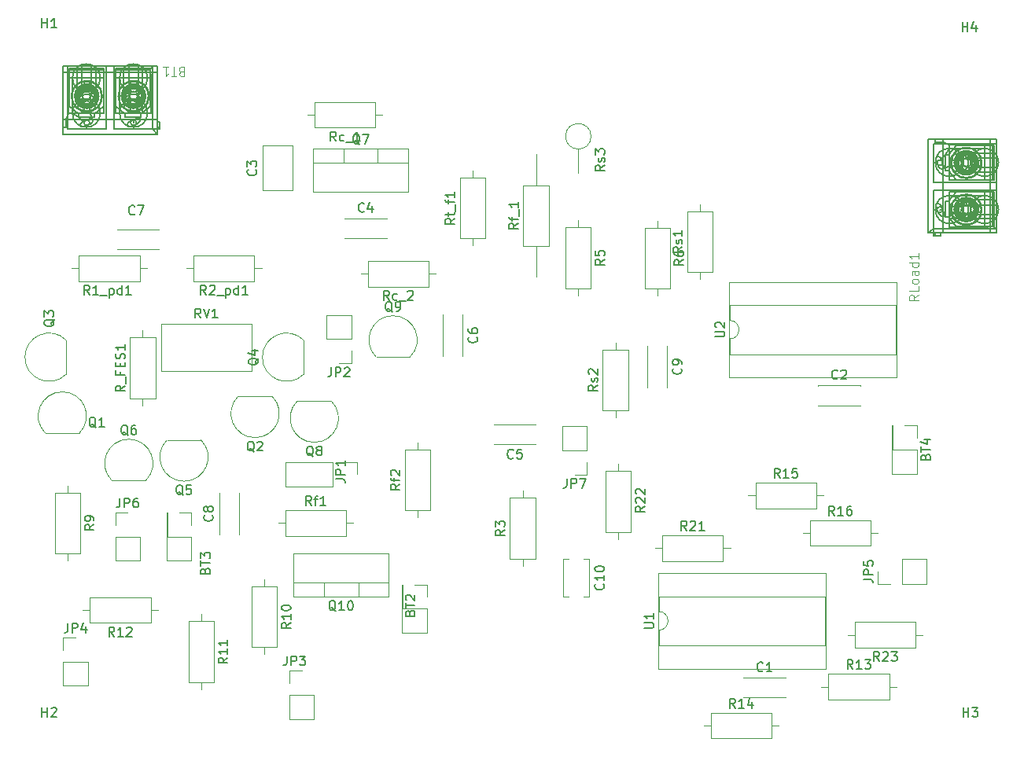
<source format=gbr>
%TF.GenerationSoftware,KiCad,Pcbnew,8.0.3*%
%TF.CreationDate,2024-10-03T16:42:38-03:00*%
%TF.ProjectId,check_point_1,63686563-6b5f-4706-9f69-6e745f312e6b,rev?*%
%TF.SameCoordinates,Original*%
%TF.FileFunction,Legend,Top*%
%TF.FilePolarity,Positive*%
%FSLAX46Y46*%
G04 Gerber Fmt 4.6, Leading zero omitted, Abs format (unit mm)*
G04 Created by KiCad (PCBNEW 8.0.3) date 2024-10-03 16:42:38*
%MOMM*%
%LPD*%
G01*
G04 APERTURE LIST*
%ADD10C,0.150000*%
%ADD11C,0.100000*%
%ADD12C,0.120000*%
%ADD13C,0.200000*%
G04 APERTURE END LIST*
D10*
X55776666Y-119164819D02*
X55776666Y-119879104D01*
X55776666Y-119879104D02*
X55729047Y-120021961D01*
X55729047Y-120021961D02*
X55633809Y-120117200D01*
X55633809Y-120117200D02*
X55490952Y-120164819D01*
X55490952Y-120164819D02*
X55395714Y-120164819D01*
X56252857Y-120164819D02*
X56252857Y-119164819D01*
X56252857Y-119164819D02*
X56633809Y-119164819D01*
X56633809Y-119164819D02*
X56729047Y-119212438D01*
X56729047Y-119212438D02*
X56776666Y-119260057D01*
X56776666Y-119260057D02*
X56824285Y-119355295D01*
X56824285Y-119355295D02*
X56824285Y-119498152D01*
X56824285Y-119498152D02*
X56776666Y-119593390D01*
X56776666Y-119593390D02*
X56729047Y-119641009D01*
X56729047Y-119641009D02*
X56633809Y-119688628D01*
X56633809Y-119688628D02*
X56252857Y-119688628D01*
X57157619Y-119164819D02*
X57776666Y-119164819D01*
X57776666Y-119164819D02*
X57443333Y-119545771D01*
X57443333Y-119545771D02*
X57586190Y-119545771D01*
X57586190Y-119545771D02*
X57681428Y-119593390D01*
X57681428Y-119593390D02*
X57729047Y-119641009D01*
X57729047Y-119641009D02*
X57776666Y-119736247D01*
X57776666Y-119736247D02*
X57776666Y-119974342D01*
X57776666Y-119974342D02*
X57729047Y-120069580D01*
X57729047Y-120069580D02*
X57681428Y-120117200D01*
X57681428Y-120117200D02*
X57586190Y-120164819D01*
X57586190Y-120164819D02*
X57300476Y-120164819D01*
X57300476Y-120164819D02*
X57205238Y-120117200D01*
X57205238Y-120117200D02*
X57157619Y-120069580D01*
X32206666Y-115624819D02*
X32206666Y-116339104D01*
X32206666Y-116339104D02*
X32159047Y-116481961D01*
X32159047Y-116481961D02*
X32063809Y-116577200D01*
X32063809Y-116577200D02*
X31920952Y-116624819D01*
X31920952Y-116624819D02*
X31825714Y-116624819D01*
X32682857Y-116624819D02*
X32682857Y-115624819D01*
X32682857Y-115624819D02*
X33063809Y-115624819D01*
X33063809Y-115624819D02*
X33159047Y-115672438D01*
X33159047Y-115672438D02*
X33206666Y-115720057D01*
X33206666Y-115720057D02*
X33254285Y-115815295D01*
X33254285Y-115815295D02*
X33254285Y-115958152D01*
X33254285Y-115958152D02*
X33206666Y-116053390D01*
X33206666Y-116053390D02*
X33159047Y-116101009D01*
X33159047Y-116101009D02*
X33063809Y-116148628D01*
X33063809Y-116148628D02*
X32682857Y-116148628D01*
X34111428Y-115958152D02*
X34111428Y-116624819D01*
X33873333Y-115577200D02*
X33635238Y-116291485D01*
X33635238Y-116291485D02*
X34254285Y-116291485D01*
X38664761Y-95400057D02*
X38569523Y-95352438D01*
X38569523Y-95352438D02*
X38474285Y-95257200D01*
X38474285Y-95257200D02*
X38331428Y-95114342D01*
X38331428Y-95114342D02*
X38236190Y-95066723D01*
X38236190Y-95066723D02*
X38140952Y-95066723D01*
X38188571Y-95304819D02*
X38093333Y-95257200D01*
X38093333Y-95257200D02*
X37998095Y-95161961D01*
X37998095Y-95161961D02*
X37950476Y-94971485D01*
X37950476Y-94971485D02*
X37950476Y-94638152D01*
X37950476Y-94638152D02*
X37998095Y-94447676D01*
X37998095Y-94447676D02*
X38093333Y-94352438D01*
X38093333Y-94352438D02*
X38188571Y-94304819D01*
X38188571Y-94304819D02*
X38379047Y-94304819D01*
X38379047Y-94304819D02*
X38474285Y-94352438D01*
X38474285Y-94352438D02*
X38569523Y-94447676D01*
X38569523Y-94447676D02*
X38617142Y-94638152D01*
X38617142Y-94638152D02*
X38617142Y-94971485D01*
X38617142Y-94971485D02*
X38569523Y-95161961D01*
X38569523Y-95161961D02*
X38474285Y-95257200D01*
X38474285Y-95257200D02*
X38379047Y-95304819D01*
X38379047Y-95304819D02*
X38188571Y-95304819D01*
X39474285Y-94304819D02*
X39283809Y-94304819D01*
X39283809Y-94304819D02*
X39188571Y-94352438D01*
X39188571Y-94352438D02*
X39140952Y-94400057D01*
X39140952Y-94400057D02*
X39045714Y-94542914D01*
X39045714Y-94542914D02*
X38998095Y-94733390D01*
X38998095Y-94733390D02*
X38998095Y-95114342D01*
X38998095Y-95114342D02*
X39045714Y-95209580D01*
X39045714Y-95209580D02*
X39093333Y-95257200D01*
X39093333Y-95257200D02*
X39188571Y-95304819D01*
X39188571Y-95304819D02*
X39379047Y-95304819D01*
X39379047Y-95304819D02*
X39474285Y-95257200D01*
X39474285Y-95257200D02*
X39521904Y-95209580D01*
X39521904Y-95209580D02*
X39569523Y-95114342D01*
X39569523Y-95114342D02*
X39569523Y-94876247D01*
X39569523Y-94876247D02*
X39521904Y-94781009D01*
X39521904Y-94781009D02*
X39474285Y-94733390D01*
X39474285Y-94733390D02*
X39379047Y-94685771D01*
X39379047Y-94685771D02*
X39188571Y-94685771D01*
X39188571Y-94685771D02*
X39093333Y-94733390D01*
X39093333Y-94733390D02*
X39045714Y-94781009D01*
X39045714Y-94781009D02*
X38998095Y-94876247D01*
X85916666Y-100059819D02*
X85916666Y-100774104D01*
X85916666Y-100774104D02*
X85869047Y-100916961D01*
X85869047Y-100916961D02*
X85773809Y-101012200D01*
X85773809Y-101012200D02*
X85630952Y-101059819D01*
X85630952Y-101059819D02*
X85535714Y-101059819D01*
X86392857Y-101059819D02*
X86392857Y-100059819D01*
X86392857Y-100059819D02*
X86773809Y-100059819D01*
X86773809Y-100059819D02*
X86869047Y-100107438D01*
X86869047Y-100107438D02*
X86916666Y-100155057D01*
X86916666Y-100155057D02*
X86964285Y-100250295D01*
X86964285Y-100250295D02*
X86964285Y-100393152D01*
X86964285Y-100393152D02*
X86916666Y-100488390D01*
X86916666Y-100488390D02*
X86869047Y-100536009D01*
X86869047Y-100536009D02*
X86773809Y-100583628D01*
X86773809Y-100583628D02*
X86392857Y-100583628D01*
X87297619Y-100059819D02*
X87964285Y-100059819D01*
X87964285Y-100059819D02*
X87535714Y-101059819D01*
X89234819Y-90001428D02*
X88758628Y-90334761D01*
X89234819Y-90572856D02*
X88234819Y-90572856D01*
X88234819Y-90572856D02*
X88234819Y-90191904D01*
X88234819Y-90191904D02*
X88282438Y-90096666D01*
X88282438Y-90096666D02*
X88330057Y-90049047D01*
X88330057Y-90049047D02*
X88425295Y-90001428D01*
X88425295Y-90001428D02*
X88568152Y-90001428D01*
X88568152Y-90001428D02*
X88663390Y-90049047D01*
X88663390Y-90049047D02*
X88711009Y-90096666D01*
X88711009Y-90096666D02*
X88758628Y-90191904D01*
X88758628Y-90191904D02*
X88758628Y-90572856D01*
X89187200Y-89620475D02*
X89234819Y-89525237D01*
X89234819Y-89525237D02*
X89234819Y-89334761D01*
X89234819Y-89334761D02*
X89187200Y-89239523D01*
X89187200Y-89239523D02*
X89091961Y-89191904D01*
X89091961Y-89191904D02*
X89044342Y-89191904D01*
X89044342Y-89191904D02*
X88949104Y-89239523D01*
X88949104Y-89239523D02*
X88901485Y-89334761D01*
X88901485Y-89334761D02*
X88901485Y-89477618D01*
X88901485Y-89477618D02*
X88853866Y-89572856D01*
X88853866Y-89572856D02*
X88758628Y-89620475D01*
X88758628Y-89620475D02*
X88711009Y-89620475D01*
X88711009Y-89620475D02*
X88615771Y-89572856D01*
X88615771Y-89572856D02*
X88568152Y-89477618D01*
X88568152Y-89477618D02*
X88568152Y-89334761D01*
X88568152Y-89334761D02*
X88615771Y-89239523D01*
X88330057Y-88810951D02*
X88282438Y-88763332D01*
X88282438Y-88763332D02*
X88234819Y-88668094D01*
X88234819Y-88668094D02*
X88234819Y-88429999D01*
X88234819Y-88429999D02*
X88282438Y-88334761D01*
X88282438Y-88334761D02*
X88330057Y-88287142D01*
X88330057Y-88287142D02*
X88425295Y-88239523D01*
X88425295Y-88239523D02*
X88520533Y-88239523D01*
X88520533Y-88239523D02*
X88663390Y-88287142D01*
X88663390Y-88287142D02*
X89234819Y-88858570D01*
X89234819Y-88858570D02*
X89234819Y-88239523D01*
X66793809Y-80824819D02*
X66460476Y-80348628D01*
X66222381Y-80824819D02*
X66222381Y-79824819D01*
X66222381Y-79824819D02*
X66603333Y-79824819D01*
X66603333Y-79824819D02*
X66698571Y-79872438D01*
X66698571Y-79872438D02*
X66746190Y-79920057D01*
X66746190Y-79920057D02*
X66793809Y-80015295D01*
X66793809Y-80015295D02*
X66793809Y-80158152D01*
X66793809Y-80158152D02*
X66746190Y-80253390D01*
X66746190Y-80253390D02*
X66698571Y-80301009D01*
X66698571Y-80301009D02*
X66603333Y-80348628D01*
X66603333Y-80348628D02*
X66222381Y-80348628D01*
X67650952Y-80777200D02*
X67555714Y-80824819D01*
X67555714Y-80824819D02*
X67365238Y-80824819D01*
X67365238Y-80824819D02*
X67270000Y-80777200D01*
X67270000Y-80777200D02*
X67222381Y-80729580D01*
X67222381Y-80729580D02*
X67174762Y-80634342D01*
X67174762Y-80634342D02*
X67174762Y-80348628D01*
X67174762Y-80348628D02*
X67222381Y-80253390D01*
X67222381Y-80253390D02*
X67270000Y-80205771D01*
X67270000Y-80205771D02*
X67365238Y-80158152D01*
X67365238Y-80158152D02*
X67555714Y-80158152D01*
X67555714Y-80158152D02*
X67650952Y-80205771D01*
X67841429Y-80920057D02*
X68603333Y-80920057D01*
X68793810Y-79920057D02*
X68841429Y-79872438D01*
X68841429Y-79872438D02*
X68936667Y-79824819D01*
X68936667Y-79824819D02*
X69174762Y-79824819D01*
X69174762Y-79824819D02*
X69270000Y-79872438D01*
X69270000Y-79872438D02*
X69317619Y-79920057D01*
X69317619Y-79920057D02*
X69365238Y-80015295D01*
X69365238Y-80015295D02*
X69365238Y-80110533D01*
X69365238Y-80110533D02*
X69317619Y-80253390D01*
X69317619Y-80253390D02*
X68746191Y-80824819D01*
X68746191Y-80824819D02*
X69365238Y-80824819D01*
X107023333Y-120739580D02*
X106975714Y-120787200D01*
X106975714Y-120787200D02*
X106832857Y-120834819D01*
X106832857Y-120834819D02*
X106737619Y-120834819D01*
X106737619Y-120834819D02*
X106594762Y-120787200D01*
X106594762Y-120787200D02*
X106499524Y-120691961D01*
X106499524Y-120691961D02*
X106451905Y-120596723D01*
X106451905Y-120596723D02*
X106404286Y-120406247D01*
X106404286Y-120406247D02*
X106404286Y-120263390D01*
X106404286Y-120263390D02*
X106451905Y-120072914D01*
X106451905Y-120072914D02*
X106499524Y-119977676D01*
X106499524Y-119977676D02*
X106594762Y-119882438D01*
X106594762Y-119882438D02*
X106737619Y-119834819D01*
X106737619Y-119834819D02*
X106832857Y-119834819D01*
X106832857Y-119834819D02*
X106975714Y-119882438D01*
X106975714Y-119882438D02*
X107023333Y-119930057D01*
X107975714Y-120834819D02*
X107404286Y-120834819D01*
X107690000Y-120834819D02*
X107690000Y-119834819D01*
X107690000Y-119834819D02*
X107594762Y-119977676D01*
X107594762Y-119977676D02*
X107499524Y-120072914D01*
X107499524Y-120072914D02*
X107404286Y-120120533D01*
X46991009Y-109965714D02*
X47038628Y-109822857D01*
X47038628Y-109822857D02*
X47086247Y-109775238D01*
X47086247Y-109775238D02*
X47181485Y-109727619D01*
X47181485Y-109727619D02*
X47324342Y-109727619D01*
X47324342Y-109727619D02*
X47419580Y-109775238D01*
X47419580Y-109775238D02*
X47467200Y-109822857D01*
X47467200Y-109822857D02*
X47514819Y-109918095D01*
X47514819Y-109918095D02*
X47514819Y-110299047D01*
X47514819Y-110299047D02*
X46514819Y-110299047D01*
X46514819Y-110299047D02*
X46514819Y-109965714D01*
X46514819Y-109965714D02*
X46562438Y-109870476D01*
X46562438Y-109870476D02*
X46610057Y-109822857D01*
X46610057Y-109822857D02*
X46705295Y-109775238D01*
X46705295Y-109775238D02*
X46800533Y-109775238D01*
X46800533Y-109775238D02*
X46895771Y-109822857D01*
X46895771Y-109822857D02*
X46943390Y-109870476D01*
X46943390Y-109870476D02*
X46991009Y-109965714D01*
X46991009Y-109965714D02*
X46991009Y-110299047D01*
X46514819Y-109441904D02*
X46514819Y-108870476D01*
X47514819Y-109156190D02*
X46514819Y-109156190D01*
X46514819Y-108632380D02*
X46514819Y-108013333D01*
X46514819Y-108013333D02*
X46895771Y-108346666D01*
X46895771Y-108346666D02*
X46895771Y-108203809D01*
X46895771Y-108203809D02*
X46943390Y-108108571D01*
X46943390Y-108108571D02*
X46991009Y-108060952D01*
X46991009Y-108060952D02*
X47086247Y-108013333D01*
X47086247Y-108013333D02*
X47324342Y-108013333D01*
X47324342Y-108013333D02*
X47419580Y-108060952D01*
X47419580Y-108060952D02*
X47467200Y-108108571D01*
X47467200Y-108108571D02*
X47514819Y-108203809D01*
X47514819Y-108203809D02*
X47514819Y-108489523D01*
X47514819Y-108489523D02*
X47467200Y-108584761D01*
X47467200Y-108584761D02*
X47419580Y-108632380D01*
X61063809Y-63704819D02*
X60730476Y-63228628D01*
X60492381Y-63704819D02*
X60492381Y-62704819D01*
X60492381Y-62704819D02*
X60873333Y-62704819D01*
X60873333Y-62704819D02*
X60968571Y-62752438D01*
X60968571Y-62752438D02*
X61016190Y-62800057D01*
X61016190Y-62800057D02*
X61063809Y-62895295D01*
X61063809Y-62895295D02*
X61063809Y-63038152D01*
X61063809Y-63038152D02*
X61016190Y-63133390D01*
X61016190Y-63133390D02*
X60968571Y-63181009D01*
X60968571Y-63181009D02*
X60873333Y-63228628D01*
X60873333Y-63228628D02*
X60492381Y-63228628D01*
X61920952Y-63657200D02*
X61825714Y-63704819D01*
X61825714Y-63704819D02*
X61635238Y-63704819D01*
X61635238Y-63704819D02*
X61540000Y-63657200D01*
X61540000Y-63657200D02*
X61492381Y-63609580D01*
X61492381Y-63609580D02*
X61444762Y-63514342D01*
X61444762Y-63514342D02*
X61444762Y-63228628D01*
X61444762Y-63228628D02*
X61492381Y-63133390D01*
X61492381Y-63133390D02*
X61540000Y-63085771D01*
X61540000Y-63085771D02*
X61635238Y-63038152D01*
X61635238Y-63038152D02*
X61825714Y-63038152D01*
X61825714Y-63038152D02*
X61920952Y-63085771D01*
X62111429Y-63800057D02*
X62873333Y-63800057D01*
X63635238Y-63704819D02*
X63063810Y-63704819D01*
X63349524Y-63704819D02*
X63349524Y-62704819D01*
X63349524Y-62704819D02*
X63254286Y-62847676D01*
X63254286Y-62847676D02*
X63159048Y-62942914D01*
X63159048Y-62942914D02*
X63063810Y-62990533D01*
X35224761Y-94550057D02*
X35129523Y-94502438D01*
X35129523Y-94502438D02*
X35034285Y-94407200D01*
X35034285Y-94407200D02*
X34891428Y-94264342D01*
X34891428Y-94264342D02*
X34796190Y-94216723D01*
X34796190Y-94216723D02*
X34700952Y-94216723D01*
X34748571Y-94454819D02*
X34653333Y-94407200D01*
X34653333Y-94407200D02*
X34558095Y-94311961D01*
X34558095Y-94311961D02*
X34510476Y-94121485D01*
X34510476Y-94121485D02*
X34510476Y-93788152D01*
X34510476Y-93788152D02*
X34558095Y-93597676D01*
X34558095Y-93597676D02*
X34653333Y-93502438D01*
X34653333Y-93502438D02*
X34748571Y-93454819D01*
X34748571Y-93454819D02*
X34939047Y-93454819D01*
X34939047Y-93454819D02*
X35034285Y-93502438D01*
X35034285Y-93502438D02*
X35129523Y-93597676D01*
X35129523Y-93597676D02*
X35177142Y-93788152D01*
X35177142Y-93788152D02*
X35177142Y-94121485D01*
X35177142Y-94121485D02*
X35129523Y-94311961D01*
X35129523Y-94311961D02*
X35034285Y-94407200D01*
X35034285Y-94407200D02*
X34939047Y-94454819D01*
X34939047Y-94454819D02*
X34748571Y-94454819D01*
X36129523Y-94454819D02*
X35558095Y-94454819D01*
X35843809Y-94454819D02*
X35843809Y-93454819D01*
X35843809Y-93454819D02*
X35748571Y-93597676D01*
X35748571Y-93597676D02*
X35653333Y-93692914D01*
X35653333Y-93692914D02*
X35558095Y-93740533D01*
X67114761Y-82100057D02*
X67019523Y-82052438D01*
X67019523Y-82052438D02*
X66924285Y-81957200D01*
X66924285Y-81957200D02*
X66781428Y-81814342D01*
X66781428Y-81814342D02*
X66686190Y-81766723D01*
X66686190Y-81766723D02*
X66590952Y-81766723D01*
X66638571Y-82004819D02*
X66543333Y-81957200D01*
X66543333Y-81957200D02*
X66448095Y-81861961D01*
X66448095Y-81861961D02*
X66400476Y-81671485D01*
X66400476Y-81671485D02*
X66400476Y-81338152D01*
X66400476Y-81338152D02*
X66448095Y-81147676D01*
X66448095Y-81147676D02*
X66543333Y-81052438D01*
X66543333Y-81052438D02*
X66638571Y-81004819D01*
X66638571Y-81004819D02*
X66829047Y-81004819D01*
X66829047Y-81004819D02*
X66924285Y-81052438D01*
X66924285Y-81052438D02*
X67019523Y-81147676D01*
X67019523Y-81147676D02*
X67067142Y-81338152D01*
X67067142Y-81338152D02*
X67067142Y-81671485D01*
X67067142Y-81671485D02*
X67019523Y-81861961D01*
X67019523Y-81861961D02*
X66924285Y-81957200D01*
X66924285Y-81957200D02*
X66829047Y-82004819D01*
X66829047Y-82004819D02*
X66638571Y-82004819D01*
X67543333Y-82004819D02*
X67733809Y-82004819D01*
X67733809Y-82004819D02*
X67829047Y-81957200D01*
X67829047Y-81957200D02*
X67876666Y-81909580D01*
X67876666Y-81909580D02*
X67971904Y-81766723D01*
X67971904Y-81766723D02*
X68019523Y-81576247D01*
X68019523Y-81576247D02*
X68019523Y-81195295D01*
X68019523Y-81195295D02*
X67971904Y-81100057D01*
X67971904Y-81100057D02*
X67924285Y-81052438D01*
X67924285Y-81052438D02*
X67829047Y-81004819D01*
X67829047Y-81004819D02*
X67638571Y-81004819D01*
X67638571Y-81004819D02*
X67543333Y-81052438D01*
X67543333Y-81052438D02*
X67495714Y-81100057D01*
X67495714Y-81100057D02*
X67448095Y-81195295D01*
X67448095Y-81195295D02*
X67448095Y-81433390D01*
X67448095Y-81433390D02*
X67495714Y-81528628D01*
X67495714Y-81528628D02*
X67543333Y-81576247D01*
X67543333Y-81576247D02*
X67638571Y-81623866D01*
X67638571Y-81623866D02*
X67829047Y-81623866D01*
X67829047Y-81623866D02*
X67924285Y-81576247D01*
X67924285Y-81576247D02*
X67971904Y-81528628D01*
X67971904Y-81528628D02*
X68019523Y-81433390D01*
X63624761Y-64060057D02*
X63529523Y-64012438D01*
X63529523Y-64012438D02*
X63434285Y-63917200D01*
X63434285Y-63917200D02*
X63291428Y-63774342D01*
X63291428Y-63774342D02*
X63196190Y-63726723D01*
X63196190Y-63726723D02*
X63100952Y-63726723D01*
X63148571Y-63964819D02*
X63053333Y-63917200D01*
X63053333Y-63917200D02*
X62958095Y-63821961D01*
X62958095Y-63821961D02*
X62910476Y-63631485D01*
X62910476Y-63631485D02*
X62910476Y-63298152D01*
X62910476Y-63298152D02*
X62958095Y-63107676D01*
X62958095Y-63107676D02*
X63053333Y-63012438D01*
X63053333Y-63012438D02*
X63148571Y-62964819D01*
X63148571Y-62964819D02*
X63339047Y-62964819D01*
X63339047Y-62964819D02*
X63434285Y-63012438D01*
X63434285Y-63012438D02*
X63529523Y-63107676D01*
X63529523Y-63107676D02*
X63577142Y-63298152D01*
X63577142Y-63298152D02*
X63577142Y-63631485D01*
X63577142Y-63631485D02*
X63529523Y-63821961D01*
X63529523Y-63821961D02*
X63434285Y-63917200D01*
X63434285Y-63917200D02*
X63339047Y-63964819D01*
X63339047Y-63964819D02*
X63148571Y-63964819D01*
X63910476Y-62964819D02*
X64577142Y-62964819D01*
X64577142Y-62964819D02*
X64148571Y-63964819D01*
X94304819Y-103042857D02*
X93828628Y-103376190D01*
X94304819Y-103614285D02*
X93304819Y-103614285D01*
X93304819Y-103614285D02*
X93304819Y-103233333D01*
X93304819Y-103233333D02*
X93352438Y-103138095D01*
X93352438Y-103138095D02*
X93400057Y-103090476D01*
X93400057Y-103090476D02*
X93495295Y-103042857D01*
X93495295Y-103042857D02*
X93638152Y-103042857D01*
X93638152Y-103042857D02*
X93733390Y-103090476D01*
X93733390Y-103090476D02*
X93781009Y-103138095D01*
X93781009Y-103138095D02*
X93828628Y-103233333D01*
X93828628Y-103233333D02*
X93828628Y-103614285D01*
X93400057Y-102661904D02*
X93352438Y-102614285D01*
X93352438Y-102614285D02*
X93304819Y-102519047D01*
X93304819Y-102519047D02*
X93304819Y-102280952D01*
X93304819Y-102280952D02*
X93352438Y-102185714D01*
X93352438Y-102185714D02*
X93400057Y-102138095D01*
X93400057Y-102138095D02*
X93495295Y-102090476D01*
X93495295Y-102090476D02*
X93590533Y-102090476D01*
X93590533Y-102090476D02*
X93733390Y-102138095D01*
X93733390Y-102138095D02*
X94304819Y-102709523D01*
X94304819Y-102709523D02*
X94304819Y-102090476D01*
X93400057Y-101709523D02*
X93352438Y-101661904D01*
X93352438Y-101661904D02*
X93304819Y-101566666D01*
X93304819Y-101566666D02*
X93304819Y-101328571D01*
X93304819Y-101328571D02*
X93352438Y-101233333D01*
X93352438Y-101233333D02*
X93400057Y-101185714D01*
X93400057Y-101185714D02*
X93495295Y-101138095D01*
X93495295Y-101138095D02*
X93590533Y-101138095D01*
X93590533Y-101138095D02*
X93733390Y-101185714D01*
X93733390Y-101185714D02*
X94304819Y-101757142D01*
X94304819Y-101757142D02*
X94304819Y-101138095D01*
X104047142Y-124754819D02*
X103713809Y-124278628D01*
X103475714Y-124754819D02*
X103475714Y-123754819D01*
X103475714Y-123754819D02*
X103856666Y-123754819D01*
X103856666Y-123754819D02*
X103951904Y-123802438D01*
X103951904Y-123802438D02*
X103999523Y-123850057D01*
X103999523Y-123850057D02*
X104047142Y-123945295D01*
X104047142Y-123945295D02*
X104047142Y-124088152D01*
X104047142Y-124088152D02*
X103999523Y-124183390D01*
X103999523Y-124183390D02*
X103951904Y-124231009D01*
X103951904Y-124231009D02*
X103856666Y-124278628D01*
X103856666Y-124278628D02*
X103475714Y-124278628D01*
X104999523Y-124754819D02*
X104428095Y-124754819D01*
X104713809Y-124754819D02*
X104713809Y-123754819D01*
X104713809Y-123754819D02*
X104618571Y-123897676D01*
X104618571Y-123897676D02*
X104523333Y-123992914D01*
X104523333Y-123992914D02*
X104428095Y-124040533D01*
X105856666Y-124088152D02*
X105856666Y-124754819D01*
X105618571Y-123707200D02*
X105380476Y-124421485D01*
X105380476Y-124421485D02*
X105999523Y-124421485D01*
X69031009Y-114525714D02*
X69078628Y-114382857D01*
X69078628Y-114382857D02*
X69126247Y-114335238D01*
X69126247Y-114335238D02*
X69221485Y-114287619D01*
X69221485Y-114287619D02*
X69364342Y-114287619D01*
X69364342Y-114287619D02*
X69459580Y-114335238D01*
X69459580Y-114335238D02*
X69507200Y-114382857D01*
X69507200Y-114382857D02*
X69554819Y-114478095D01*
X69554819Y-114478095D02*
X69554819Y-114859047D01*
X69554819Y-114859047D02*
X68554819Y-114859047D01*
X68554819Y-114859047D02*
X68554819Y-114525714D01*
X68554819Y-114525714D02*
X68602438Y-114430476D01*
X68602438Y-114430476D02*
X68650057Y-114382857D01*
X68650057Y-114382857D02*
X68745295Y-114335238D01*
X68745295Y-114335238D02*
X68840533Y-114335238D01*
X68840533Y-114335238D02*
X68935771Y-114382857D01*
X68935771Y-114382857D02*
X68983390Y-114430476D01*
X68983390Y-114430476D02*
X69031009Y-114525714D01*
X69031009Y-114525714D02*
X69031009Y-114859047D01*
X68554819Y-114001904D02*
X68554819Y-113430476D01*
X69554819Y-113716190D02*
X68554819Y-113716190D01*
X68650057Y-113144761D02*
X68602438Y-113097142D01*
X68602438Y-113097142D02*
X68554819Y-113001904D01*
X68554819Y-113001904D02*
X68554819Y-112763809D01*
X68554819Y-112763809D02*
X68602438Y-112668571D01*
X68602438Y-112668571D02*
X68650057Y-112620952D01*
X68650057Y-112620952D02*
X68745295Y-112573333D01*
X68745295Y-112573333D02*
X68840533Y-112573333D01*
X68840533Y-112573333D02*
X68983390Y-112620952D01*
X68983390Y-112620952D02*
X69554819Y-113192380D01*
X69554819Y-113192380D02*
X69554819Y-112573333D01*
X64093333Y-71259580D02*
X64045714Y-71307200D01*
X64045714Y-71307200D02*
X63902857Y-71354819D01*
X63902857Y-71354819D02*
X63807619Y-71354819D01*
X63807619Y-71354819D02*
X63664762Y-71307200D01*
X63664762Y-71307200D02*
X63569524Y-71211961D01*
X63569524Y-71211961D02*
X63521905Y-71116723D01*
X63521905Y-71116723D02*
X63474286Y-70926247D01*
X63474286Y-70926247D02*
X63474286Y-70783390D01*
X63474286Y-70783390D02*
X63521905Y-70592914D01*
X63521905Y-70592914D02*
X63569524Y-70497676D01*
X63569524Y-70497676D02*
X63664762Y-70402438D01*
X63664762Y-70402438D02*
X63807619Y-70354819D01*
X63807619Y-70354819D02*
X63902857Y-70354819D01*
X63902857Y-70354819D02*
X64045714Y-70402438D01*
X64045714Y-70402438D02*
X64093333Y-70450057D01*
X64950476Y-70688152D02*
X64950476Y-71354819D01*
X64712381Y-70307200D02*
X64474286Y-71021485D01*
X64474286Y-71021485D02*
X65093333Y-71021485D01*
X89829580Y-111402857D02*
X89877200Y-111450476D01*
X89877200Y-111450476D02*
X89924819Y-111593333D01*
X89924819Y-111593333D02*
X89924819Y-111688571D01*
X89924819Y-111688571D02*
X89877200Y-111831428D01*
X89877200Y-111831428D02*
X89781961Y-111926666D01*
X89781961Y-111926666D02*
X89686723Y-111974285D01*
X89686723Y-111974285D02*
X89496247Y-112021904D01*
X89496247Y-112021904D02*
X89353390Y-112021904D01*
X89353390Y-112021904D02*
X89162914Y-111974285D01*
X89162914Y-111974285D02*
X89067676Y-111926666D01*
X89067676Y-111926666D02*
X88972438Y-111831428D01*
X88972438Y-111831428D02*
X88924819Y-111688571D01*
X88924819Y-111688571D02*
X88924819Y-111593333D01*
X88924819Y-111593333D02*
X88972438Y-111450476D01*
X88972438Y-111450476D02*
X89020057Y-111402857D01*
X89924819Y-110450476D02*
X89924819Y-111021904D01*
X89924819Y-110736190D02*
X88924819Y-110736190D01*
X88924819Y-110736190D02*
X89067676Y-110831428D01*
X89067676Y-110831428D02*
X89162914Y-110926666D01*
X89162914Y-110926666D02*
X89210533Y-111021904D01*
X88924819Y-109831428D02*
X88924819Y-109736190D01*
X88924819Y-109736190D02*
X88972438Y-109640952D01*
X88972438Y-109640952D02*
X89020057Y-109593333D01*
X89020057Y-109593333D02*
X89115295Y-109545714D01*
X89115295Y-109545714D02*
X89305771Y-109498095D01*
X89305771Y-109498095D02*
X89543866Y-109498095D01*
X89543866Y-109498095D02*
X89734342Y-109545714D01*
X89734342Y-109545714D02*
X89829580Y-109593333D01*
X89829580Y-109593333D02*
X89877200Y-109640952D01*
X89877200Y-109640952D02*
X89924819Y-109736190D01*
X89924819Y-109736190D02*
X89924819Y-109831428D01*
X89924819Y-109831428D02*
X89877200Y-109926666D01*
X89877200Y-109926666D02*
X89829580Y-109974285D01*
X89829580Y-109974285D02*
X89734342Y-110021904D01*
X89734342Y-110021904D02*
X89543866Y-110069523D01*
X89543866Y-110069523D02*
X89305771Y-110069523D01*
X89305771Y-110069523D02*
X89115295Y-110021904D01*
X89115295Y-110021904D02*
X89020057Y-109974285D01*
X89020057Y-109974285D02*
X88972438Y-109926666D01*
X88972438Y-109926666D02*
X88924819Y-109831428D01*
X80143333Y-97819580D02*
X80095714Y-97867200D01*
X80095714Y-97867200D02*
X79952857Y-97914819D01*
X79952857Y-97914819D02*
X79857619Y-97914819D01*
X79857619Y-97914819D02*
X79714762Y-97867200D01*
X79714762Y-97867200D02*
X79619524Y-97771961D01*
X79619524Y-97771961D02*
X79571905Y-97676723D01*
X79571905Y-97676723D02*
X79524286Y-97486247D01*
X79524286Y-97486247D02*
X79524286Y-97343390D01*
X79524286Y-97343390D02*
X79571905Y-97152914D01*
X79571905Y-97152914D02*
X79619524Y-97057676D01*
X79619524Y-97057676D02*
X79714762Y-96962438D01*
X79714762Y-96962438D02*
X79857619Y-96914819D01*
X79857619Y-96914819D02*
X79952857Y-96914819D01*
X79952857Y-96914819D02*
X80095714Y-96962438D01*
X80095714Y-96962438D02*
X80143333Y-97010057D01*
X81048095Y-96914819D02*
X80571905Y-96914819D01*
X80571905Y-96914819D02*
X80524286Y-97391009D01*
X80524286Y-97391009D02*
X80571905Y-97343390D01*
X80571905Y-97343390D02*
X80667143Y-97295771D01*
X80667143Y-97295771D02*
X80905238Y-97295771D01*
X80905238Y-97295771D02*
X81000476Y-97343390D01*
X81000476Y-97343390D02*
X81048095Y-97391009D01*
X81048095Y-97391009D02*
X81095714Y-97486247D01*
X81095714Y-97486247D02*
X81095714Y-97724342D01*
X81095714Y-97724342D02*
X81048095Y-97819580D01*
X81048095Y-97819580D02*
X81000476Y-97867200D01*
X81000476Y-97867200D02*
X80905238Y-97914819D01*
X80905238Y-97914819D02*
X80667143Y-97914819D01*
X80667143Y-97914819D02*
X80571905Y-97867200D01*
X80571905Y-97867200D02*
X80524286Y-97819580D01*
X124511009Y-97715714D02*
X124558628Y-97572857D01*
X124558628Y-97572857D02*
X124606247Y-97525238D01*
X124606247Y-97525238D02*
X124701485Y-97477619D01*
X124701485Y-97477619D02*
X124844342Y-97477619D01*
X124844342Y-97477619D02*
X124939580Y-97525238D01*
X124939580Y-97525238D02*
X124987200Y-97572857D01*
X124987200Y-97572857D02*
X125034819Y-97668095D01*
X125034819Y-97668095D02*
X125034819Y-98049047D01*
X125034819Y-98049047D02*
X124034819Y-98049047D01*
X124034819Y-98049047D02*
X124034819Y-97715714D01*
X124034819Y-97715714D02*
X124082438Y-97620476D01*
X124082438Y-97620476D02*
X124130057Y-97572857D01*
X124130057Y-97572857D02*
X124225295Y-97525238D01*
X124225295Y-97525238D02*
X124320533Y-97525238D01*
X124320533Y-97525238D02*
X124415771Y-97572857D01*
X124415771Y-97572857D02*
X124463390Y-97620476D01*
X124463390Y-97620476D02*
X124511009Y-97715714D01*
X124511009Y-97715714D02*
X124511009Y-98049047D01*
X124034819Y-97191904D02*
X124034819Y-96620476D01*
X125034819Y-96906190D02*
X124034819Y-96906190D01*
X124368152Y-95858571D02*
X125034819Y-95858571D01*
X123987200Y-96096666D02*
X124701485Y-96334761D01*
X124701485Y-96334761D02*
X124701485Y-95715714D01*
X117869819Y-110893333D02*
X118584104Y-110893333D01*
X118584104Y-110893333D02*
X118726961Y-110940952D01*
X118726961Y-110940952D02*
X118822200Y-111036190D01*
X118822200Y-111036190D02*
X118869819Y-111179047D01*
X118869819Y-111179047D02*
X118869819Y-111274285D01*
X118869819Y-110417142D02*
X117869819Y-110417142D01*
X117869819Y-110417142D02*
X117869819Y-110036190D01*
X117869819Y-110036190D02*
X117917438Y-109940952D01*
X117917438Y-109940952D02*
X117965057Y-109893333D01*
X117965057Y-109893333D02*
X118060295Y-109845714D01*
X118060295Y-109845714D02*
X118203152Y-109845714D01*
X118203152Y-109845714D02*
X118298390Y-109893333D01*
X118298390Y-109893333D02*
X118346009Y-109940952D01*
X118346009Y-109940952D02*
X118393628Y-110036190D01*
X118393628Y-110036190D02*
X118393628Y-110417142D01*
X117869819Y-108940952D02*
X117869819Y-109417142D01*
X117869819Y-109417142D02*
X118346009Y-109464761D01*
X118346009Y-109464761D02*
X118298390Y-109417142D01*
X118298390Y-109417142D02*
X118250771Y-109321904D01*
X118250771Y-109321904D02*
X118250771Y-109083809D01*
X118250771Y-109083809D02*
X118298390Y-108988571D01*
X118298390Y-108988571D02*
X118346009Y-108940952D01*
X118346009Y-108940952D02*
X118441247Y-108893333D01*
X118441247Y-108893333D02*
X118679342Y-108893333D01*
X118679342Y-108893333D02*
X118774580Y-108940952D01*
X118774580Y-108940952D02*
X118822200Y-108988571D01*
X118822200Y-108988571D02*
X118869819Y-109083809D01*
X118869819Y-109083809D02*
X118869819Y-109321904D01*
X118869819Y-109321904D02*
X118822200Y-109417142D01*
X118822200Y-109417142D02*
X118774580Y-109464761D01*
X52264761Y-97150057D02*
X52169523Y-97102438D01*
X52169523Y-97102438D02*
X52074285Y-97007200D01*
X52074285Y-97007200D02*
X51931428Y-96864342D01*
X51931428Y-96864342D02*
X51836190Y-96816723D01*
X51836190Y-96816723D02*
X51740952Y-96816723D01*
X51788571Y-97054819D02*
X51693333Y-97007200D01*
X51693333Y-97007200D02*
X51598095Y-96911961D01*
X51598095Y-96911961D02*
X51550476Y-96721485D01*
X51550476Y-96721485D02*
X51550476Y-96388152D01*
X51550476Y-96388152D02*
X51598095Y-96197676D01*
X51598095Y-96197676D02*
X51693333Y-96102438D01*
X51693333Y-96102438D02*
X51788571Y-96054819D01*
X51788571Y-96054819D02*
X51979047Y-96054819D01*
X51979047Y-96054819D02*
X52074285Y-96102438D01*
X52074285Y-96102438D02*
X52169523Y-96197676D01*
X52169523Y-96197676D02*
X52217142Y-96388152D01*
X52217142Y-96388152D02*
X52217142Y-96721485D01*
X52217142Y-96721485D02*
X52169523Y-96911961D01*
X52169523Y-96911961D02*
X52074285Y-97007200D01*
X52074285Y-97007200D02*
X51979047Y-97054819D01*
X51979047Y-97054819D02*
X51788571Y-97054819D01*
X52598095Y-96150057D02*
X52645714Y-96102438D01*
X52645714Y-96102438D02*
X52740952Y-96054819D01*
X52740952Y-96054819D02*
X52979047Y-96054819D01*
X52979047Y-96054819D02*
X53074285Y-96102438D01*
X53074285Y-96102438D02*
X53121904Y-96150057D01*
X53121904Y-96150057D02*
X53169523Y-96245295D01*
X53169523Y-96245295D02*
X53169523Y-96340533D01*
X53169523Y-96340533D02*
X53121904Y-96483390D01*
X53121904Y-96483390D02*
X52550476Y-97054819D01*
X52550476Y-97054819D02*
X53169523Y-97054819D01*
X98474819Y-76486666D02*
X97998628Y-76819999D01*
X98474819Y-77058094D02*
X97474819Y-77058094D01*
X97474819Y-77058094D02*
X97474819Y-76677142D01*
X97474819Y-76677142D02*
X97522438Y-76581904D01*
X97522438Y-76581904D02*
X97570057Y-76534285D01*
X97570057Y-76534285D02*
X97665295Y-76486666D01*
X97665295Y-76486666D02*
X97808152Y-76486666D01*
X97808152Y-76486666D02*
X97903390Y-76534285D01*
X97903390Y-76534285D02*
X97951009Y-76581904D01*
X97951009Y-76581904D02*
X97998628Y-76677142D01*
X97998628Y-76677142D02*
X97998628Y-77058094D01*
X97474819Y-75629523D02*
X97474819Y-75819999D01*
X97474819Y-75819999D02*
X97522438Y-75915237D01*
X97522438Y-75915237D02*
X97570057Y-75962856D01*
X97570057Y-75962856D02*
X97712914Y-76058094D01*
X97712914Y-76058094D02*
X97903390Y-76105713D01*
X97903390Y-76105713D02*
X98284342Y-76105713D01*
X98284342Y-76105713D02*
X98379580Y-76058094D01*
X98379580Y-76058094D02*
X98427200Y-76010475D01*
X98427200Y-76010475D02*
X98474819Y-75915237D01*
X98474819Y-75915237D02*
X98474819Y-75724761D01*
X98474819Y-75724761D02*
X98427200Y-75629523D01*
X98427200Y-75629523D02*
X98379580Y-75581904D01*
X98379580Y-75581904D02*
X98284342Y-75534285D01*
X98284342Y-75534285D02*
X98046247Y-75534285D01*
X98046247Y-75534285D02*
X97951009Y-75581904D01*
X97951009Y-75581904D02*
X97903390Y-75629523D01*
X97903390Y-75629523D02*
X97855771Y-75724761D01*
X97855771Y-75724761D02*
X97855771Y-75915237D01*
X97855771Y-75915237D02*
X97903390Y-76010475D01*
X97903390Y-76010475D02*
X97951009Y-76058094D01*
X97951009Y-76058094D02*
X98046247Y-76105713D01*
X101894819Y-84771904D02*
X102704342Y-84771904D01*
X102704342Y-84771904D02*
X102799580Y-84724285D01*
X102799580Y-84724285D02*
X102847200Y-84676666D01*
X102847200Y-84676666D02*
X102894819Y-84581428D01*
X102894819Y-84581428D02*
X102894819Y-84390952D01*
X102894819Y-84390952D02*
X102847200Y-84295714D01*
X102847200Y-84295714D02*
X102799580Y-84248095D01*
X102799580Y-84248095D02*
X102704342Y-84200476D01*
X102704342Y-84200476D02*
X101894819Y-84200476D01*
X101990057Y-83771904D02*
X101942438Y-83724285D01*
X101942438Y-83724285D02*
X101894819Y-83629047D01*
X101894819Y-83629047D02*
X101894819Y-83390952D01*
X101894819Y-83390952D02*
X101942438Y-83295714D01*
X101942438Y-83295714D02*
X101990057Y-83248095D01*
X101990057Y-83248095D02*
X102085295Y-83200476D01*
X102085295Y-83200476D02*
X102180533Y-83200476D01*
X102180533Y-83200476D02*
X102323390Y-83248095D01*
X102323390Y-83248095D02*
X102894819Y-83819523D01*
X102894819Y-83819523D02*
X102894819Y-83200476D01*
X89974819Y-76436666D02*
X89498628Y-76769999D01*
X89974819Y-77008094D02*
X88974819Y-77008094D01*
X88974819Y-77008094D02*
X88974819Y-76627142D01*
X88974819Y-76627142D02*
X89022438Y-76531904D01*
X89022438Y-76531904D02*
X89070057Y-76484285D01*
X89070057Y-76484285D02*
X89165295Y-76436666D01*
X89165295Y-76436666D02*
X89308152Y-76436666D01*
X89308152Y-76436666D02*
X89403390Y-76484285D01*
X89403390Y-76484285D02*
X89451009Y-76531904D01*
X89451009Y-76531904D02*
X89498628Y-76627142D01*
X89498628Y-76627142D02*
X89498628Y-77008094D01*
X88974819Y-75531904D02*
X88974819Y-76008094D01*
X88974819Y-76008094D02*
X89451009Y-76055713D01*
X89451009Y-76055713D02*
X89403390Y-76008094D01*
X89403390Y-76008094D02*
X89355771Y-75912856D01*
X89355771Y-75912856D02*
X89355771Y-75674761D01*
X89355771Y-75674761D02*
X89403390Y-75579523D01*
X89403390Y-75579523D02*
X89451009Y-75531904D01*
X89451009Y-75531904D02*
X89546247Y-75484285D01*
X89546247Y-75484285D02*
X89784342Y-75484285D01*
X89784342Y-75484285D02*
X89879580Y-75531904D01*
X89879580Y-75531904D02*
X89927200Y-75579523D01*
X89927200Y-75579523D02*
X89974819Y-75674761D01*
X89974819Y-75674761D02*
X89974819Y-75912856D01*
X89974819Y-75912856D02*
X89927200Y-76008094D01*
X89927200Y-76008094D02*
X89879580Y-76055713D01*
X80694819Y-72553333D02*
X80218628Y-72886666D01*
X80694819Y-73124761D02*
X79694819Y-73124761D01*
X79694819Y-73124761D02*
X79694819Y-72743809D01*
X79694819Y-72743809D02*
X79742438Y-72648571D01*
X79742438Y-72648571D02*
X79790057Y-72600952D01*
X79790057Y-72600952D02*
X79885295Y-72553333D01*
X79885295Y-72553333D02*
X80028152Y-72553333D01*
X80028152Y-72553333D02*
X80123390Y-72600952D01*
X80123390Y-72600952D02*
X80171009Y-72648571D01*
X80171009Y-72648571D02*
X80218628Y-72743809D01*
X80218628Y-72743809D02*
X80218628Y-73124761D01*
X80028152Y-72267618D02*
X80028152Y-71886666D01*
X80694819Y-72124761D02*
X79837676Y-72124761D01*
X79837676Y-72124761D02*
X79742438Y-72077142D01*
X79742438Y-72077142D02*
X79694819Y-71981904D01*
X79694819Y-71981904D02*
X79694819Y-71886666D01*
X80790057Y-71791428D02*
X80790057Y-71029523D01*
X80694819Y-70267618D02*
X80694819Y-70839046D01*
X80694819Y-70553332D02*
X79694819Y-70553332D01*
X79694819Y-70553332D02*
X79837676Y-70648570D01*
X79837676Y-70648570D02*
X79932914Y-70743808D01*
X79932914Y-70743808D02*
X79980533Y-70839046D01*
X52730057Y-87075238D02*
X52682438Y-87170476D01*
X52682438Y-87170476D02*
X52587200Y-87265714D01*
X52587200Y-87265714D02*
X52444342Y-87408571D01*
X52444342Y-87408571D02*
X52396723Y-87503809D01*
X52396723Y-87503809D02*
X52396723Y-87599047D01*
X52634819Y-87551428D02*
X52587200Y-87646666D01*
X52587200Y-87646666D02*
X52491961Y-87741904D01*
X52491961Y-87741904D02*
X52301485Y-87789523D01*
X52301485Y-87789523D02*
X51968152Y-87789523D01*
X51968152Y-87789523D02*
X51777676Y-87741904D01*
X51777676Y-87741904D02*
X51682438Y-87646666D01*
X51682438Y-87646666D02*
X51634819Y-87551428D01*
X51634819Y-87551428D02*
X51634819Y-87360952D01*
X51634819Y-87360952D02*
X51682438Y-87265714D01*
X51682438Y-87265714D02*
X51777676Y-87170476D01*
X51777676Y-87170476D02*
X51968152Y-87122857D01*
X51968152Y-87122857D02*
X52301485Y-87122857D01*
X52301485Y-87122857D02*
X52491961Y-87170476D01*
X52491961Y-87170476D02*
X52587200Y-87265714D01*
X52587200Y-87265714D02*
X52634819Y-87360952D01*
X52634819Y-87360952D02*
X52634819Y-87551428D01*
X51968152Y-86265714D02*
X52634819Y-86265714D01*
X51587200Y-86503809D02*
X52301485Y-86741904D01*
X52301485Y-86741904D02*
X52301485Y-86122857D01*
X76199580Y-84796666D02*
X76247200Y-84844285D01*
X76247200Y-84844285D02*
X76294819Y-84987142D01*
X76294819Y-84987142D02*
X76294819Y-85082380D01*
X76294819Y-85082380D02*
X76247200Y-85225237D01*
X76247200Y-85225237D02*
X76151961Y-85320475D01*
X76151961Y-85320475D02*
X76056723Y-85368094D01*
X76056723Y-85368094D02*
X75866247Y-85415713D01*
X75866247Y-85415713D02*
X75723390Y-85415713D01*
X75723390Y-85415713D02*
X75532914Y-85368094D01*
X75532914Y-85368094D02*
X75437676Y-85320475D01*
X75437676Y-85320475D02*
X75342438Y-85225237D01*
X75342438Y-85225237D02*
X75294819Y-85082380D01*
X75294819Y-85082380D02*
X75294819Y-84987142D01*
X75294819Y-84987142D02*
X75342438Y-84844285D01*
X75342438Y-84844285D02*
X75390057Y-84796666D01*
X75294819Y-83939523D02*
X75294819Y-84129999D01*
X75294819Y-84129999D02*
X75342438Y-84225237D01*
X75342438Y-84225237D02*
X75390057Y-84272856D01*
X75390057Y-84272856D02*
X75532914Y-84368094D01*
X75532914Y-84368094D02*
X75723390Y-84415713D01*
X75723390Y-84415713D02*
X76104342Y-84415713D01*
X76104342Y-84415713D02*
X76199580Y-84368094D01*
X76199580Y-84368094D02*
X76247200Y-84320475D01*
X76247200Y-84320475D02*
X76294819Y-84225237D01*
X76294819Y-84225237D02*
X76294819Y-84034761D01*
X76294819Y-84034761D02*
X76247200Y-83939523D01*
X76247200Y-83939523D02*
X76199580Y-83891904D01*
X76199580Y-83891904D02*
X76104342Y-83844285D01*
X76104342Y-83844285D02*
X75866247Y-83844285D01*
X75866247Y-83844285D02*
X75771009Y-83891904D01*
X75771009Y-83891904D02*
X75723390Y-83939523D01*
X75723390Y-83939523D02*
X75675771Y-84034761D01*
X75675771Y-84034761D02*
X75675771Y-84225237D01*
X75675771Y-84225237D02*
X75723390Y-84320475D01*
X75723390Y-84320475D02*
X75771009Y-84368094D01*
X75771009Y-84368094D02*
X75866247Y-84415713D01*
X94264819Y-116141904D02*
X95074342Y-116141904D01*
X95074342Y-116141904D02*
X95169580Y-116094285D01*
X95169580Y-116094285D02*
X95217200Y-116046666D01*
X95217200Y-116046666D02*
X95264819Y-115951428D01*
X95264819Y-115951428D02*
X95264819Y-115760952D01*
X95264819Y-115760952D02*
X95217200Y-115665714D01*
X95217200Y-115665714D02*
X95169580Y-115618095D01*
X95169580Y-115618095D02*
X95074342Y-115570476D01*
X95074342Y-115570476D02*
X94264819Y-115570476D01*
X95264819Y-114570476D02*
X95264819Y-115141904D01*
X95264819Y-114856190D02*
X94264819Y-114856190D01*
X94264819Y-114856190D02*
X94407676Y-114951428D01*
X94407676Y-114951428D02*
X94502914Y-115046666D01*
X94502914Y-115046666D02*
X94550533Y-115141904D01*
X37197142Y-117054819D02*
X36863809Y-116578628D01*
X36625714Y-117054819D02*
X36625714Y-116054819D01*
X36625714Y-116054819D02*
X37006666Y-116054819D01*
X37006666Y-116054819D02*
X37101904Y-116102438D01*
X37101904Y-116102438D02*
X37149523Y-116150057D01*
X37149523Y-116150057D02*
X37197142Y-116245295D01*
X37197142Y-116245295D02*
X37197142Y-116388152D01*
X37197142Y-116388152D02*
X37149523Y-116483390D01*
X37149523Y-116483390D02*
X37101904Y-116531009D01*
X37101904Y-116531009D02*
X37006666Y-116578628D01*
X37006666Y-116578628D02*
X36625714Y-116578628D01*
X38149523Y-117054819D02*
X37578095Y-117054819D01*
X37863809Y-117054819D02*
X37863809Y-116054819D01*
X37863809Y-116054819D02*
X37768571Y-116197676D01*
X37768571Y-116197676D02*
X37673333Y-116292914D01*
X37673333Y-116292914D02*
X37578095Y-116340533D01*
X38530476Y-116150057D02*
X38578095Y-116102438D01*
X38578095Y-116102438D02*
X38673333Y-116054819D01*
X38673333Y-116054819D02*
X38911428Y-116054819D01*
X38911428Y-116054819D02*
X39006666Y-116102438D01*
X39006666Y-116102438D02*
X39054285Y-116150057D01*
X39054285Y-116150057D02*
X39101904Y-116245295D01*
X39101904Y-116245295D02*
X39101904Y-116340533D01*
X39101904Y-116340533D02*
X39054285Y-116483390D01*
X39054285Y-116483390D02*
X38482857Y-117054819D01*
X38482857Y-117054819D02*
X39101904Y-117054819D01*
D11*
X44405714Y-56236390D02*
X44262857Y-56188771D01*
X44262857Y-56188771D02*
X44215238Y-56141152D01*
X44215238Y-56141152D02*
X44167619Y-56045914D01*
X44167619Y-56045914D02*
X44167619Y-55903057D01*
X44167619Y-55903057D02*
X44215238Y-55807819D01*
X44215238Y-55807819D02*
X44262857Y-55760200D01*
X44262857Y-55760200D02*
X44358095Y-55712580D01*
X44358095Y-55712580D02*
X44739047Y-55712580D01*
X44739047Y-55712580D02*
X44739047Y-56712580D01*
X44739047Y-56712580D02*
X44405714Y-56712580D01*
X44405714Y-56712580D02*
X44310476Y-56664961D01*
X44310476Y-56664961D02*
X44262857Y-56617342D01*
X44262857Y-56617342D02*
X44215238Y-56522104D01*
X44215238Y-56522104D02*
X44215238Y-56426866D01*
X44215238Y-56426866D02*
X44262857Y-56331628D01*
X44262857Y-56331628D02*
X44310476Y-56284009D01*
X44310476Y-56284009D02*
X44405714Y-56236390D01*
X44405714Y-56236390D02*
X44739047Y-56236390D01*
X43881904Y-56712580D02*
X43310476Y-56712580D01*
X43596190Y-55712580D02*
X43596190Y-56712580D01*
X42453333Y-55712580D02*
X43024761Y-55712580D01*
X42739047Y-55712580D02*
X42739047Y-56712580D01*
X42739047Y-56712580D02*
X42834285Y-56569723D01*
X42834285Y-56569723D02*
X42929523Y-56474485D01*
X42929523Y-56474485D02*
X43024761Y-56426866D01*
D10*
X34541428Y-80244819D02*
X34208095Y-79768628D01*
X33970000Y-80244819D02*
X33970000Y-79244819D01*
X33970000Y-79244819D02*
X34350952Y-79244819D01*
X34350952Y-79244819D02*
X34446190Y-79292438D01*
X34446190Y-79292438D02*
X34493809Y-79340057D01*
X34493809Y-79340057D02*
X34541428Y-79435295D01*
X34541428Y-79435295D02*
X34541428Y-79578152D01*
X34541428Y-79578152D02*
X34493809Y-79673390D01*
X34493809Y-79673390D02*
X34446190Y-79721009D01*
X34446190Y-79721009D02*
X34350952Y-79768628D01*
X34350952Y-79768628D02*
X33970000Y-79768628D01*
X35493809Y-80244819D02*
X34922381Y-80244819D01*
X35208095Y-80244819D02*
X35208095Y-79244819D01*
X35208095Y-79244819D02*
X35112857Y-79387676D01*
X35112857Y-79387676D02*
X35017619Y-79482914D01*
X35017619Y-79482914D02*
X34922381Y-79530533D01*
X35684286Y-80340057D02*
X36446190Y-80340057D01*
X36684286Y-79578152D02*
X36684286Y-80578152D01*
X36684286Y-79625771D02*
X36779524Y-79578152D01*
X36779524Y-79578152D02*
X36970000Y-79578152D01*
X36970000Y-79578152D02*
X37065238Y-79625771D01*
X37065238Y-79625771D02*
X37112857Y-79673390D01*
X37112857Y-79673390D02*
X37160476Y-79768628D01*
X37160476Y-79768628D02*
X37160476Y-80054342D01*
X37160476Y-80054342D02*
X37112857Y-80149580D01*
X37112857Y-80149580D02*
X37065238Y-80197200D01*
X37065238Y-80197200D02*
X36970000Y-80244819D01*
X36970000Y-80244819D02*
X36779524Y-80244819D01*
X36779524Y-80244819D02*
X36684286Y-80197200D01*
X38017619Y-80244819D02*
X38017619Y-79244819D01*
X38017619Y-80197200D02*
X37922381Y-80244819D01*
X37922381Y-80244819D02*
X37731905Y-80244819D01*
X37731905Y-80244819D02*
X37636667Y-80197200D01*
X37636667Y-80197200D02*
X37589048Y-80149580D01*
X37589048Y-80149580D02*
X37541429Y-80054342D01*
X37541429Y-80054342D02*
X37541429Y-79768628D01*
X37541429Y-79768628D02*
X37589048Y-79673390D01*
X37589048Y-79673390D02*
X37636667Y-79625771D01*
X37636667Y-79625771D02*
X37731905Y-79578152D01*
X37731905Y-79578152D02*
X37922381Y-79578152D01*
X37922381Y-79578152D02*
X38017619Y-79625771D01*
X39017619Y-80244819D02*
X38446191Y-80244819D01*
X38731905Y-80244819D02*
X38731905Y-79244819D01*
X38731905Y-79244819D02*
X38636667Y-79387676D01*
X38636667Y-79387676D02*
X38541429Y-79482914D01*
X38541429Y-79482914D02*
X38446191Y-79530533D01*
X29418095Y-51494819D02*
X29418095Y-50494819D01*
X29418095Y-50971009D02*
X29989523Y-50971009D01*
X29989523Y-51494819D02*
X29989523Y-50494819D01*
X30989523Y-51494819D02*
X30418095Y-51494819D01*
X30703809Y-51494819D02*
X30703809Y-50494819D01*
X30703809Y-50494819D02*
X30608571Y-50637676D01*
X30608571Y-50637676D02*
X30513333Y-50732914D01*
X30513333Y-50732914D02*
X30418095Y-50780533D01*
X58634761Y-97660057D02*
X58539523Y-97612438D01*
X58539523Y-97612438D02*
X58444285Y-97517200D01*
X58444285Y-97517200D02*
X58301428Y-97374342D01*
X58301428Y-97374342D02*
X58206190Y-97326723D01*
X58206190Y-97326723D02*
X58110952Y-97326723D01*
X58158571Y-97564819D02*
X58063333Y-97517200D01*
X58063333Y-97517200D02*
X57968095Y-97421961D01*
X57968095Y-97421961D02*
X57920476Y-97231485D01*
X57920476Y-97231485D02*
X57920476Y-96898152D01*
X57920476Y-96898152D02*
X57968095Y-96707676D01*
X57968095Y-96707676D02*
X58063333Y-96612438D01*
X58063333Y-96612438D02*
X58158571Y-96564819D01*
X58158571Y-96564819D02*
X58349047Y-96564819D01*
X58349047Y-96564819D02*
X58444285Y-96612438D01*
X58444285Y-96612438D02*
X58539523Y-96707676D01*
X58539523Y-96707676D02*
X58587142Y-96898152D01*
X58587142Y-96898152D02*
X58587142Y-97231485D01*
X58587142Y-97231485D02*
X58539523Y-97421961D01*
X58539523Y-97421961D02*
X58444285Y-97517200D01*
X58444285Y-97517200D02*
X58349047Y-97564819D01*
X58349047Y-97564819D02*
X58158571Y-97564819D01*
X59158571Y-96993390D02*
X59063333Y-96945771D01*
X59063333Y-96945771D02*
X59015714Y-96898152D01*
X59015714Y-96898152D02*
X58968095Y-96802914D01*
X58968095Y-96802914D02*
X58968095Y-96755295D01*
X58968095Y-96755295D02*
X59015714Y-96660057D01*
X59015714Y-96660057D02*
X59063333Y-96612438D01*
X59063333Y-96612438D02*
X59158571Y-96564819D01*
X59158571Y-96564819D02*
X59349047Y-96564819D01*
X59349047Y-96564819D02*
X59444285Y-96612438D01*
X59444285Y-96612438D02*
X59491904Y-96660057D01*
X59491904Y-96660057D02*
X59539523Y-96755295D01*
X59539523Y-96755295D02*
X59539523Y-96802914D01*
X59539523Y-96802914D02*
X59491904Y-96898152D01*
X59491904Y-96898152D02*
X59444285Y-96945771D01*
X59444285Y-96945771D02*
X59349047Y-96993390D01*
X59349047Y-96993390D02*
X59158571Y-96993390D01*
X59158571Y-96993390D02*
X59063333Y-97041009D01*
X59063333Y-97041009D02*
X59015714Y-97088628D01*
X59015714Y-97088628D02*
X58968095Y-97183866D01*
X58968095Y-97183866D02*
X58968095Y-97374342D01*
X58968095Y-97374342D02*
X59015714Y-97469580D01*
X59015714Y-97469580D02*
X59063333Y-97517200D01*
X59063333Y-97517200D02*
X59158571Y-97564819D01*
X59158571Y-97564819D02*
X59349047Y-97564819D01*
X59349047Y-97564819D02*
X59444285Y-97517200D01*
X59444285Y-97517200D02*
X59491904Y-97469580D01*
X59491904Y-97469580D02*
X59539523Y-97374342D01*
X59539523Y-97374342D02*
X59539523Y-97183866D01*
X59539523Y-97183866D02*
X59491904Y-97088628D01*
X59491904Y-97088628D02*
X59444285Y-97041009D01*
X59444285Y-97041009D02*
X59349047Y-96993390D01*
X89974819Y-66301428D02*
X89498628Y-66634761D01*
X89974819Y-66872856D02*
X88974819Y-66872856D01*
X88974819Y-66872856D02*
X88974819Y-66491904D01*
X88974819Y-66491904D02*
X89022438Y-66396666D01*
X89022438Y-66396666D02*
X89070057Y-66349047D01*
X89070057Y-66349047D02*
X89165295Y-66301428D01*
X89165295Y-66301428D02*
X89308152Y-66301428D01*
X89308152Y-66301428D02*
X89403390Y-66349047D01*
X89403390Y-66349047D02*
X89451009Y-66396666D01*
X89451009Y-66396666D02*
X89498628Y-66491904D01*
X89498628Y-66491904D02*
X89498628Y-66872856D01*
X89927200Y-65920475D02*
X89974819Y-65825237D01*
X89974819Y-65825237D02*
X89974819Y-65634761D01*
X89974819Y-65634761D02*
X89927200Y-65539523D01*
X89927200Y-65539523D02*
X89831961Y-65491904D01*
X89831961Y-65491904D02*
X89784342Y-65491904D01*
X89784342Y-65491904D02*
X89689104Y-65539523D01*
X89689104Y-65539523D02*
X89641485Y-65634761D01*
X89641485Y-65634761D02*
X89641485Y-65777618D01*
X89641485Y-65777618D02*
X89593866Y-65872856D01*
X89593866Y-65872856D02*
X89498628Y-65920475D01*
X89498628Y-65920475D02*
X89451009Y-65920475D01*
X89451009Y-65920475D02*
X89355771Y-65872856D01*
X89355771Y-65872856D02*
X89308152Y-65777618D01*
X89308152Y-65777618D02*
X89308152Y-65634761D01*
X89308152Y-65634761D02*
X89355771Y-65539523D01*
X88974819Y-65158570D02*
X88974819Y-64539523D01*
X88974819Y-64539523D02*
X89355771Y-64872856D01*
X89355771Y-64872856D02*
X89355771Y-64729999D01*
X89355771Y-64729999D02*
X89403390Y-64634761D01*
X89403390Y-64634761D02*
X89451009Y-64587142D01*
X89451009Y-64587142D02*
X89546247Y-64539523D01*
X89546247Y-64539523D02*
X89784342Y-64539523D01*
X89784342Y-64539523D02*
X89879580Y-64587142D01*
X89879580Y-64587142D02*
X89927200Y-64634761D01*
X89927200Y-64634761D02*
X89974819Y-64729999D01*
X89974819Y-64729999D02*
X89974819Y-65015713D01*
X89974819Y-65015713D02*
X89927200Y-65110951D01*
X89927200Y-65110951D02*
X89879580Y-65158570D01*
X39383333Y-71549580D02*
X39335714Y-71597200D01*
X39335714Y-71597200D02*
X39192857Y-71644819D01*
X39192857Y-71644819D02*
X39097619Y-71644819D01*
X39097619Y-71644819D02*
X38954762Y-71597200D01*
X38954762Y-71597200D02*
X38859524Y-71501961D01*
X38859524Y-71501961D02*
X38811905Y-71406723D01*
X38811905Y-71406723D02*
X38764286Y-71216247D01*
X38764286Y-71216247D02*
X38764286Y-71073390D01*
X38764286Y-71073390D02*
X38811905Y-70882914D01*
X38811905Y-70882914D02*
X38859524Y-70787676D01*
X38859524Y-70787676D02*
X38954762Y-70692438D01*
X38954762Y-70692438D02*
X39097619Y-70644819D01*
X39097619Y-70644819D02*
X39192857Y-70644819D01*
X39192857Y-70644819D02*
X39335714Y-70692438D01*
X39335714Y-70692438D02*
X39383333Y-70740057D01*
X39716667Y-70644819D02*
X40383333Y-70644819D01*
X40383333Y-70644819D02*
X39954762Y-71644819D01*
X79244819Y-105576666D02*
X78768628Y-105909999D01*
X79244819Y-106148094D02*
X78244819Y-106148094D01*
X78244819Y-106148094D02*
X78244819Y-105767142D01*
X78244819Y-105767142D02*
X78292438Y-105671904D01*
X78292438Y-105671904D02*
X78340057Y-105624285D01*
X78340057Y-105624285D02*
X78435295Y-105576666D01*
X78435295Y-105576666D02*
X78578152Y-105576666D01*
X78578152Y-105576666D02*
X78673390Y-105624285D01*
X78673390Y-105624285D02*
X78721009Y-105671904D01*
X78721009Y-105671904D02*
X78768628Y-105767142D01*
X78768628Y-105767142D02*
X78768628Y-106148094D01*
X78244819Y-105243332D02*
X78244819Y-104624285D01*
X78244819Y-104624285D02*
X78625771Y-104957618D01*
X78625771Y-104957618D02*
X78625771Y-104814761D01*
X78625771Y-104814761D02*
X78673390Y-104719523D01*
X78673390Y-104719523D02*
X78721009Y-104671904D01*
X78721009Y-104671904D02*
X78816247Y-104624285D01*
X78816247Y-104624285D02*
X79054342Y-104624285D01*
X79054342Y-104624285D02*
X79149580Y-104671904D01*
X79149580Y-104671904D02*
X79197200Y-104719523D01*
X79197200Y-104719523D02*
X79244819Y-104814761D01*
X79244819Y-104814761D02*
X79244819Y-105100475D01*
X79244819Y-105100475D02*
X79197200Y-105195713D01*
X79197200Y-105195713D02*
X79149580Y-105243332D01*
X98334819Y-75111428D02*
X97858628Y-75444761D01*
X98334819Y-75682856D02*
X97334819Y-75682856D01*
X97334819Y-75682856D02*
X97334819Y-75301904D01*
X97334819Y-75301904D02*
X97382438Y-75206666D01*
X97382438Y-75206666D02*
X97430057Y-75159047D01*
X97430057Y-75159047D02*
X97525295Y-75111428D01*
X97525295Y-75111428D02*
X97668152Y-75111428D01*
X97668152Y-75111428D02*
X97763390Y-75159047D01*
X97763390Y-75159047D02*
X97811009Y-75206666D01*
X97811009Y-75206666D02*
X97858628Y-75301904D01*
X97858628Y-75301904D02*
X97858628Y-75682856D01*
X98287200Y-74730475D02*
X98334819Y-74635237D01*
X98334819Y-74635237D02*
X98334819Y-74444761D01*
X98334819Y-74444761D02*
X98287200Y-74349523D01*
X98287200Y-74349523D02*
X98191961Y-74301904D01*
X98191961Y-74301904D02*
X98144342Y-74301904D01*
X98144342Y-74301904D02*
X98049104Y-74349523D01*
X98049104Y-74349523D02*
X98001485Y-74444761D01*
X98001485Y-74444761D02*
X98001485Y-74587618D01*
X98001485Y-74587618D02*
X97953866Y-74682856D01*
X97953866Y-74682856D02*
X97858628Y-74730475D01*
X97858628Y-74730475D02*
X97811009Y-74730475D01*
X97811009Y-74730475D02*
X97715771Y-74682856D01*
X97715771Y-74682856D02*
X97668152Y-74587618D01*
X97668152Y-74587618D02*
X97668152Y-74444761D01*
X97668152Y-74444761D02*
X97715771Y-74349523D01*
X98334819Y-73349523D02*
X98334819Y-73920951D01*
X98334819Y-73635237D02*
X97334819Y-73635237D01*
X97334819Y-73635237D02*
X97477676Y-73730475D01*
X97477676Y-73730475D02*
X97572914Y-73825713D01*
X97572914Y-73825713D02*
X97620533Y-73920951D01*
X29418095Y-125714819D02*
X29418095Y-124714819D01*
X29418095Y-125191009D02*
X29989523Y-125191009D01*
X29989523Y-125714819D02*
X29989523Y-124714819D01*
X30418095Y-124810057D02*
X30465714Y-124762438D01*
X30465714Y-124762438D02*
X30560952Y-124714819D01*
X30560952Y-124714819D02*
X30799047Y-124714819D01*
X30799047Y-124714819D02*
X30894285Y-124762438D01*
X30894285Y-124762438D02*
X30941904Y-124810057D01*
X30941904Y-124810057D02*
X30989523Y-124905295D01*
X30989523Y-124905295D02*
X30989523Y-125000533D01*
X30989523Y-125000533D02*
X30941904Y-125143390D01*
X30941904Y-125143390D02*
X30370476Y-125714819D01*
X30370476Y-125714819D02*
X30989523Y-125714819D01*
X30770057Y-82895238D02*
X30722438Y-82990476D01*
X30722438Y-82990476D02*
X30627200Y-83085714D01*
X30627200Y-83085714D02*
X30484342Y-83228571D01*
X30484342Y-83228571D02*
X30436723Y-83323809D01*
X30436723Y-83323809D02*
X30436723Y-83419047D01*
X30674819Y-83371428D02*
X30627200Y-83466666D01*
X30627200Y-83466666D02*
X30531961Y-83561904D01*
X30531961Y-83561904D02*
X30341485Y-83609523D01*
X30341485Y-83609523D02*
X30008152Y-83609523D01*
X30008152Y-83609523D02*
X29817676Y-83561904D01*
X29817676Y-83561904D02*
X29722438Y-83466666D01*
X29722438Y-83466666D02*
X29674819Y-83371428D01*
X29674819Y-83371428D02*
X29674819Y-83180952D01*
X29674819Y-83180952D02*
X29722438Y-83085714D01*
X29722438Y-83085714D02*
X29817676Y-82990476D01*
X29817676Y-82990476D02*
X30008152Y-82942857D01*
X30008152Y-82942857D02*
X30341485Y-82942857D01*
X30341485Y-82942857D02*
X30531961Y-82990476D01*
X30531961Y-82990476D02*
X30627200Y-83085714D01*
X30627200Y-83085714D02*
X30674819Y-83180952D01*
X30674819Y-83180952D02*
X30674819Y-83371428D01*
X29674819Y-82609523D02*
X29674819Y-81990476D01*
X29674819Y-81990476D02*
X30055771Y-82323809D01*
X30055771Y-82323809D02*
X30055771Y-82180952D01*
X30055771Y-82180952D02*
X30103390Y-82085714D01*
X30103390Y-82085714D02*
X30151009Y-82038095D01*
X30151009Y-82038095D02*
X30246247Y-81990476D01*
X30246247Y-81990476D02*
X30484342Y-81990476D01*
X30484342Y-81990476D02*
X30579580Y-82038095D01*
X30579580Y-82038095D02*
X30627200Y-82085714D01*
X30627200Y-82085714D02*
X30674819Y-82180952D01*
X30674819Y-82180952D02*
X30674819Y-82466666D01*
X30674819Y-82466666D02*
X30627200Y-82561904D01*
X30627200Y-82561904D02*
X30579580Y-82609523D01*
X67944819Y-100642381D02*
X67468628Y-100975714D01*
X67944819Y-101213809D02*
X66944819Y-101213809D01*
X66944819Y-101213809D02*
X66944819Y-100832857D01*
X66944819Y-100832857D02*
X66992438Y-100737619D01*
X66992438Y-100737619D02*
X67040057Y-100690000D01*
X67040057Y-100690000D02*
X67135295Y-100642381D01*
X67135295Y-100642381D02*
X67278152Y-100642381D01*
X67278152Y-100642381D02*
X67373390Y-100690000D01*
X67373390Y-100690000D02*
X67421009Y-100737619D01*
X67421009Y-100737619D02*
X67468628Y-100832857D01*
X67468628Y-100832857D02*
X67468628Y-101213809D01*
X67278152Y-100356666D02*
X67278152Y-99975714D01*
X67944819Y-100213809D02*
X67087676Y-100213809D01*
X67087676Y-100213809D02*
X66992438Y-100166190D01*
X66992438Y-100166190D02*
X66944819Y-100070952D01*
X66944819Y-100070952D02*
X66944819Y-99975714D01*
X67040057Y-99689999D02*
X66992438Y-99642380D01*
X66992438Y-99642380D02*
X66944819Y-99547142D01*
X66944819Y-99547142D02*
X66944819Y-99309047D01*
X66944819Y-99309047D02*
X66992438Y-99213809D01*
X66992438Y-99213809D02*
X67040057Y-99166190D01*
X67040057Y-99166190D02*
X67135295Y-99118571D01*
X67135295Y-99118571D02*
X67230533Y-99118571D01*
X67230533Y-99118571D02*
X67373390Y-99166190D01*
X67373390Y-99166190D02*
X67944819Y-99737618D01*
X67944819Y-99737618D02*
X67944819Y-99118571D01*
X98209580Y-88186666D02*
X98257200Y-88234285D01*
X98257200Y-88234285D02*
X98304819Y-88377142D01*
X98304819Y-88377142D02*
X98304819Y-88472380D01*
X98304819Y-88472380D02*
X98257200Y-88615237D01*
X98257200Y-88615237D02*
X98161961Y-88710475D01*
X98161961Y-88710475D02*
X98066723Y-88758094D01*
X98066723Y-88758094D02*
X97876247Y-88805713D01*
X97876247Y-88805713D02*
X97733390Y-88805713D01*
X97733390Y-88805713D02*
X97542914Y-88758094D01*
X97542914Y-88758094D02*
X97447676Y-88710475D01*
X97447676Y-88710475D02*
X97352438Y-88615237D01*
X97352438Y-88615237D02*
X97304819Y-88472380D01*
X97304819Y-88472380D02*
X97304819Y-88377142D01*
X97304819Y-88377142D02*
X97352438Y-88234285D01*
X97352438Y-88234285D02*
X97400057Y-88186666D01*
X98304819Y-87710475D02*
X98304819Y-87519999D01*
X98304819Y-87519999D02*
X98257200Y-87424761D01*
X98257200Y-87424761D02*
X98209580Y-87377142D01*
X98209580Y-87377142D02*
X98066723Y-87281904D01*
X98066723Y-87281904D02*
X97876247Y-87234285D01*
X97876247Y-87234285D02*
X97495295Y-87234285D01*
X97495295Y-87234285D02*
X97400057Y-87281904D01*
X97400057Y-87281904D02*
X97352438Y-87329523D01*
X97352438Y-87329523D02*
X97304819Y-87424761D01*
X97304819Y-87424761D02*
X97304819Y-87615237D01*
X97304819Y-87615237D02*
X97352438Y-87710475D01*
X97352438Y-87710475D02*
X97400057Y-87758094D01*
X97400057Y-87758094D02*
X97495295Y-87805713D01*
X97495295Y-87805713D02*
X97733390Y-87805713D01*
X97733390Y-87805713D02*
X97828628Y-87758094D01*
X97828628Y-87758094D02*
X97876247Y-87710475D01*
X97876247Y-87710475D02*
X97923866Y-87615237D01*
X97923866Y-87615237D02*
X97923866Y-87424761D01*
X97923866Y-87424761D02*
X97876247Y-87329523D01*
X97876247Y-87329523D02*
X97828628Y-87281904D01*
X97828628Y-87281904D02*
X97733390Y-87234285D01*
X128588095Y-125714819D02*
X128588095Y-124714819D01*
X128588095Y-125191009D02*
X129159523Y-125191009D01*
X129159523Y-125714819D02*
X129159523Y-124714819D01*
X129540476Y-124714819D02*
X130159523Y-124714819D01*
X130159523Y-124714819D02*
X129826190Y-125095771D01*
X129826190Y-125095771D02*
X129969047Y-125095771D01*
X129969047Y-125095771D02*
X130064285Y-125143390D01*
X130064285Y-125143390D02*
X130111904Y-125191009D01*
X130111904Y-125191009D02*
X130159523Y-125286247D01*
X130159523Y-125286247D02*
X130159523Y-125524342D01*
X130159523Y-125524342D02*
X130111904Y-125619580D01*
X130111904Y-125619580D02*
X130064285Y-125667200D01*
X130064285Y-125667200D02*
X129969047Y-125714819D01*
X129969047Y-125714819D02*
X129683333Y-125714819D01*
X129683333Y-125714819D02*
X129588095Y-125667200D01*
X129588095Y-125667200D02*
X129540476Y-125619580D01*
X98827142Y-105634819D02*
X98493809Y-105158628D01*
X98255714Y-105634819D02*
X98255714Y-104634819D01*
X98255714Y-104634819D02*
X98636666Y-104634819D01*
X98636666Y-104634819D02*
X98731904Y-104682438D01*
X98731904Y-104682438D02*
X98779523Y-104730057D01*
X98779523Y-104730057D02*
X98827142Y-104825295D01*
X98827142Y-104825295D02*
X98827142Y-104968152D01*
X98827142Y-104968152D02*
X98779523Y-105063390D01*
X98779523Y-105063390D02*
X98731904Y-105111009D01*
X98731904Y-105111009D02*
X98636666Y-105158628D01*
X98636666Y-105158628D02*
X98255714Y-105158628D01*
X99208095Y-104730057D02*
X99255714Y-104682438D01*
X99255714Y-104682438D02*
X99350952Y-104634819D01*
X99350952Y-104634819D02*
X99589047Y-104634819D01*
X99589047Y-104634819D02*
X99684285Y-104682438D01*
X99684285Y-104682438D02*
X99731904Y-104730057D01*
X99731904Y-104730057D02*
X99779523Y-104825295D01*
X99779523Y-104825295D02*
X99779523Y-104920533D01*
X99779523Y-104920533D02*
X99731904Y-105063390D01*
X99731904Y-105063390D02*
X99160476Y-105634819D01*
X99160476Y-105634819D02*
X99779523Y-105634819D01*
X100731904Y-105634819D02*
X100160476Y-105634819D01*
X100446190Y-105634819D02*
X100446190Y-104634819D01*
X100446190Y-104634819D02*
X100350952Y-104777676D01*
X100350952Y-104777676D02*
X100255714Y-104872914D01*
X100255714Y-104872914D02*
X100160476Y-104920533D01*
X58427618Y-102924819D02*
X58094285Y-102448628D01*
X57856190Y-102924819D02*
X57856190Y-101924819D01*
X57856190Y-101924819D02*
X58237142Y-101924819D01*
X58237142Y-101924819D02*
X58332380Y-101972438D01*
X58332380Y-101972438D02*
X58379999Y-102020057D01*
X58379999Y-102020057D02*
X58427618Y-102115295D01*
X58427618Y-102115295D02*
X58427618Y-102258152D01*
X58427618Y-102258152D02*
X58379999Y-102353390D01*
X58379999Y-102353390D02*
X58332380Y-102401009D01*
X58332380Y-102401009D02*
X58237142Y-102448628D01*
X58237142Y-102448628D02*
X57856190Y-102448628D01*
X58713333Y-102258152D02*
X59094285Y-102258152D01*
X58856190Y-102924819D02*
X58856190Y-102067676D01*
X58856190Y-102067676D02*
X58903809Y-101972438D01*
X58903809Y-101972438D02*
X58999047Y-101924819D01*
X58999047Y-101924819D02*
X59094285Y-101924819D01*
X59951428Y-102924819D02*
X59380000Y-102924819D01*
X59665714Y-102924819D02*
X59665714Y-101924819D01*
X59665714Y-101924819D02*
X59570476Y-102067676D01*
X59570476Y-102067676D02*
X59475238Y-102162914D01*
X59475238Y-102162914D02*
X59380000Y-102210533D01*
X73854819Y-72039048D02*
X73378628Y-72372381D01*
X73854819Y-72610476D02*
X72854819Y-72610476D01*
X72854819Y-72610476D02*
X72854819Y-72229524D01*
X72854819Y-72229524D02*
X72902438Y-72134286D01*
X72902438Y-72134286D02*
X72950057Y-72086667D01*
X72950057Y-72086667D02*
X73045295Y-72039048D01*
X73045295Y-72039048D02*
X73188152Y-72039048D01*
X73188152Y-72039048D02*
X73283390Y-72086667D01*
X73283390Y-72086667D02*
X73331009Y-72134286D01*
X73331009Y-72134286D02*
X73378628Y-72229524D01*
X73378628Y-72229524D02*
X73378628Y-72610476D01*
X73188152Y-71753333D02*
X73188152Y-71372381D01*
X72854819Y-71610476D02*
X73711961Y-71610476D01*
X73711961Y-71610476D02*
X73807200Y-71562857D01*
X73807200Y-71562857D02*
X73854819Y-71467619D01*
X73854819Y-71467619D02*
X73854819Y-71372381D01*
X73950057Y-71277143D02*
X73950057Y-70515238D01*
X73188152Y-70419999D02*
X73188152Y-70039047D01*
X73854819Y-70277142D02*
X72997676Y-70277142D01*
X72997676Y-70277142D02*
X72902438Y-70229523D01*
X72902438Y-70229523D02*
X72854819Y-70134285D01*
X72854819Y-70134285D02*
X72854819Y-70039047D01*
X73854819Y-69181904D02*
X73854819Y-69753332D01*
X73854819Y-69467618D02*
X72854819Y-69467618D01*
X72854819Y-69467618D02*
X72997676Y-69562856D01*
X72997676Y-69562856D02*
X73092914Y-69658094D01*
X73092914Y-69658094D02*
X73140533Y-69753332D01*
X61048571Y-114320057D02*
X60953333Y-114272438D01*
X60953333Y-114272438D02*
X60858095Y-114177200D01*
X60858095Y-114177200D02*
X60715238Y-114034342D01*
X60715238Y-114034342D02*
X60620000Y-113986723D01*
X60620000Y-113986723D02*
X60524762Y-113986723D01*
X60572381Y-114224819D02*
X60477143Y-114177200D01*
X60477143Y-114177200D02*
X60381905Y-114081961D01*
X60381905Y-114081961D02*
X60334286Y-113891485D01*
X60334286Y-113891485D02*
X60334286Y-113558152D01*
X60334286Y-113558152D02*
X60381905Y-113367676D01*
X60381905Y-113367676D02*
X60477143Y-113272438D01*
X60477143Y-113272438D02*
X60572381Y-113224819D01*
X60572381Y-113224819D02*
X60762857Y-113224819D01*
X60762857Y-113224819D02*
X60858095Y-113272438D01*
X60858095Y-113272438D02*
X60953333Y-113367676D01*
X60953333Y-113367676D02*
X61000952Y-113558152D01*
X61000952Y-113558152D02*
X61000952Y-113891485D01*
X61000952Y-113891485D02*
X60953333Y-114081961D01*
X60953333Y-114081961D02*
X60858095Y-114177200D01*
X60858095Y-114177200D02*
X60762857Y-114224819D01*
X60762857Y-114224819D02*
X60572381Y-114224819D01*
X61953333Y-114224819D02*
X61381905Y-114224819D01*
X61667619Y-114224819D02*
X61667619Y-113224819D01*
X61667619Y-113224819D02*
X61572381Y-113367676D01*
X61572381Y-113367676D02*
X61477143Y-113462914D01*
X61477143Y-113462914D02*
X61381905Y-113510533D01*
X62572381Y-113224819D02*
X62667619Y-113224819D01*
X62667619Y-113224819D02*
X62762857Y-113272438D01*
X62762857Y-113272438D02*
X62810476Y-113320057D01*
X62810476Y-113320057D02*
X62858095Y-113415295D01*
X62858095Y-113415295D02*
X62905714Y-113605771D01*
X62905714Y-113605771D02*
X62905714Y-113843866D01*
X62905714Y-113843866D02*
X62858095Y-114034342D01*
X62858095Y-114034342D02*
X62810476Y-114129580D01*
X62810476Y-114129580D02*
X62762857Y-114177200D01*
X62762857Y-114177200D02*
X62667619Y-114224819D01*
X62667619Y-114224819D02*
X62572381Y-114224819D01*
X62572381Y-114224819D02*
X62477143Y-114177200D01*
X62477143Y-114177200D02*
X62429524Y-114129580D01*
X62429524Y-114129580D02*
X62381905Y-114034342D01*
X62381905Y-114034342D02*
X62334286Y-113843866D01*
X62334286Y-113843866D02*
X62334286Y-113605771D01*
X62334286Y-113605771D02*
X62381905Y-113415295D01*
X62381905Y-113415295D02*
X62429524Y-113320057D01*
X62429524Y-113320057D02*
X62477143Y-113272438D01*
X62477143Y-113272438D02*
X62572381Y-113224819D01*
X49394819Y-119342857D02*
X48918628Y-119676190D01*
X49394819Y-119914285D02*
X48394819Y-119914285D01*
X48394819Y-119914285D02*
X48394819Y-119533333D01*
X48394819Y-119533333D02*
X48442438Y-119438095D01*
X48442438Y-119438095D02*
X48490057Y-119390476D01*
X48490057Y-119390476D02*
X48585295Y-119342857D01*
X48585295Y-119342857D02*
X48728152Y-119342857D01*
X48728152Y-119342857D02*
X48823390Y-119390476D01*
X48823390Y-119390476D02*
X48871009Y-119438095D01*
X48871009Y-119438095D02*
X48918628Y-119533333D01*
X48918628Y-119533333D02*
X48918628Y-119914285D01*
X49394819Y-118390476D02*
X49394819Y-118961904D01*
X49394819Y-118676190D02*
X48394819Y-118676190D01*
X48394819Y-118676190D02*
X48537676Y-118771428D01*
X48537676Y-118771428D02*
X48632914Y-118866666D01*
X48632914Y-118866666D02*
X48680533Y-118961904D01*
X49394819Y-117438095D02*
X49394819Y-118009523D01*
X49394819Y-117723809D02*
X48394819Y-117723809D01*
X48394819Y-117723809D02*
X48537676Y-117819047D01*
X48537676Y-117819047D02*
X48632914Y-117914285D01*
X48632914Y-117914285D02*
X48680533Y-118009523D01*
D11*
X123767419Y-80268571D02*
X123291228Y-80601904D01*
X123767419Y-80839999D02*
X122767419Y-80839999D01*
X122767419Y-80839999D02*
X122767419Y-80459047D01*
X122767419Y-80459047D02*
X122815038Y-80363809D01*
X122815038Y-80363809D02*
X122862657Y-80316190D01*
X122862657Y-80316190D02*
X122957895Y-80268571D01*
X122957895Y-80268571D02*
X123100752Y-80268571D01*
X123100752Y-80268571D02*
X123195990Y-80316190D01*
X123195990Y-80316190D02*
X123243609Y-80363809D01*
X123243609Y-80363809D02*
X123291228Y-80459047D01*
X123291228Y-80459047D02*
X123291228Y-80839999D01*
X123767419Y-79363809D02*
X123767419Y-79839999D01*
X123767419Y-79839999D02*
X122767419Y-79839999D01*
X123767419Y-78887618D02*
X123719800Y-78982856D01*
X123719800Y-78982856D02*
X123672180Y-79030475D01*
X123672180Y-79030475D02*
X123576942Y-79078094D01*
X123576942Y-79078094D02*
X123291228Y-79078094D01*
X123291228Y-79078094D02*
X123195990Y-79030475D01*
X123195990Y-79030475D02*
X123148371Y-78982856D01*
X123148371Y-78982856D02*
X123100752Y-78887618D01*
X123100752Y-78887618D02*
X123100752Y-78744761D01*
X123100752Y-78744761D02*
X123148371Y-78649523D01*
X123148371Y-78649523D02*
X123195990Y-78601904D01*
X123195990Y-78601904D02*
X123291228Y-78554285D01*
X123291228Y-78554285D02*
X123576942Y-78554285D01*
X123576942Y-78554285D02*
X123672180Y-78601904D01*
X123672180Y-78601904D02*
X123719800Y-78649523D01*
X123719800Y-78649523D02*
X123767419Y-78744761D01*
X123767419Y-78744761D02*
X123767419Y-78887618D01*
X123767419Y-77697142D02*
X123243609Y-77697142D01*
X123243609Y-77697142D02*
X123148371Y-77744761D01*
X123148371Y-77744761D02*
X123100752Y-77839999D01*
X123100752Y-77839999D02*
X123100752Y-78030475D01*
X123100752Y-78030475D02*
X123148371Y-78125713D01*
X123719800Y-77697142D02*
X123767419Y-77792380D01*
X123767419Y-77792380D02*
X123767419Y-78030475D01*
X123767419Y-78030475D02*
X123719800Y-78125713D01*
X123719800Y-78125713D02*
X123624561Y-78173332D01*
X123624561Y-78173332D02*
X123529323Y-78173332D01*
X123529323Y-78173332D02*
X123434085Y-78125713D01*
X123434085Y-78125713D02*
X123386466Y-78030475D01*
X123386466Y-78030475D02*
X123386466Y-77792380D01*
X123386466Y-77792380D02*
X123338847Y-77697142D01*
X123767419Y-76792380D02*
X122767419Y-76792380D01*
X123719800Y-76792380D02*
X123767419Y-76887618D01*
X123767419Y-76887618D02*
X123767419Y-77078094D01*
X123767419Y-77078094D02*
X123719800Y-77173332D01*
X123719800Y-77173332D02*
X123672180Y-77220951D01*
X123672180Y-77220951D02*
X123576942Y-77268570D01*
X123576942Y-77268570D02*
X123291228Y-77268570D01*
X123291228Y-77268570D02*
X123195990Y-77220951D01*
X123195990Y-77220951D02*
X123148371Y-77173332D01*
X123148371Y-77173332D02*
X123100752Y-77078094D01*
X123100752Y-77078094D02*
X123100752Y-76887618D01*
X123100752Y-76887618D02*
X123148371Y-76792380D01*
X123767419Y-75792380D02*
X123767419Y-76363808D01*
X123767419Y-76078094D02*
X122767419Y-76078094D01*
X122767419Y-76078094D02*
X122910276Y-76173332D01*
X122910276Y-76173332D02*
X123005514Y-76268570D01*
X123005514Y-76268570D02*
X123053133Y-76363808D01*
D10*
X115053333Y-89259580D02*
X115005714Y-89307200D01*
X115005714Y-89307200D02*
X114862857Y-89354819D01*
X114862857Y-89354819D02*
X114767619Y-89354819D01*
X114767619Y-89354819D02*
X114624762Y-89307200D01*
X114624762Y-89307200D02*
X114529524Y-89211961D01*
X114529524Y-89211961D02*
X114481905Y-89116723D01*
X114481905Y-89116723D02*
X114434286Y-88926247D01*
X114434286Y-88926247D02*
X114434286Y-88783390D01*
X114434286Y-88783390D02*
X114481905Y-88592914D01*
X114481905Y-88592914D02*
X114529524Y-88497676D01*
X114529524Y-88497676D02*
X114624762Y-88402438D01*
X114624762Y-88402438D02*
X114767619Y-88354819D01*
X114767619Y-88354819D02*
X114862857Y-88354819D01*
X114862857Y-88354819D02*
X115005714Y-88402438D01*
X115005714Y-88402438D02*
X115053333Y-88450057D01*
X115434286Y-88450057D02*
X115481905Y-88402438D01*
X115481905Y-88402438D02*
X115577143Y-88354819D01*
X115577143Y-88354819D02*
X115815238Y-88354819D01*
X115815238Y-88354819D02*
X115910476Y-88402438D01*
X115910476Y-88402438D02*
X115958095Y-88450057D01*
X115958095Y-88450057D02*
X116005714Y-88545295D01*
X116005714Y-88545295D02*
X116005714Y-88640533D01*
X116005714Y-88640533D02*
X115958095Y-88783390D01*
X115958095Y-88783390D02*
X115386667Y-89354819D01*
X115386667Y-89354819D02*
X116005714Y-89354819D01*
X46504761Y-82744819D02*
X46171428Y-82268628D01*
X45933333Y-82744819D02*
X45933333Y-81744819D01*
X45933333Y-81744819D02*
X46314285Y-81744819D01*
X46314285Y-81744819D02*
X46409523Y-81792438D01*
X46409523Y-81792438D02*
X46457142Y-81840057D01*
X46457142Y-81840057D02*
X46504761Y-81935295D01*
X46504761Y-81935295D02*
X46504761Y-82078152D01*
X46504761Y-82078152D02*
X46457142Y-82173390D01*
X46457142Y-82173390D02*
X46409523Y-82221009D01*
X46409523Y-82221009D02*
X46314285Y-82268628D01*
X46314285Y-82268628D02*
X45933333Y-82268628D01*
X46790476Y-81744819D02*
X47123809Y-82744819D01*
X47123809Y-82744819D02*
X47457142Y-81744819D01*
X48314285Y-82744819D02*
X47742857Y-82744819D01*
X48028571Y-82744819D02*
X48028571Y-81744819D01*
X48028571Y-81744819D02*
X47933333Y-81887676D01*
X47933333Y-81887676D02*
X47838095Y-81982914D01*
X47838095Y-81982914D02*
X47742857Y-82030533D01*
X38344819Y-90044762D02*
X37868628Y-90378095D01*
X38344819Y-90616190D02*
X37344819Y-90616190D01*
X37344819Y-90616190D02*
X37344819Y-90235238D01*
X37344819Y-90235238D02*
X37392438Y-90140000D01*
X37392438Y-90140000D02*
X37440057Y-90092381D01*
X37440057Y-90092381D02*
X37535295Y-90044762D01*
X37535295Y-90044762D02*
X37678152Y-90044762D01*
X37678152Y-90044762D02*
X37773390Y-90092381D01*
X37773390Y-90092381D02*
X37821009Y-90140000D01*
X37821009Y-90140000D02*
X37868628Y-90235238D01*
X37868628Y-90235238D02*
X37868628Y-90616190D01*
X38440057Y-89854286D02*
X38440057Y-89092381D01*
X37821009Y-88520952D02*
X37821009Y-88854285D01*
X38344819Y-88854285D02*
X37344819Y-88854285D01*
X37344819Y-88854285D02*
X37344819Y-88378095D01*
X37821009Y-87997142D02*
X37821009Y-87663809D01*
X38344819Y-87520952D02*
X38344819Y-87997142D01*
X38344819Y-87997142D02*
X37344819Y-87997142D01*
X37344819Y-87997142D02*
X37344819Y-87520952D01*
X38297200Y-87139999D02*
X38344819Y-86997142D01*
X38344819Y-86997142D02*
X38344819Y-86759047D01*
X38344819Y-86759047D02*
X38297200Y-86663809D01*
X38297200Y-86663809D02*
X38249580Y-86616190D01*
X38249580Y-86616190D02*
X38154342Y-86568571D01*
X38154342Y-86568571D02*
X38059104Y-86568571D01*
X38059104Y-86568571D02*
X37963866Y-86616190D01*
X37963866Y-86616190D02*
X37916247Y-86663809D01*
X37916247Y-86663809D02*
X37868628Y-86759047D01*
X37868628Y-86759047D02*
X37821009Y-86949523D01*
X37821009Y-86949523D02*
X37773390Y-87044761D01*
X37773390Y-87044761D02*
X37725771Y-87092380D01*
X37725771Y-87092380D02*
X37630533Y-87139999D01*
X37630533Y-87139999D02*
X37535295Y-87139999D01*
X37535295Y-87139999D02*
X37440057Y-87092380D01*
X37440057Y-87092380D02*
X37392438Y-87044761D01*
X37392438Y-87044761D02*
X37344819Y-86949523D01*
X37344819Y-86949523D02*
X37344819Y-86711428D01*
X37344819Y-86711428D02*
X37392438Y-86568571D01*
X38344819Y-85616190D02*
X38344819Y-86187618D01*
X38344819Y-85901904D02*
X37344819Y-85901904D01*
X37344819Y-85901904D02*
X37487676Y-85997142D01*
X37487676Y-85997142D02*
X37582914Y-86092380D01*
X37582914Y-86092380D02*
X37630533Y-86187618D01*
X35004819Y-105006666D02*
X34528628Y-105339999D01*
X35004819Y-105578094D02*
X34004819Y-105578094D01*
X34004819Y-105578094D02*
X34004819Y-105197142D01*
X34004819Y-105197142D02*
X34052438Y-105101904D01*
X34052438Y-105101904D02*
X34100057Y-105054285D01*
X34100057Y-105054285D02*
X34195295Y-105006666D01*
X34195295Y-105006666D02*
X34338152Y-105006666D01*
X34338152Y-105006666D02*
X34433390Y-105054285D01*
X34433390Y-105054285D02*
X34481009Y-105101904D01*
X34481009Y-105101904D02*
X34528628Y-105197142D01*
X34528628Y-105197142D02*
X34528628Y-105578094D01*
X35004819Y-104530475D02*
X35004819Y-104339999D01*
X35004819Y-104339999D02*
X34957200Y-104244761D01*
X34957200Y-104244761D02*
X34909580Y-104197142D01*
X34909580Y-104197142D02*
X34766723Y-104101904D01*
X34766723Y-104101904D02*
X34576247Y-104054285D01*
X34576247Y-104054285D02*
X34195295Y-104054285D01*
X34195295Y-104054285D02*
X34100057Y-104101904D01*
X34100057Y-104101904D02*
X34052438Y-104149523D01*
X34052438Y-104149523D02*
X34004819Y-104244761D01*
X34004819Y-104244761D02*
X34004819Y-104435237D01*
X34004819Y-104435237D02*
X34052438Y-104530475D01*
X34052438Y-104530475D02*
X34100057Y-104578094D01*
X34100057Y-104578094D02*
X34195295Y-104625713D01*
X34195295Y-104625713D02*
X34433390Y-104625713D01*
X34433390Y-104625713D02*
X34528628Y-104578094D01*
X34528628Y-104578094D02*
X34576247Y-104530475D01*
X34576247Y-104530475D02*
X34623866Y-104435237D01*
X34623866Y-104435237D02*
X34623866Y-104244761D01*
X34623866Y-104244761D02*
X34576247Y-104149523D01*
X34576247Y-104149523D02*
X34528628Y-104101904D01*
X34528628Y-104101904D02*
X34433390Y-104054285D01*
X116707142Y-120554819D02*
X116373809Y-120078628D01*
X116135714Y-120554819D02*
X116135714Y-119554819D01*
X116135714Y-119554819D02*
X116516666Y-119554819D01*
X116516666Y-119554819D02*
X116611904Y-119602438D01*
X116611904Y-119602438D02*
X116659523Y-119650057D01*
X116659523Y-119650057D02*
X116707142Y-119745295D01*
X116707142Y-119745295D02*
X116707142Y-119888152D01*
X116707142Y-119888152D02*
X116659523Y-119983390D01*
X116659523Y-119983390D02*
X116611904Y-120031009D01*
X116611904Y-120031009D02*
X116516666Y-120078628D01*
X116516666Y-120078628D02*
X116135714Y-120078628D01*
X117659523Y-120554819D02*
X117088095Y-120554819D01*
X117373809Y-120554819D02*
X117373809Y-119554819D01*
X117373809Y-119554819D02*
X117278571Y-119697676D01*
X117278571Y-119697676D02*
X117183333Y-119792914D01*
X117183333Y-119792914D02*
X117088095Y-119840533D01*
X117992857Y-119554819D02*
X118611904Y-119554819D01*
X118611904Y-119554819D02*
X118278571Y-119935771D01*
X118278571Y-119935771D02*
X118421428Y-119935771D01*
X118421428Y-119935771D02*
X118516666Y-119983390D01*
X118516666Y-119983390D02*
X118564285Y-120031009D01*
X118564285Y-120031009D02*
X118611904Y-120126247D01*
X118611904Y-120126247D02*
X118611904Y-120364342D01*
X118611904Y-120364342D02*
X118564285Y-120459580D01*
X118564285Y-120459580D02*
X118516666Y-120507200D01*
X118516666Y-120507200D02*
X118421428Y-120554819D01*
X118421428Y-120554819D02*
X118135714Y-120554819D01*
X118135714Y-120554819D02*
X118040476Y-120507200D01*
X118040476Y-120507200D02*
X117992857Y-120459580D01*
X128488095Y-51874819D02*
X128488095Y-50874819D01*
X128488095Y-51351009D02*
X129059523Y-51351009D01*
X129059523Y-51874819D02*
X129059523Y-50874819D01*
X129964285Y-51208152D02*
X129964285Y-51874819D01*
X129726190Y-50827200D02*
X129488095Y-51541485D01*
X129488095Y-51541485D02*
X130107142Y-51541485D01*
X47729580Y-104006666D02*
X47777200Y-104054285D01*
X47777200Y-104054285D02*
X47824819Y-104197142D01*
X47824819Y-104197142D02*
X47824819Y-104292380D01*
X47824819Y-104292380D02*
X47777200Y-104435237D01*
X47777200Y-104435237D02*
X47681961Y-104530475D01*
X47681961Y-104530475D02*
X47586723Y-104578094D01*
X47586723Y-104578094D02*
X47396247Y-104625713D01*
X47396247Y-104625713D02*
X47253390Y-104625713D01*
X47253390Y-104625713D02*
X47062914Y-104578094D01*
X47062914Y-104578094D02*
X46967676Y-104530475D01*
X46967676Y-104530475D02*
X46872438Y-104435237D01*
X46872438Y-104435237D02*
X46824819Y-104292380D01*
X46824819Y-104292380D02*
X46824819Y-104197142D01*
X46824819Y-104197142D02*
X46872438Y-104054285D01*
X46872438Y-104054285D02*
X46920057Y-104006666D01*
X47253390Y-103435237D02*
X47205771Y-103530475D01*
X47205771Y-103530475D02*
X47158152Y-103578094D01*
X47158152Y-103578094D02*
X47062914Y-103625713D01*
X47062914Y-103625713D02*
X47015295Y-103625713D01*
X47015295Y-103625713D02*
X46920057Y-103578094D01*
X46920057Y-103578094D02*
X46872438Y-103530475D01*
X46872438Y-103530475D02*
X46824819Y-103435237D01*
X46824819Y-103435237D02*
X46824819Y-103244761D01*
X46824819Y-103244761D02*
X46872438Y-103149523D01*
X46872438Y-103149523D02*
X46920057Y-103101904D01*
X46920057Y-103101904D02*
X47015295Y-103054285D01*
X47015295Y-103054285D02*
X47062914Y-103054285D01*
X47062914Y-103054285D02*
X47158152Y-103101904D01*
X47158152Y-103101904D02*
X47205771Y-103149523D01*
X47205771Y-103149523D02*
X47253390Y-103244761D01*
X47253390Y-103244761D02*
X47253390Y-103435237D01*
X47253390Y-103435237D02*
X47301009Y-103530475D01*
X47301009Y-103530475D02*
X47348628Y-103578094D01*
X47348628Y-103578094D02*
X47443866Y-103625713D01*
X47443866Y-103625713D02*
X47634342Y-103625713D01*
X47634342Y-103625713D02*
X47729580Y-103578094D01*
X47729580Y-103578094D02*
X47777200Y-103530475D01*
X47777200Y-103530475D02*
X47824819Y-103435237D01*
X47824819Y-103435237D02*
X47824819Y-103244761D01*
X47824819Y-103244761D02*
X47777200Y-103149523D01*
X47777200Y-103149523D02*
X47729580Y-103101904D01*
X47729580Y-103101904D02*
X47634342Y-103054285D01*
X47634342Y-103054285D02*
X47443866Y-103054285D01*
X47443866Y-103054285D02*
X47348628Y-103101904D01*
X47348628Y-103101904D02*
X47301009Y-103149523D01*
X47301009Y-103149523D02*
X47253390Y-103244761D01*
X52419580Y-66786666D02*
X52467200Y-66834285D01*
X52467200Y-66834285D02*
X52514819Y-66977142D01*
X52514819Y-66977142D02*
X52514819Y-67072380D01*
X52514819Y-67072380D02*
X52467200Y-67215237D01*
X52467200Y-67215237D02*
X52371961Y-67310475D01*
X52371961Y-67310475D02*
X52276723Y-67358094D01*
X52276723Y-67358094D02*
X52086247Y-67405713D01*
X52086247Y-67405713D02*
X51943390Y-67405713D01*
X51943390Y-67405713D02*
X51752914Y-67358094D01*
X51752914Y-67358094D02*
X51657676Y-67310475D01*
X51657676Y-67310475D02*
X51562438Y-67215237D01*
X51562438Y-67215237D02*
X51514819Y-67072380D01*
X51514819Y-67072380D02*
X51514819Y-66977142D01*
X51514819Y-66977142D02*
X51562438Y-66834285D01*
X51562438Y-66834285D02*
X51610057Y-66786666D01*
X51514819Y-66453332D02*
X51514819Y-65834285D01*
X51514819Y-65834285D02*
X51895771Y-66167618D01*
X51895771Y-66167618D02*
X51895771Y-66024761D01*
X51895771Y-66024761D02*
X51943390Y-65929523D01*
X51943390Y-65929523D02*
X51991009Y-65881904D01*
X51991009Y-65881904D02*
X52086247Y-65834285D01*
X52086247Y-65834285D02*
X52324342Y-65834285D01*
X52324342Y-65834285D02*
X52419580Y-65881904D01*
X52419580Y-65881904D02*
X52467200Y-65929523D01*
X52467200Y-65929523D02*
X52514819Y-66024761D01*
X52514819Y-66024761D02*
X52514819Y-66310475D01*
X52514819Y-66310475D02*
X52467200Y-66405713D01*
X52467200Y-66405713D02*
X52419580Y-66453332D01*
X108847142Y-99964819D02*
X108513809Y-99488628D01*
X108275714Y-99964819D02*
X108275714Y-98964819D01*
X108275714Y-98964819D02*
X108656666Y-98964819D01*
X108656666Y-98964819D02*
X108751904Y-99012438D01*
X108751904Y-99012438D02*
X108799523Y-99060057D01*
X108799523Y-99060057D02*
X108847142Y-99155295D01*
X108847142Y-99155295D02*
X108847142Y-99298152D01*
X108847142Y-99298152D02*
X108799523Y-99393390D01*
X108799523Y-99393390D02*
X108751904Y-99441009D01*
X108751904Y-99441009D02*
X108656666Y-99488628D01*
X108656666Y-99488628D02*
X108275714Y-99488628D01*
X109799523Y-99964819D02*
X109228095Y-99964819D01*
X109513809Y-99964819D02*
X109513809Y-98964819D01*
X109513809Y-98964819D02*
X109418571Y-99107676D01*
X109418571Y-99107676D02*
X109323333Y-99202914D01*
X109323333Y-99202914D02*
X109228095Y-99250533D01*
X110704285Y-98964819D02*
X110228095Y-98964819D01*
X110228095Y-98964819D02*
X110180476Y-99441009D01*
X110180476Y-99441009D02*
X110228095Y-99393390D01*
X110228095Y-99393390D02*
X110323333Y-99345771D01*
X110323333Y-99345771D02*
X110561428Y-99345771D01*
X110561428Y-99345771D02*
X110656666Y-99393390D01*
X110656666Y-99393390D02*
X110704285Y-99441009D01*
X110704285Y-99441009D02*
X110751904Y-99536247D01*
X110751904Y-99536247D02*
X110751904Y-99774342D01*
X110751904Y-99774342D02*
X110704285Y-99869580D01*
X110704285Y-99869580D02*
X110656666Y-99917200D01*
X110656666Y-99917200D02*
X110561428Y-99964819D01*
X110561428Y-99964819D02*
X110323333Y-99964819D01*
X110323333Y-99964819D02*
X110228095Y-99917200D01*
X110228095Y-99917200D02*
X110180476Y-99869580D01*
X44604761Y-101850057D02*
X44509523Y-101802438D01*
X44509523Y-101802438D02*
X44414285Y-101707200D01*
X44414285Y-101707200D02*
X44271428Y-101564342D01*
X44271428Y-101564342D02*
X44176190Y-101516723D01*
X44176190Y-101516723D02*
X44080952Y-101516723D01*
X44128571Y-101754819D02*
X44033333Y-101707200D01*
X44033333Y-101707200D02*
X43938095Y-101611961D01*
X43938095Y-101611961D02*
X43890476Y-101421485D01*
X43890476Y-101421485D02*
X43890476Y-101088152D01*
X43890476Y-101088152D02*
X43938095Y-100897676D01*
X43938095Y-100897676D02*
X44033333Y-100802438D01*
X44033333Y-100802438D02*
X44128571Y-100754819D01*
X44128571Y-100754819D02*
X44319047Y-100754819D01*
X44319047Y-100754819D02*
X44414285Y-100802438D01*
X44414285Y-100802438D02*
X44509523Y-100897676D01*
X44509523Y-100897676D02*
X44557142Y-101088152D01*
X44557142Y-101088152D02*
X44557142Y-101421485D01*
X44557142Y-101421485D02*
X44509523Y-101611961D01*
X44509523Y-101611961D02*
X44414285Y-101707200D01*
X44414285Y-101707200D02*
X44319047Y-101754819D01*
X44319047Y-101754819D02*
X44128571Y-101754819D01*
X45461904Y-100754819D02*
X44985714Y-100754819D01*
X44985714Y-100754819D02*
X44938095Y-101231009D01*
X44938095Y-101231009D02*
X44985714Y-101183390D01*
X44985714Y-101183390D02*
X45080952Y-101135771D01*
X45080952Y-101135771D02*
X45319047Y-101135771D01*
X45319047Y-101135771D02*
X45414285Y-101183390D01*
X45414285Y-101183390D02*
X45461904Y-101231009D01*
X45461904Y-101231009D02*
X45509523Y-101326247D01*
X45509523Y-101326247D02*
X45509523Y-101564342D01*
X45509523Y-101564342D02*
X45461904Y-101659580D01*
X45461904Y-101659580D02*
X45414285Y-101707200D01*
X45414285Y-101707200D02*
X45319047Y-101754819D01*
X45319047Y-101754819D02*
X45080952Y-101754819D01*
X45080952Y-101754819D02*
X44985714Y-101707200D01*
X44985714Y-101707200D02*
X44938095Y-101659580D01*
X114707142Y-104014819D02*
X114373809Y-103538628D01*
X114135714Y-104014819D02*
X114135714Y-103014819D01*
X114135714Y-103014819D02*
X114516666Y-103014819D01*
X114516666Y-103014819D02*
X114611904Y-103062438D01*
X114611904Y-103062438D02*
X114659523Y-103110057D01*
X114659523Y-103110057D02*
X114707142Y-103205295D01*
X114707142Y-103205295D02*
X114707142Y-103348152D01*
X114707142Y-103348152D02*
X114659523Y-103443390D01*
X114659523Y-103443390D02*
X114611904Y-103491009D01*
X114611904Y-103491009D02*
X114516666Y-103538628D01*
X114516666Y-103538628D02*
X114135714Y-103538628D01*
X115659523Y-104014819D02*
X115088095Y-104014819D01*
X115373809Y-104014819D02*
X115373809Y-103014819D01*
X115373809Y-103014819D02*
X115278571Y-103157676D01*
X115278571Y-103157676D02*
X115183333Y-103252914D01*
X115183333Y-103252914D02*
X115088095Y-103300533D01*
X116516666Y-103014819D02*
X116326190Y-103014819D01*
X116326190Y-103014819D02*
X116230952Y-103062438D01*
X116230952Y-103062438D02*
X116183333Y-103110057D01*
X116183333Y-103110057D02*
X116088095Y-103252914D01*
X116088095Y-103252914D02*
X116040476Y-103443390D01*
X116040476Y-103443390D02*
X116040476Y-103824342D01*
X116040476Y-103824342D02*
X116088095Y-103919580D01*
X116088095Y-103919580D02*
X116135714Y-103967200D01*
X116135714Y-103967200D02*
X116230952Y-104014819D01*
X116230952Y-104014819D02*
X116421428Y-104014819D01*
X116421428Y-104014819D02*
X116516666Y-103967200D01*
X116516666Y-103967200D02*
X116564285Y-103919580D01*
X116564285Y-103919580D02*
X116611904Y-103824342D01*
X116611904Y-103824342D02*
X116611904Y-103586247D01*
X116611904Y-103586247D02*
X116564285Y-103491009D01*
X116564285Y-103491009D02*
X116516666Y-103443390D01*
X116516666Y-103443390D02*
X116421428Y-103395771D01*
X116421428Y-103395771D02*
X116230952Y-103395771D01*
X116230952Y-103395771D02*
X116135714Y-103443390D01*
X116135714Y-103443390D02*
X116088095Y-103491009D01*
X116088095Y-103491009D02*
X116040476Y-103586247D01*
X56194819Y-115592857D02*
X55718628Y-115926190D01*
X56194819Y-116164285D02*
X55194819Y-116164285D01*
X55194819Y-116164285D02*
X55194819Y-115783333D01*
X55194819Y-115783333D02*
X55242438Y-115688095D01*
X55242438Y-115688095D02*
X55290057Y-115640476D01*
X55290057Y-115640476D02*
X55385295Y-115592857D01*
X55385295Y-115592857D02*
X55528152Y-115592857D01*
X55528152Y-115592857D02*
X55623390Y-115640476D01*
X55623390Y-115640476D02*
X55671009Y-115688095D01*
X55671009Y-115688095D02*
X55718628Y-115783333D01*
X55718628Y-115783333D02*
X55718628Y-116164285D01*
X56194819Y-114640476D02*
X56194819Y-115211904D01*
X56194819Y-114926190D02*
X55194819Y-114926190D01*
X55194819Y-114926190D02*
X55337676Y-115021428D01*
X55337676Y-115021428D02*
X55432914Y-115116666D01*
X55432914Y-115116666D02*
X55480533Y-115211904D01*
X55194819Y-114021428D02*
X55194819Y-113926190D01*
X55194819Y-113926190D02*
X55242438Y-113830952D01*
X55242438Y-113830952D02*
X55290057Y-113783333D01*
X55290057Y-113783333D02*
X55385295Y-113735714D01*
X55385295Y-113735714D02*
X55575771Y-113688095D01*
X55575771Y-113688095D02*
X55813866Y-113688095D01*
X55813866Y-113688095D02*
X56004342Y-113735714D01*
X56004342Y-113735714D02*
X56099580Y-113783333D01*
X56099580Y-113783333D02*
X56147200Y-113830952D01*
X56147200Y-113830952D02*
X56194819Y-113926190D01*
X56194819Y-113926190D02*
X56194819Y-114021428D01*
X56194819Y-114021428D02*
X56147200Y-114116666D01*
X56147200Y-114116666D02*
X56099580Y-114164285D01*
X56099580Y-114164285D02*
X56004342Y-114211904D01*
X56004342Y-114211904D02*
X55813866Y-114259523D01*
X55813866Y-114259523D02*
X55575771Y-114259523D01*
X55575771Y-114259523D02*
X55385295Y-114211904D01*
X55385295Y-114211904D02*
X55290057Y-114164285D01*
X55290057Y-114164285D02*
X55242438Y-114116666D01*
X55242438Y-114116666D02*
X55194819Y-114021428D01*
X37806666Y-102159819D02*
X37806666Y-102874104D01*
X37806666Y-102874104D02*
X37759047Y-103016961D01*
X37759047Y-103016961D02*
X37663809Y-103112200D01*
X37663809Y-103112200D02*
X37520952Y-103159819D01*
X37520952Y-103159819D02*
X37425714Y-103159819D01*
X38282857Y-103159819D02*
X38282857Y-102159819D01*
X38282857Y-102159819D02*
X38663809Y-102159819D01*
X38663809Y-102159819D02*
X38759047Y-102207438D01*
X38759047Y-102207438D02*
X38806666Y-102255057D01*
X38806666Y-102255057D02*
X38854285Y-102350295D01*
X38854285Y-102350295D02*
X38854285Y-102493152D01*
X38854285Y-102493152D02*
X38806666Y-102588390D01*
X38806666Y-102588390D02*
X38759047Y-102636009D01*
X38759047Y-102636009D02*
X38663809Y-102683628D01*
X38663809Y-102683628D02*
X38282857Y-102683628D01*
X39711428Y-102159819D02*
X39520952Y-102159819D01*
X39520952Y-102159819D02*
X39425714Y-102207438D01*
X39425714Y-102207438D02*
X39378095Y-102255057D01*
X39378095Y-102255057D02*
X39282857Y-102397914D01*
X39282857Y-102397914D02*
X39235238Y-102588390D01*
X39235238Y-102588390D02*
X39235238Y-102969342D01*
X39235238Y-102969342D02*
X39282857Y-103064580D01*
X39282857Y-103064580D02*
X39330476Y-103112200D01*
X39330476Y-103112200D02*
X39425714Y-103159819D01*
X39425714Y-103159819D02*
X39616190Y-103159819D01*
X39616190Y-103159819D02*
X39711428Y-103112200D01*
X39711428Y-103112200D02*
X39759047Y-103064580D01*
X39759047Y-103064580D02*
X39806666Y-102969342D01*
X39806666Y-102969342D02*
X39806666Y-102731247D01*
X39806666Y-102731247D02*
X39759047Y-102636009D01*
X39759047Y-102636009D02*
X39711428Y-102588390D01*
X39711428Y-102588390D02*
X39616190Y-102540771D01*
X39616190Y-102540771D02*
X39425714Y-102540771D01*
X39425714Y-102540771D02*
X39330476Y-102588390D01*
X39330476Y-102588390D02*
X39282857Y-102636009D01*
X39282857Y-102636009D02*
X39235238Y-102731247D01*
X60546666Y-88079819D02*
X60546666Y-88794104D01*
X60546666Y-88794104D02*
X60499047Y-88936961D01*
X60499047Y-88936961D02*
X60403809Y-89032200D01*
X60403809Y-89032200D02*
X60260952Y-89079819D01*
X60260952Y-89079819D02*
X60165714Y-89079819D01*
X61022857Y-89079819D02*
X61022857Y-88079819D01*
X61022857Y-88079819D02*
X61403809Y-88079819D01*
X61403809Y-88079819D02*
X61499047Y-88127438D01*
X61499047Y-88127438D02*
X61546666Y-88175057D01*
X61546666Y-88175057D02*
X61594285Y-88270295D01*
X61594285Y-88270295D02*
X61594285Y-88413152D01*
X61594285Y-88413152D02*
X61546666Y-88508390D01*
X61546666Y-88508390D02*
X61499047Y-88556009D01*
X61499047Y-88556009D02*
X61403809Y-88603628D01*
X61403809Y-88603628D02*
X61022857Y-88603628D01*
X61975238Y-88175057D02*
X62022857Y-88127438D01*
X62022857Y-88127438D02*
X62118095Y-88079819D01*
X62118095Y-88079819D02*
X62356190Y-88079819D01*
X62356190Y-88079819D02*
X62451428Y-88127438D01*
X62451428Y-88127438D02*
X62499047Y-88175057D01*
X62499047Y-88175057D02*
X62546666Y-88270295D01*
X62546666Y-88270295D02*
X62546666Y-88365533D01*
X62546666Y-88365533D02*
X62499047Y-88508390D01*
X62499047Y-88508390D02*
X61927619Y-89079819D01*
X61927619Y-89079819D02*
X62546666Y-89079819D01*
X119557142Y-119704819D02*
X119223809Y-119228628D01*
X118985714Y-119704819D02*
X118985714Y-118704819D01*
X118985714Y-118704819D02*
X119366666Y-118704819D01*
X119366666Y-118704819D02*
X119461904Y-118752438D01*
X119461904Y-118752438D02*
X119509523Y-118800057D01*
X119509523Y-118800057D02*
X119557142Y-118895295D01*
X119557142Y-118895295D02*
X119557142Y-119038152D01*
X119557142Y-119038152D02*
X119509523Y-119133390D01*
X119509523Y-119133390D02*
X119461904Y-119181009D01*
X119461904Y-119181009D02*
X119366666Y-119228628D01*
X119366666Y-119228628D02*
X118985714Y-119228628D01*
X119938095Y-118800057D02*
X119985714Y-118752438D01*
X119985714Y-118752438D02*
X120080952Y-118704819D01*
X120080952Y-118704819D02*
X120319047Y-118704819D01*
X120319047Y-118704819D02*
X120414285Y-118752438D01*
X120414285Y-118752438D02*
X120461904Y-118800057D01*
X120461904Y-118800057D02*
X120509523Y-118895295D01*
X120509523Y-118895295D02*
X120509523Y-118990533D01*
X120509523Y-118990533D02*
X120461904Y-119133390D01*
X120461904Y-119133390D02*
X119890476Y-119704819D01*
X119890476Y-119704819D02*
X120509523Y-119704819D01*
X120842857Y-118704819D02*
X121461904Y-118704819D01*
X121461904Y-118704819D02*
X121128571Y-119085771D01*
X121128571Y-119085771D02*
X121271428Y-119085771D01*
X121271428Y-119085771D02*
X121366666Y-119133390D01*
X121366666Y-119133390D02*
X121414285Y-119181009D01*
X121414285Y-119181009D02*
X121461904Y-119276247D01*
X121461904Y-119276247D02*
X121461904Y-119514342D01*
X121461904Y-119514342D02*
X121414285Y-119609580D01*
X121414285Y-119609580D02*
X121366666Y-119657200D01*
X121366666Y-119657200D02*
X121271428Y-119704819D01*
X121271428Y-119704819D02*
X120985714Y-119704819D01*
X120985714Y-119704819D02*
X120890476Y-119657200D01*
X120890476Y-119657200D02*
X120842857Y-119609580D01*
X47081428Y-80234819D02*
X46748095Y-79758628D01*
X46510000Y-80234819D02*
X46510000Y-79234819D01*
X46510000Y-79234819D02*
X46890952Y-79234819D01*
X46890952Y-79234819D02*
X46986190Y-79282438D01*
X46986190Y-79282438D02*
X47033809Y-79330057D01*
X47033809Y-79330057D02*
X47081428Y-79425295D01*
X47081428Y-79425295D02*
X47081428Y-79568152D01*
X47081428Y-79568152D02*
X47033809Y-79663390D01*
X47033809Y-79663390D02*
X46986190Y-79711009D01*
X46986190Y-79711009D02*
X46890952Y-79758628D01*
X46890952Y-79758628D02*
X46510000Y-79758628D01*
X47462381Y-79330057D02*
X47510000Y-79282438D01*
X47510000Y-79282438D02*
X47605238Y-79234819D01*
X47605238Y-79234819D02*
X47843333Y-79234819D01*
X47843333Y-79234819D02*
X47938571Y-79282438D01*
X47938571Y-79282438D02*
X47986190Y-79330057D01*
X47986190Y-79330057D02*
X48033809Y-79425295D01*
X48033809Y-79425295D02*
X48033809Y-79520533D01*
X48033809Y-79520533D02*
X47986190Y-79663390D01*
X47986190Y-79663390D02*
X47414762Y-80234819D01*
X47414762Y-80234819D02*
X48033809Y-80234819D01*
X48224286Y-80330057D02*
X48986190Y-80330057D01*
X49224286Y-79568152D02*
X49224286Y-80568152D01*
X49224286Y-79615771D02*
X49319524Y-79568152D01*
X49319524Y-79568152D02*
X49510000Y-79568152D01*
X49510000Y-79568152D02*
X49605238Y-79615771D01*
X49605238Y-79615771D02*
X49652857Y-79663390D01*
X49652857Y-79663390D02*
X49700476Y-79758628D01*
X49700476Y-79758628D02*
X49700476Y-80044342D01*
X49700476Y-80044342D02*
X49652857Y-80139580D01*
X49652857Y-80139580D02*
X49605238Y-80187200D01*
X49605238Y-80187200D02*
X49510000Y-80234819D01*
X49510000Y-80234819D02*
X49319524Y-80234819D01*
X49319524Y-80234819D02*
X49224286Y-80187200D01*
X50557619Y-80234819D02*
X50557619Y-79234819D01*
X50557619Y-80187200D02*
X50462381Y-80234819D01*
X50462381Y-80234819D02*
X50271905Y-80234819D01*
X50271905Y-80234819D02*
X50176667Y-80187200D01*
X50176667Y-80187200D02*
X50129048Y-80139580D01*
X50129048Y-80139580D02*
X50081429Y-80044342D01*
X50081429Y-80044342D02*
X50081429Y-79758628D01*
X50081429Y-79758628D02*
X50129048Y-79663390D01*
X50129048Y-79663390D02*
X50176667Y-79615771D01*
X50176667Y-79615771D02*
X50271905Y-79568152D01*
X50271905Y-79568152D02*
X50462381Y-79568152D01*
X50462381Y-79568152D02*
X50557619Y-79615771D01*
X51557619Y-80234819D02*
X50986191Y-80234819D01*
X51271905Y-80234819D02*
X51271905Y-79234819D01*
X51271905Y-79234819D02*
X51176667Y-79377676D01*
X51176667Y-79377676D02*
X51081429Y-79472914D01*
X51081429Y-79472914D02*
X50986191Y-79520533D01*
X61024819Y-100093333D02*
X61739104Y-100093333D01*
X61739104Y-100093333D02*
X61881961Y-100140952D01*
X61881961Y-100140952D02*
X61977200Y-100236190D01*
X61977200Y-100236190D02*
X62024819Y-100379047D01*
X62024819Y-100379047D02*
X62024819Y-100474285D01*
X62024819Y-99617142D02*
X61024819Y-99617142D01*
X61024819Y-99617142D02*
X61024819Y-99236190D01*
X61024819Y-99236190D02*
X61072438Y-99140952D01*
X61072438Y-99140952D02*
X61120057Y-99093333D01*
X61120057Y-99093333D02*
X61215295Y-99045714D01*
X61215295Y-99045714D02*
X61358152Y-99045714D01*
X61358152Y-99045714D02*
X61453390Y-99093333D01*
X61453390Y-99093333D02*
X61501009Y-99140952D01*
X61501009Y-99140952D02*
X61548628Y-99236190D01*
X61548628Y-99236190D02*
X61548628Y-99617142D01*
X62024819Y-98093333D02*
X62024819Y-98664761D01*
X62024819Y-98379047D02*
X61024819Y-98379047D01*
X61024819Y-98379047D02*
X61167676Y-98474285D01*
X61167676Y-98474285D02*
X61262914Y-98569523D01*
X61262914Y-98569523D02*
X61310533Y-98664761D01*
D12*
%TO.C,JP3*%
X56050000Y-120770000D02*
X57380000Y-120770000D01*
X56050000Y-122100000D02*
X56050000Y-120770000D01*
X56050000Y-123370000D02*
X56050000Y-125970000D01*
X56050000Y-123370000D02*
X58710000Y-123370000D01*
X56050000Y-125970000D02*
X58710000Y-125970000D01*
X58710000Y-123370000D02*
X58710000Y-125970000D01*
%TO.C,JP4*%
X31710000Y-117170000D02*
X33040000Y-117170000D01*
X31710000Y-118500000D02*
X31710000Y-117170000D01*
X31710000Y-119770000D02*
X31710000Y-122370000D01*
X31710000Y-119770000D02*
X34370000Y-119770000D01*
X31710000Y-122370000D02*
X34370000Y-122370000D01*
X34370000Y-119770000D02*
X34370000Y-122370000D01*
%TO.C,Q6*%
X36960000Y-100260000D02*
X40560000Y-100260000D01*
X36921522Y-100248478D02*
G75*
G02*
X38760000Y-95809999I1838478J1838478D01*
G01*
X38760000Y-95810000D02*
G75*
G02*
X40598478Y-100248478I0J-2600000D01*
G01*
%TO.C,JP7*%
X85420000Y-97005000D02*
X85420000Y-94405000D01*
X88080000Y-94405000D02*
X85420000Y-94405000D01*
X88080000Y-97005000D02*
X85420000Y-97005000D01*
X88080000Y-97005000D02*
X88080000Y-94405000D01*
X88080000Y-98275000D02*
X88080000Y-99605000D01*
X88080000Y-99605000D02*
X86750000Y-99605000D01*
%TO.C,Rs2*%
X89780000Y-86160000D02*
X89780000Y-92700000D01*
X89780000Y-92700000D02*
X92520000Y-92700000D01*
X91150000Y-85390000D02*
X91150000Y-86160000D01*
X91150000Y-93470000D02*
X91150000Y-92700000D01*
X92520000Y-86160000D02*
X89780000Y-86160000D01*
X92520000Y-92700000D02*
X92520000Y-86160000D01*
%TO.C,Rc_2*%
X63730000Y-78000000D02*
X64500000Y-78000000D01*
X64500000Y-76630000D02*
X64500000Y-79370000D01*
X64500000Y-79370000D02*
X71040000Y-79370000D01*
X71040000Y-76630000D02*
X64500000Y-76630000D01*
X71040000Y-79370000D02*
X71040000Y-76630000D01*
X71810000Y-78000000D02*
X71040000Y-78000000D01*
%TO.C,C1*%
X104920000Y-121510000D02*
X104920000Y-121525000D01*
X104920000Y-121510000D02*
X109460000Y-121510000D01*
X104920000Y-123635000D02*
X104920000Y-123650000D01*
X104920000Y-123650000D02*
X109460000Y-123650000D01*
X109460000Y-121510000D02*
X109460000Y-121525000D01*
X109460000Y-123635000D02*
X109460000Y-123650000D01*
%TO.C,BT3*%
X42840000Y-103700000D02*
X42840000Y-108900000D01*
X42900000Y-103700000D02*
X42840000Y-103700000D01*
X42900000Y-103700000D02*
X42900000Y-106300000D01*
X42900000Y-106300000D02*
X45500000Y-106300000D01*
X44170000Y-103700000D02*
X45500000Y-103700000D01*
X45500000Y-103700000D02*
X45500000Y-105030000D01*
X45500000Y-106300000D02*
X45500000Y-108900000D01*
X45500000Y-108900000D02*
X42840000Y-108900000D01*
%TO.C,Rc_1*%
X58000000Y-60880000D02*
X58770000Y-60880000D01*
X58770000Y-59510000D02*
X58770000Y-62250000D01*
X58770000Y-62250000D02*
X65310000Y-62250000D01*
X65310000Y-59510000D02*
X58770000Y-59510000D01*
X65310000Y-62250000D02*
X65310000Y-59510000D01*
X66080000Y-60880000D02*
X65310000Y-60880000D01*
%TO.C,Q1*%
X29810000Y-95160000D02*
X33410000Y-95160000D01*
X29771522Y-95148478D02*
G75*
G02*
X31610000Y-90709999I1838478J1838478D01*
G01*
X31610000Y-90710000D02*
G75*
G02*
X33448478Y-95148478I0J-2600000D01*
G01*
%TO.C,Q9*%
X65410000Y-86960000D02*
X69010000Y-86960000D01*
X65371522Y-86948478D02*
G75*
G02*
X67210000Y-82509999I1838478J1838478D01*
G01*
X67210000Y-82510000D02*
G75*
G02*
X69048478Y-86948478I0J-2600000D01*
G01*
%TO.C,Q7*%
X58600000Y-64510000D02*
X58600000Y-69151000D01*
X58600000Y-64510000D02*
X68840000Y-64510000D01*
X58600000Y-66020000D02*
X68840000Y-66020000D01*
X58600000Y-69151000D02*
X68840000Y-69151000D01*
X61870000Y-64510000D02*
X61870000Y-66020000D01*
X65571000Y-64510000D02*
X65571000Y-66020000D01*
X68840000Y-64510000D02*
X68840000Y-69151000D01*
%TO.C,R22*%
X90080000Y-99250000D02*
X90080000Y-105790000D01*
X90080000Y-105790000D02*
X92820000Y-105790000D01*
X91450000Y-98480000D02*
X91450000Y-99250000D01*
X91450000Y-106560000D02*
X91450000Y-105790000D01*
X92820000Y-99250000D02*
X90080000Y-99250000D01*
X92820000Y-105790000D02*
X92820000Y-99250000D01*
%TO.C,R14*%
X100650000Y-126670000D02*
X101420000Y-126670000D01*
X101420000Y-125300000D02*
X101420000Y-128040000D01*
X101420000Y-128040000D02*
X107960000Y-128040000D01*
X107960000Y-125300000D02*
X101420000Y-125300000D01*
X107960000Y-128040000D02*
X107960000Y-125300000D01*
X108730000Y-126670000D02*
X107960000Y-126670000D01*
%TO.C,BT2*%
X68200000Y-111470000D02*
X68200000Y-116670000D01*
X68260000Y-111470000D02*
X68200000Y-111470000D01*
X68260000Y-111470000D02*
X68260000Y-114070000D01*
X68260000Y-114070000D02*
X70860000Y-114070000D01*
X69530000Y-111470000D02*
X70860000Y-111470000D01*
X70860000Y-111470000D02*
X70860000Y-112800000D01*
X70860000Y-114070000D02*
X70860000Y-116670000D01*
X70860000Y-116670000D02*
X68200000Y-116670000D01*
%TO.C,C4*%
X61990000Y-72030000D02*
X61990000Y-72045000D01*
X61990000Y-72030000D02*
X66530000Y-72030000D01*
X61990000Y-74155000D02*
X61990000Y-74170000D01*
X61990000Y-74170000D02*
X66530000Y-74170000D01*
X66530000Y-72030000D02*
X66530000Y-72045000D01*
X66530000Y-74155000D02*
X66530000Y-74170000D01*
%TO.C,C10*%
X85500000Y-108740000D02*
X85500000Y-112780000D01*
X86125000Y-108740000D02*
X85500000Y-108740000D01*
X86125000Y-112780000D02*
X85500000Y-112780000D01*
X88340000Y-108740000D02*
X87715000Y-108740000D01*
X88340000Y-108740000D02*
X88340000Y-112780000D01*
X88340000Y-112780000D02*
X87715000Y-112780000D01*
%TO.C,C5*%
X78040000Y-94205000D02*
X78040000Y-94190000D01*
X78040000Y-96330000D02*
X78040000Y-96315000D01*
X82580000Y-94190000D02*
X78040000Y-94190000D01*
X82580000Y-94205000D02*
X82580000Y-94190000D01*
X82580000Y-96330000D02*
X78040000Y-96330000D01*
X82580000Y-96330000D02*
X82580000Y-96315000D01*
%TO.C,BT4*%
X120920000Y-94330000D02*
X120920000Y-99530000D01*
X120980000Y-94330000D02*
X120920000Y-94330000D01*
X120980000Y-94330000D02*
X120980000Y-96930000D01*
X120980000Y-96930000D02*
X123580000Y-96930000D01*
X122250000Y-94330000D02*
X123580000Y-94330000D01*
X123580000Y-94330000D02*
X123580000Y-95660000D01*
X123580000Y-96930000D02*
X123580000Y-99530000D01*
X123580000Y-99530000D02*
X120920000Y-99530000D01*
%TO.C,JP5*%
X119415000Y-111390000D02*
X119415000Y-110060000D01*
X120745000Y-111390000D02*
X119415000Y-111390000D01*
X122015000Y-108730000D02*
X124615000Y-108730000D01*
X122015000Y-111390000D02*
X122015000Y-108730000D01*
X122015000Y-111390000D02*
X124615000Y-111390000D01*
X124615000Y-111390000D02*
X124615000Y-108730000D01*
%TO.C,Q2*%
X54160000Y-91190000D02*
X50560000Y-91190000D01*
X52360000Y-95640000D02*
G75*
G02*
X50521522Y-91201522I0J2600000D01*
G01*
X54198478Y-91201522D02*
G75*
G02*
X52360000Y-95640001I-1838478J-1838478D01*
G01*
%TO.C,R6*%
X94280000Y-73050000D02*
X94280000Y-79590000D01*
X94280000Y-79590000D02*
X97020000Y-79590000D01*
X95650000Y-72280000D02*
X95650000Y-73050000D01*
X95650000Y-80360000D02*
X95650000Y-79590000D01*
X97020000Y-73050000D02*
X94280000Y-73050000D01*
X97020000Y-79590000D02*
X97020000Y-73050000D01*
%TO.C,U2*%
X103380000Y-78870000D02*
X103380000Y-89150000D01*
X103380000Y-89150000D02*
X121400000Y-89150000D01*
X103440000Y-81360000D02*
X103440000Y-83010000D01*
X103440000Y-85010000D02*
X103440000Y-86660000D01*
X103440000Y-86660000D02*
X121340000Y-86660000D01*
X121340000Y-81360000D02*
X103440000Y-81360000D01*
X121340000Y-86660000D02*
X121340000Y-81360000D01*
X121400000Y-78870000D02*
X103380000Y-78870000D01*
X121400000Y-89150000D02*
X121400000Y-78870000D01*
X103440000Y-83010000D02*
G75*
G02*
X103440000Y-85010000I0J-1000000D01*
G01*
%TO.C,R5*%
X85780000Y-73000000D02*
X85780000Y-79540000D01*
X85780000Y-79540000D02*
X88520000Y-79540000D01*
X87150000Y-72230000D02*
X87150000Y-73000000D01*
X87150000Y-80310000D02*
X87150000Y-79540000D01*
X88520000Y-73000000D02*
X85780000Y-73000000D01*
X88520000Y-79540000D02*
X88520000Y-73000000D01*
%TO.C,Rf_1*%
X81240000Y-68450000D02*
X81240000Y-74990000D01*
X81240000Y-74990000D02*
X83980000Y-74990000D01*
X82610000Y-65140000D02*
X82610000Y-68450000D01*
X82610000Y-78300000D02*
X82610000Y-74990000D01*
X83980000Y-68450000D02*
X81240000Y-68450000D01*
X83980000Y-74990000D02*
X83980000Y-68450000D01*
%TO.C,Q4*%
X57590000Y-88780000D02*
X57590000Y-85180000D01*
X53140000Y-86980000D02*
G75*
G02*
X57578478Y-85141522I2600000J0D01*
G01*
X57578478Y-88818478D02*
G75*
G02*
X53139999Y-86980000I-1838478J1838478D01*
G01*
%TO.C,C6*%
X72570000Y-82360000D02*
X72570000Y-86900000D01*
X72585000Y-82360000D02*
X72570000Y-82360000D01*
X72585000Y-86900000D02*
X72570000Y-86900000D01*
X74710000Y-82360000D02*
X74695000Y-82360000D01*
X74710000Y-82360000D02*
X74710000Y-86900000D01*
X74710000Y-86900000D02*
X74695000Y-86900000D01*
%TO.C,U1*%
X95750000Y-110240000D02*
X95750000Y-120520000D01*
X95750000Y-120520000D02*
X113770000Y-120520000D01*
X95810000Y-112730000D02*
X95810000Y-114380000D01*
X95810000Y-116380000D02*
X95810000Y-118030000D01*
X95810000Y-118030000D02*
X113710000Y-118030000D01*
X113710000Y-112730000D02*
X95810000Y-112730000D01*
X113710000Y-118030000D02*
X113710000Y-112730000D01*
X113770000Y-110240000D02*
X95750000Y-110240000D01*
X113770000Y-120520000D02*
X113770000Y-110240000D01*
X95810000Y-114380000D02*
G75*
G02*
X95810000Y-116380000I0J-1000000D01*
G01*
%TO.C,R12*%
X33800000Y-114230000D02*
X34570000Y-114230000D01*
X34570000Y-112860000D02*
X34570000Y-115600000D01*
X34570000Y-115600000D02*
X41110000Y-115600000D01*
X41110000Y-112860000D02*
X34570000Y-112860000D01*
X41110000Y-115600000D02*
X41110000Y-112860000D01*
X41880000Y-114230000D02*
X41110000Y-114230000D01*
D13*
%TO.C,BT1*%
X31710000Y-55600000D02*
X31710000Y-56320000D01*
X31710000Y-55600000D02*
X31710000Y-56320000D01*
X31710000Y-56320000D02*
X31710000Y-61420000D01*
X31710000Y-56320000D02*
X31710000Y-61420000D01*
X31710000Y-61400000D02*
X31710000Y-55600000D01*
X31710000Y-61400000D02*
X31710000Y-55600000D01*
X31710000Y-61400000D02*
X31710000Y-62200000D01*
X31710000Y-61400000D02*
X31710000Y-62200000D01*
X31710000Y-61400000D02*
X32010000Y-61400000D01*
X31710000Y-61400000D02*
X32010000Y-61400000D01*
X31710000Y-61400000D02*
X32010000Y-61400000D01*
X31710000Y-61400000D02*
X32010000Y-61400000D01*
X31710000Y-61420000D02*
X31710000Y-63000000D01*
X31710000Y-61420000D02*
X31710000Y-63000000D01*
X31710000Y-62200000D02*
X32010000Y-62200000D01*
X31710000Y-62200000D02*
X32010000Y-62200000D01*
X31710000Y-62200000D02*
X32010000Y-62200000D01*
X31710000Y-62200000D02*
X32010000Y-62200000D01*
X31710000Y-63000000D02*
X31710000Y-62200000D01*
X31710000Y-63000000D02*
X31710000Y-62200000D01*
X32010000Y-61400000D02*
X32010000Y-62200000D01*
X32010000Y-61400000D02*
X32010000Y-62200000D01*
X32010000Y-62200000D02*
X32010000Y-61400000D01*
X32010000Y-62200000D02*
X32010000Y-61400000D01*
X32190000Y-55600000D02*
X32190000Y-62400000D01*
X32190000Y-55600000D02*
X32190000Y-62400000D01*
X32190000Y-55600000D02*
X32190000Y-62400000D01*
X32190000Y-55600000D02*
X32190000Y-62400000D01*
X32190000Y-55600000D02*
X33710000Y-55600000D01*
X32190000Y-55600000D02*
X33710000Y-55600000D01*
X32190000Y-62400000D02*
X36310000Y-62400000D01*
X32190000Y-62400000D02*
X36310000Y-62400000D01*
X32250000Y-56900000D02*
X36090000Y-56900000D01*
X32250000Y-56900000D02*
X36090000Y-56900000D01*
X32250000Y-60700000D02*
X32010000Y-61400000D01*
X32250000Y-60700000D02*
X32250000Y-56900000D01*
X32250000Y-60700000D02*
X32250000Y-56900000D01*
X32250000Y-60700000D02*
X32250000Y-56900000D01*
X32250000Y-60700000D02*
X32250000Y-56900000D01*
X32250000Y-60700000D02*
X36090000Y-60700000D01*
X32250000Y-60700000D02*
X36090000Y-60700000D01*
X32370000Y-55860000D02*
X32370000Y-56060000D01*
X32370000Y-55860000D02*
X32370000Y-56060000D01*
X32370000Y-55860000D02*
X32370000Y-56060000D01*
X32370000Y-55860000D02*
X32370000Y-56060000D01*
X32370000Y-55860000D02*
X32370000Y-56060000D01*
X32370000Y-55860000D02*
X32370000Y-56060000D01*
X32370000Y-55860000D02*
X33220000Y-55860000D01*
X32370000Y-55860000D02*
X33220000Y-55860000D01*
X32370000Y-56060000D02*
X32370000Y-59960000D01*
X32370000Y-56060000D02*
X32370000Y-59960000D01*
X32370000Y-56060000D02*
X32370000Y-59960000D01*
X32370000Y-56060000D02*
X32370000Y-59960000D01*
X32370000Y-56060000D02*
X33220000Y-56060000D01*
X32370000Y-56060000D02*
X33220000Y-56060000D01*
X32370000Y-56060000D02*
X36070000Y-56060000D01*
X32370000Y-56060000D02*
X36070000Y-56060000D01*
X32370000Y-59960000D02*
X33370000Y-60820000D01*
X32370000Y-59960000D02*
X33370000Y-60820000D01*
X32370000Y-59960000D02*
X33370000Y-60820000D01*
X32370000Y-59960000D02*
X33370000Y-60820000D01*
X32690000Y-56900000D02*
X32690000Y-60700000D01*
X32690000Y-56900000D02*
X32690000Y-60700000D01*
X32930000Y-58870000D02*
X33109315Y-58589327D01*
X33070000Y-58870000D02*
X32930000Y-58870000D01*
X33090000Y-59056350D02*
X33090000Y-58683650D01*
X33090000Y-59056350D02*
X33090000Y-58683650D01*
X33090000Y-59107400D02*
X33090000Y-58635970D01*
X33090000Y-59107430D02*
X33090000Y-58635970D01*
X33114290Y-58570000D02*
X33629750Y-58570000D01*
X33155970Y-58570000D02*
X33629750Y-58570000D01*
X33155970Y-58570000D02*
X33629750Y-58570000D01*
X33155970Y-58570000D02*
X33629756Y-58570000D01*
X33220000Y-55860000D02*
X33220000Y-56060000D01*
X33220000Y-55860000D02*
X33220000Y-56060000D01*
X33220000Y-55860000D02*
X35220000Y-55860000D01*
X33220000Y-55860000D02*
X35220000Y-55860000D01*
X33220000Y-56060000D02*
X33220000Y-59660000D01*
X33220000Y-56060000D02*
X33220000Y-59660000D01*
X33220000Y-56060000D02*
X33220000Y-59660000D01*
X33220000Y-56060000D02*
X33220000Y-59660000D01*
X33220000Y-56060000D02*
X35220000Y-56060000D01*
X33220000Y-56060000D02*
X35220000Y-56060000D01*
X33220000Y-59660000D02*
X34080000Y-59660000D01*
X33220000Y-59660000D02*
X34080000Y-59660000D01*
X33220000Y-59660000D02*
X35220000Y-59660000D01*
X33220000Y-59660000D02*
X35220000Y-59660000D01*
X33220001Y-59660000D02*
X34080000Y-59660000D01*
X33220001Y-59660000D02*
X34080000Y-59660000D01*
X33370000Y-60820000D02*
X33370000Y-61120000D01*
X33370000Y-60820000D02*
X33370000Y-61120000D01*
X33370000Y-60820000D02*
X33370000Y-61120000D01*
X33370000Y-60820000D02*
X33370000Y-61120000D01*
X33370000Y-61120000D02*
X32690000Y-60700000D01*
X33370000Y-61120000D02*
X35070000Y-61120000D01*
X33370000Y-61120000D02*
X35070000Y-61120000D01*
X33370000Y-61120000D02*
X35070000Y-61120000D01*
X33370000Y-61120000D02*
X35070000Y-61120000D01*
X33390000Y-58870000D02*
X33070000Y-58870000D01*
X33455388Y-59337070D02*
X33390000Y-58870000D01*
X33629750Y-59170000D02*
X33152570Y-59170000D01*
X33629750Y-59170000D02*
X33152600Y-59170000D01*
X33629750Y-59170000D02*
X33358616Y-59170000D01*
X33629754Y-58570000D02*
X33740000Y-58800000D01*
X33629755Y-59170000D02*
X33152600Y-59170000D01*
X33710000Y-55600000D02*
X31710000Y-55600000D01*
X33710000Y-55600000D02*
X31710000Y-55600000D01*
X33710000Y-55600000D02*
X33710000Y-58860000D01*
X33710000Y-55600000D02*
X33710000Y-58860000D01*
X33710000Y-58860000D02*
X33710000Y-55600000D01*
X33710000Y-58860000D02*
X33710000Y-55600000D01*
X33740000Y-58800000D02*
X33940000Y-58259750D01*
X33844895Y-61589018D02*
X33930000Y-61720000D01*
X33930000Y-61720000D02*
X33370000Y-61120000D01*
X33940000Y-58259750D02*
X33940000Y-57242520D01*
X33940000Y-58259750D02*
X33940000Y-57242520D01*
X33940000Y-58259750D02*
X33940000Y-57744290D01*
X33940000Y-58259750D02*
X33940000Y-57744290D01*
X33940000Y-58259750D02*
X34540000Y-58259750D01*
X33940000Y-59995710D02*
X33940000Y-59480250D01*
X33940000Y-59995710D02*
X33940000Y-59480250D01*
X33940000Y-59995710D02*
X33940000Y-59480250D01*
X33940000Y-59995711D02*
X33961500Y-59727470D01*
X33940000Y-60497480D02*
X33940000Y-59480250D01*
X33961500Y-59727470D02*
X34080000Y-59660000D01*
X33983160Y-57235150D02*
X34496840Y-57235150D01*
X33983160Y-57235150D02*
X34498016Y-57235150D01*
X34080000Y-59660000D02*
X34121340Y-59752430D01*
X34080000Y-59660000D02*
X35219999Y-59660000D01*
X34080000Y-59660000D02*
X35220000Y-59660000D01*
X34117853Y-60520386D02*
X33940000Y-60497480D01*
X34121340Y-59752430D02*
X34240000Y-59830020D01*
X34210000Y-59360000D02*
X33940000Y-59480246D01*
X34230000Y-61420000D02*
X31710000Y-61420000D01*
X34230000Y-61420000D02*
X31710000Y-61420000D01*
X34240000Y-59830020D02*
X34403700Y-59740390D01*
X34362150Y-60520380D02*
X34117771Y-60520380D01*
X34362150Y-60520380D02*
X34117850Y-60520380D01*
X34403700Y-59740390D02*
X34539992Y-59995713D01*
X34539991Y-57242517D02*
X34496840Y-57235150D01*
X34539991Y-60497483D02*
X34540000Y-60497480D01*
X34539992Y-59995713D02*
X34715870Y-59542670D01*
X34540000Y-57242520D02*
X34540000Y-58259750D01*
X34540000Y-57242520D02*
X34540000Y-58259756D01*
X34540000Y-57744290D02*
X34540000Y-58259750D01*
X34540000Y-57744290D02*
X34540000Y-58259750D01*
X34540000Y-58259754D02*
X34744920Y-58078770D01*
X34540000Y-59480246D02*
X34210000Y-59360000D01*
X34540000Y-59480250D02*
X34540000Y-59995710D01*
X34540000Y-59480250D02*
X34540000Y-59995710D01*
X34540000Y-59480250D02*
X34540000Y-60497480D01*
X34540000Y-59480250D02*
X34540000Y-60497480D01*
X34540000Y-60497480D02*
X34362150Y-60520380D01*
X34710000Y-55600000D02*
X34710000Y-58860000D01*
X34710000Y-55600000D02*
X34710000Y-58860000D01*
X34710000Y-55600000D02*
X36310000Y-55600000D01*
X34710000Y-55600000D02*
X36310000Y-55600000D01*
X34710000Y-58860000D02*
X34710000Y-55600000D01*
X34710000Y-58860000D02*
X34710000Y-55600000D01*
X34715870Y-59542670D02*
X34540000Y-59480246D01*
X34744920Y-58078770D02*
X34969740Y-58212980D01*
X34807461Y-61334893D02*
X34539991Y-60497483D01*
X34850250Y-58570000D02*
X35317660Y-58570000D01*
X34850250Y-58570000D02*
X35317660Y-58570000D01*
X34850250Y-58570000D02*
X35317660Y-58570000D01*
X34850250Y-58570000D02*
X35317700Y-58570000D01*
X34969740Y-58212980D02*
X34850250Y-58570000D01*
X35070000Y-60820000D02*
X36070000Y-59960000D01*
X35070000Y-60820000D02*
X36070000Y-59960000D01*
X35070000Y-60820000D02*
X36070000Y-59960000D01*
X35070000Y-60820000D02*
X36070000Y-59960000D01*
X35070000Y-61120000D02*
X35070000Y-60820000D01*
X35070000Y-61120000D02*
X35070000Y-60820000D01*
X35070000Y-61120000D02*
X35070000Y-60820000D01*
X35070000Y-61120000D02*
X35070000Y-60820000D01*
X35220000Y-55860000D02*
X33220000Y-55860000D01*
X35220000Y-55860000D02*
X33220000Y-55860000D01*
X35220000Y-55860000D02*
X35220000Y-56060000D01*
X35220000Y-55860000D02*
X35220000Y-56060000D01*
X35220000Y-55860000D02*
X36070000Y-55860000D01*
X35220000Y-55860000D02*
X36070000Y-55860000D01*
X35220000Y-56060000D02*
X33220000Y-56060000D01*
X35220000Y-56060000D02*
X33220000Y-56060000D01*
X35220000Y-56060000D02*
X36070000Y-56060000D01*
X35220000Y-56060000D02*
X36070000Y-56060000D01*
X35220000Y-59660000D02*
X35220000Y-56060000D01*
X35220000Y-59660000D02*
X35220000Y-56060000D01*
X35220000Y-59660000D02*
X35220000Y-56060000D01*
X35220000Y-59660000D02*
X35220000Y-56060000D01*
X35317660Y-58569996D02*
X35371970Y-58594558D01*
X35339100Y-59170000D02*
X34850250Y-59170000D01*
X35339100Y-59170000D02*
X34850250Y-59170000D01*
X35339100Y-59170000D02*
X34850250Y-59170000D01*
X35339100Y-59170000D02*
X34850250Y-59170000D01*
X35371970Y-58594558D02*
X35371970Y-58594560D01*
X35371970Y-58594560D02*
X35390001Y-58683658D01*
X35390000Y-58642340D02*
X35390000Y-59119100D01*
X35390000Y-58642340D02*
X35390000Y-59119100D01*
X35390000Y-58683650D02*
X35390000Y-59056350D01*
X35390000Y-58683650D02*
X35390000Y-59056350D01*
X35390001Y-58683658D02*
X35389997Y-59119100D01*
X36070000Y-55860000D02*
X32370000Y-55860000D01*
X36070000Y-55860000D02*
X32370000Y-55860000D01*
X36070000Y-55860000D02*
X32370000Y-55860000D01*
X36070000Y-55860000D02*
X32370000Y-55860000D01*
X36070000Y-55860000D02*
X36070000Y-56060000D01*
X36070000Y-55860000D02*
X36070000Y-56060000D01*
X36070000Y-56060000D02*
X32370000Y-56060000D01*
X36070000Y-56060000D02*
X32370000Y-56060000D01*
X36070000Y-56060000D02*
X36070000Y-55860000D01*
X36070000Y-56060000D02*
X36070000Y-55860000D01*
X36070000Y-56060000D02*
X36070000Y-55860000D01*
X36070000Y-56060000D02*
X36070000Y-55860000D01*
X36070000Y-59960000D02*
X36070000Y-56060000D01*
X36070000Y-59960000D02*
X36070000Y-56060000D01*
X36070000Y-59960000D02*
X36070000Y-56060000D01*
X36070000Y-59960000D02*
X36070000Y-56060000D01*
X36090000Y-56900000D02*
X32250000Y-56900000D01*
X36090000Y-56900000D02*
X32250000Y-56900000D01*
X36090000Y-60700000D02*
X32250000Y-60700000D01*
X36090000Y-60700000D02*
X32690000Y-60700000D01*
X36090000Y-60700000D02*
X36090000Y-56900000D01*
X36090000Y-60700000D02*
X36090000Y-56900000D01*
X36090000Y-60700000D02*
X36090000Y-56900000D01*
X36090000Y-60700000D02*
X36090000Y-56900000D01*
X36310000Y-55600000D02*
X32190000Y-55600000D01*
X36310000Y-55600000D02*
X32190000Y-55600000D01*
X36310000Y-55600000D02*
X36310000Y-62400000D01*
X36310000Y-55600000D02*
X36310000Y-62400000D01*
X36310000Y-55600000D02*
X36310000Y-62400000D01*
X36310000Y-55600000D02*
X36310000Y-62400000D01*
X36310000Y-62400000D02*
X32190000Y-62400000D01*
X36310000Y-62400000D02*
X32190000Y-62400000D01*
X37190000Y-55600000D02*
X37190000Y-62400000D01*
X37190000Y-55600000D02*
X37190000Y-62400000D01*
X37190000Y-55600000D02*
X37190000Y-62400000D01*
X37190000Y-55600000D02*
X37190000Y-62400000D01*
X37190000Y-55600000D02*
X38790000Y-55600000D01*
X37190000Y-55600000D02*
X38790000Y-55600000D01*
X37190000Y-62400000D02*
X41310000Y-62400000D01*
X37190000Y-62400000D02*
X42090000Y-62400000D01*
X37330000Y-56900000D02*
X41170000Y-56900000D01*
X37330000Y-56900000D02*
X41170000Y-56900000D01*
X37330000Y-60700000D02*
X37330000Y-56900000D01*
X37330000Y-60700000D02*
X37330000Y-56900000D01*
X37330000Y-60700000D02*
X37330000Y-56900000D01*
X37330000Y-60700000D02*
X37330000Y-56900000D01*
X37330000Y-60700000D02*
X41170000Y-60700000D01*
X37330000Y-60700000D02*
X41170000Y-60700000D01*
X37370000Y-55860000D02*
X37370000Y-56060000D01*
X37370000Y-55860000D02*
X37370000Y-56060000D01*
X37370000Y-55860000D02*
X37370000Y-56060000D01*
X37370000Y-55860000D02*
X37370000Y-56060000D01*
X37370000Y-55860000D02*
X37370000Y-56060000D01*
X37370000Y-55860000D02*
X37370000Y-56060000D01*
X37370000Y-55860000D02*
X38220000Y-55860000D01*
X37370000Y-55860000D02*
X38220000Y-55860000D01*
X37370000Y-56060000D02*
X37370000Y-59960000D01*
X37370000Y-56060000D02*
X37370000Y-59960000D01*
X37370000Y-56060000D02*
X37370000Y-59960000D01*
X37370000Y-56060000D02*
X37370000Y-59960000D01*
X37370000Y-56060000D02*
X38220000Y-56060000D01*
X37370000Y-56060000D02*
X38220000Y-56060000D01*
X37370000Y-56060000D02*
X41070000Y-56060000D01*
X37370000Y-56060000D02*
X41070000Y-56060000D01*
X37370000Y-59960000D02*
X38370000Y-60820000D01*
X37370000Y-59960000D02*
X38370000Y-60820000D01*
X37370000Y-59960000D02*
X38370000Y-60820000D01*
X37370000Y-59960000D02*
X38370000Y-60820000D01*
X37770000Y-56900000D02*
X37770000Y-60700000D01*
X37770000Y-56900000D02*
X37770000Y-60700000D01*
X37970000Y-58870000D02*
X38159315Y-58589327D01*
X38070000Y-58870000D02*
X37970000Y-58870000D01*
X38140000Y-59056350D02*
X38140000Y-58683650D01*
X38140000Y-59056350D02*
X38140000Y-58683650D01*
X38140000Y-59107400D02*
X38140000Y-58635970D01*
X38140000Y-59107430D02*
X38140000Y-58635970D01*
X38164290Y-58570000D02*
X38679750Y-58570000D01*
X38202570Y-59170000D02*
X38330000Y-58870000D01*
X38205970Y-58570000D02*
X38679750Y-58570000D01*
X38205970Y-58570000D02*
X38679750Y-58570000D01*
X38205970Y-58570000D02*
X38679756Y-58570000D01*
X38220000Y-55860000D02*
X38220000Y-56060000D01*
X38220000Y-55860000D02*
X38220000Y-56060000D01*
X38220000Y-55860000D02*
X40220000Y-55860000D01*
X38220000Y-55860000D02*
X40220000Y-55860000D01*
X38220000Y-56060000D02*
X38220000Y-59660000D01*
X38220000Y-56060000D02*
X38220000Y-59660000D01*
X38220000Y-56060000D02*
X38220000Y-59660000D01*
X38220000Y-56060000D02*
X38220000Y-59660000D01*
X38220000Y-56060000D02*
X40220000Y-56060000D01*
X38220000Y-56060000D02*
X40220000Y-56060000D01*
X38220000Y-59660000D02*
X39080000Y-59660000D01*
X38220000Y-59660000D02*
X39080000Y-59660000D01*
X38220000Y-59660000D02*
X39080000Y-59660000D01*
X38220000Y-59660000D02*
X40220000Y-59660000D01*
X38220000Y-59660000D02*
X40220000Y-59660000D01*
X38330000Y-58870000D02*
X38070000Y-58870000D01*
X38370000Y-60820000D02*
X38370000Y-61120000D01*
X38370000Y-60820000D02*
X38370000Y-61120000D01*
X38370000Y-60820000D02*
X38370000Y-61120000D01*
X38370000Y-60820000D02*
X38370000Y-61120000D01*
X38370000Y-61120000D02*
X40070000Y-61120000D01*
X38370000Y-61120000D02*
X40070000Y-61120000D01*
X38370000Y-61120000D02*
X40070000Y-61120000D01*
X38370000Y-61120000D02*
X40070000Y-61120000D01*
X38433773Y-59660000D02*
X38202570Y-59170000D01*
X38433773Y-59660000D02*
X39080000Y-59660000D01*
X38679750Y-59170000D02*
X38202570Y-59170000D01*
X38679750Y-59170000D02*
X38202570Y-59170000D01*
X38679750Y-59170000D02*
X38202570Y-59170000D01*
X38679750Y-59170000D02*
X38202600Y-59170000D01*
X38679754Y-59170000D02*
X39590000Y-59480250D01*
X38790000Y-55600000D02*
X34710000Y-55600000D01*
X38790000Y-55600000D02*
X34710000Y-55600000D01*
X38790000Y-55600000D02*
X38790000Y-58360000D01*
X38790000Y-55600000D02*
X38790000Y-58360000D01*
X38790000Y-58360000D02*
X38790000Y-55600000D01*
X38790000Y-58360000D02*
X38790000Y-55600000D01*
X38790000Y-58360000D02*
X38790000Y-58860000D01*
X38790000Y-58360000D02*
X38790000Y-58860000D01*
X38790000Y-58360000D02*
X38990000Y-58259750D01*
X38790000Y-58860000D02*
X38790000Y-58360000D01*
X38790000Y-58860000D02*
X38790000Y-58409133D01*
X38820000Y-58800000D02*
X38679754Y-59170000D01*
X38990000Y-58259750D02*
X38820000Y-58800000D01*
X38990000Y-58259750D02*
X38990000Y-57242520D01*
X38990000Y-58259750D02*
X38990000Y-57242520D01*
X38990000Y-58259750D02*
X38990000Y-57744290D01*
X38990000Y-58259750D02*
X38990000Y-57744290D01*
X38990000Y-59995710D02*
X38990000Y-59480250D01*
X38990000Y-59995710D02*
X38990000Y-59480250D01*
X38990000Y-59995710D02*
X38990000Y-59480250D01*
X38990000Y-60497480D02*
X38990000Y-59480250D01*
X39033160Y-57235150D02*
X39546840Y-57235150D01*
X39033160Y-57235150D02*
X39548016Y-57235150D01*
X39080000Y-59660000D02*
X40219999Y-59660000D01*
X39080000Y-59660000D02*
X40220000Y-59660000D01*
X39167853Y-60520386D02*
X38990000Y-60497480D01*
X39270000Y-60700000D02*
X39167853Y-60520386D01*
X39270000Y-61420000D02*
X34230000Y-61420000D01*
X39270000Y-61420000D02*
X34230000Y-61420000D01*
X39270000Y-61420000D02*
X39270000Y-61720000D01*
X39412150Y-60520380D02*
X39167850Y-60520380D01*
X39412150Y-60520380D02*
X39167850Y-60520380D01*
X39412150Y-60520380D02*
X39270000Y-60700000D01*
X39546838Y-57235152D02*
X39590000Y-57242520D01*
X39548016Y-57235150D02*
X39546838Y-57235152D01*
X39589991Y-60497483D02*
X39412150Y-60520380D01*
X39590000Y-57242520D02*
X39033162Y-57235152D01*
X39590000Y-57242520D02*
X39590000Y-58259750D01*
X39590000Y-57242520D02*
X39590000Y-58259750D01*
X39590000Y-57744290D02*
X39590000Y-58259750D01*
X39590000Y-57744290D02*
X39590000Y-58259750D01*
X39590000Y-59480250D02*
X39590000Y-59995710D01*
X39590000Y-59480250D02*
X39590000Y-59995710D01*
X39590000Y-59480250D02*
X39590000Y-59995710D01*
X39590000Y-59480250D02*
X39590000Y-60497480D01*
X39590000Y-59995710D02*
X40070000Y-60820000D01*
X39790000Y-55600000D02*
X39790000Y-58360000D01*
X39790000Y-55600000D02*
X39790000Y-58360000D01*
X39790000Y-55600000D02*
X41310000Y-55600000D01*
X39790000Y-55600000D02*
X41310000Y-55600000D01*
X39790000Y-58360000D02*
X39790000Y-55600000D01*
X39790000Y-58360000D02*
X39790000Y-55600000D01*
X39790000Y-58360000D02*
X39790000Y-58860000D01*
X39790000Y-58360000D02*
X39790000Y-59330868D01*
X39790000Y-58860000D02*
X39790000Y-58360000D01*
X39790000Y-58860000D02*
X39790000Y-58360000D01*
X39790000Y-58860000D02*
X39900246Y-58570000D01*
X39847461Y-61334893D02*
X39270000Y-61420000D01*
X39900244Y-58570000D02*
X40367660Y-58570000D01*
X39900250Y-58570000D02*
X40150454Y-58570000D01*
X39900250Y-58570000D02*
X40367660Y-58570000D01*
X39900250Y-58570000D02*
X40367660Y-58570000D01*
X39923320Y-59433460D02*
X39931100Y-59425340D01*
X39931100Y-59425340D02*
X39985680Y-59362060D01*
X39968840Y-59548840D02*
X39968940Y-59478940D01*
X39968860Y-59548860D02*
X39968840Y-59548840D01*
X39968880Y-59548880D02*
X39968860Y-59548860D01*
X39968910Y-59548910D02*
X39968880Y-59548880D01*
X39968930Y-59548930D02*
X39968910Y-59548910D01*
X39968940Y-59478940D02*
X39923320Y-59433460D01*
X39968960Y-59548960D02*
X39968930Y-59548930D01*
X39968980Y-59548980D02*
X39968960Y-59548960D01*
X39969010Y-59549010D02*
X39968980Y-59548980D01*
X39969030Y-59549030D02*
X39969010Y-59549010D01*
X39969050Y-59549050D02*
X39969030Y-59549030D01*
X39969080Y-59549080D02*
X39969050Y-59549050D01*
X39985680Y-59362060D02*
X40133880Y-59257910D01*
X40070000Y-60820000D02*
X41070000Y-59960000D01*
X40070000Y-60820000D02*
X41070000Y-59960000D01*
X40070000Y-60820000D02*
X41170000Y-59874000D01*
X40070000Y-61120000D02*
X39847461Y-61334893D01*
X40070000Y-61120000D02*
X40070000Y-60820000D01*
X40070000Y-61120000D02*
X40070000Y-60820000D01*
X40070000Y-61120000D02*
X40070000Y-60820000D01*
X40070000Y-61120000D02*
X40070000Y-60820000D01*
X40133880Y-59257910D02*
X39900250Y-59170000D01*
X40178779Y-58847118D02*
X40440001Y-58683658D01*
X40220000Y-55860000D02*
X38220000Y-55860000D01*
X40220000Y-55860000D02*
X38220000Y-55860000D01*
X40220000Y-55860000D02*
X40220000Y-56060000D01*
X40220000Y-55860000D02*
X40220000Y-56060000D01*
X40220000Y-55860000D02*
X41070000Y-55860000D01*
X40220000Y-55860000D02*
X41070000Y-55860000D01*
X40220000Y-56060000D02*
X38220000Y-56060000D01*
X40220000Y-56060000D02*
X38220000Y-56060000D01*
X40220000Y-56060000D02*
X41070000Y-56060000D01*
X40220000Y-56060000D02*
X41070000Y-56060000D01*
X40220000Y-59660000D02*
X39969080Y-59549080D01*
X40220000Y-59660000D02*
X40220000Y-56060000D01*
X40220000Y-59660000D02*
X40220000Y-56060000D01*
X40220000Y-59660000D02*
X40220000Y-56060000D01*
X40220000Y-60691000D02*
X40220000Y-56060000D01*
X40220000Y-60691000D02*
X41070000Y-59960000D01*
X40389100Y-59170000D02*
X39900245Y-59170000D01*
X40389100Y-59170000D02*
X39900250Y-59170000D01*
X40389100Y-59170000D02*
X39900250Y-59170000D01*
X40389100Y-59170000D02*
X39900250Y-59170000D01*
X40421970Y-58594558D02*
X40439997Y-59119100D01*
X40439997Y-59119100D02*
X40418085Y-59160945D01*
X40440000Y-58642300D02*
X40440000Y-59056350D01*
X40440000Y-58642340D02*
X40440000Y-59119100D01*
X40440000Y-58642340D02*
X40440000Y-59119100D01*
X40440000Y-58683650D02*
X40440000Y-59056350D01*
X40440001Y-58683658D02*
X40440000Y-58683650D01*
X40440004Y-58642340D02*
X40421970Y-58594558D01*
X41070000Y-55860000D02*
X37370000Y-55860000D01*
X41070000Y-55860000D02*
X37370000Y-55860000D01*
X41070000Y-55860000D02*
X37370000Y-55860000D01*
X41070000Y-55860000D02*
X37370000Y-55860000D01*
X41070000Y-55860000D02*
X41070000Y-56060000D01*
X41070000Y-55860000D02*
X41070000Y-56060000D01*
X41070000Y-56060000D02*
X37370000Y-56060000D01*
X41070000Y-56060000D02*
X37370000Y-56060000D01*
X41070000Y-56060000D02*
X41070000Y-55860000D01*
X41070000Y-56060000D02*
X41070000Y-55860000D01*
X41070000Y-56060000D02*
X41070000Y-55860000D01*
X41070000Y-56060000D02*
X41070000Y-55860000D01*
X41070000Y-56060000D02*
X41310000Y-55600000D01*
X41070000Y-59960000D02*
X41070000Y-56060000D01*
X41070000Y-59960000D02*
X41070000Y-56060000D01*
X41070000Y-59960000D02*
X41070000Y-56060000D01*
X41070000Y-59960000D02*
X41070000Y-56060000D01*
X41170000Y-56900000D02*
X37330000Y-56900000D01*
X41170000Y-56900000D02*
X37330000Y-56900000D01*
X41170000Y-56900000D02*
X41070000Y-56060000D01*
X41170000Y-59874000D02*
X41170000Y-56900000D01*
X41170000Y-60700000D02*
X37330000Y-60700000D01*
X41170000Y-60700000D02*
X37330000Y-60700000D01*
X41170000Y-60700000D02*
X41170000Y-56900000D01*
X41170000Y-60700000D02*
X41170000Y-56900000D01*
X41170000Y-60700000D02*
X41170000Y-56900000D01*
X41310000Y-55600000D02*
X37190000Y-55600000D01*
X41310000Y-55600000D02*
X37190000Y-55600000D01*
X41310000Y-55600000D02*
X41310000Y-62400000D01*
X41310000Y-55600000D02*
X41310000Y-62400000D01*
X41310000Y-55600000D02*
X41310000Y-62400000D01*
X41310000Y-55600000D02*
X41310000Y-62400000D01*
X41310000Y-62400000D02*
X37190000Y-62400000D01*
X41310000Y-62400000D02*
X37190000Y-62400000D01*
X41310000Y-62400000D02*
X41790000Y-63000000D01*
X41790000Y-55600000D02*
X31710000Y-55600000D01*
X41790000Y-55600000D02*
X31710000Y-55600000D01*
X41790000Y-55600000D02*
X39790000Y-55600000D01*
X41790000Y-55600000D02*
X39790000Y-55600000D01*
X41790000Y-55600000D02*
X41790000Y-56320000D01*
X41790000Y-55600000D02*
X41790000Y-56320000D01*
X41790000Y-56320000D02*
X31710000Y-56320000D01*
X41790000Y-56320000D02*
X31710000Y-56320000D01*
X41790000Y-56320000D02*
X41790000Y-61420000D01*
X41790000Y-56320000D02*
X41790000Y-61420000D01*
X41790000Y-61420000D02*
X39270000Y-61420000D01*
X41790000Y-61420000D02*
X39270000Y-61420000D01*
X41790000Y-61420000D02*
X41790000Y-63000000D01*
X41790000Y-61420000D02*
X41790000Y-63000000D01*
X41790000Y-61600000D02*
X41790000Y-55600000D01*
X41790000Y-61600000D02*
X41790000Y-55600000D01*
X41790000Y-61600000D02*
X41790000Y-62200000D01*
X41790000Y-61600000D02*
X41790000Y-62200000D01*
X41790000Y-61600000D02*
X42090000Y-61600000D01*
X41790000Y-61600000D02*
X42090000Y-61600000D01*
X41790000Y-61600000D02*
X42090000Y-61600000D01*
X41790000Y-61600000D02*
X42090000Y-61600000D01*
X41790000Y-62200000D02*
X41790000Y-61600000D01*
X41790000Y-62200000D02*
X41790000Y-61600000D01*
X41790000Y-62200000D02*
X42090000Y-62200000D01*
X41790000Y-62200000D02*
X42090000Y-62200000D01*
X41790000Y-62200000D02*
X42090000Y-62200000D01*
X41790000Y-62200000D02*
X42090000Y-62200000D01*
X41790000Y-63000000D02*
X31710000Y-63000000D01*
X41790000Y-63000000D02*
X31710000Y-63000000D01*
X41790000Y-63000000D02*
X31710000Y-63000000D01*
X41790000Y-63000000D02*
X31710000Y-63000000D01*
X41790000Y-63000000D02*
X41790000Y-62200000D01*
X41790000Y-63000000D02*
X41790000Y-62200000D01*
X42090000Y-61600000D02*
X42090000Y-62200000D01*
X42090000Y-61600000D02*
X42090000Y-62200000D01*
X42090000Y-62200000D02*
X42090000Y-61600000D01*
X42090000Y-62400000D02*
X42090000Y-61600000D01*
X32575001Y-58870000D02*
X32575001Y-58870000D01*
X32575001Y-58870000D01*
X32575001Y-58870000D01*
X32575001Y-58870000D01*
X32575001Y-58870000D01*
X32575001Y-58870001D01*
X32575001Y-58870001D01*
X32575001Y-58870001D01*
X32575001Y-58870001D01*
X32575001Y-58870001D01*
X32575001Y-58870001D01*
X32575001Y-58870001D01*
X32575000Y-58870001D01*
X32575000Y-58870001D01*
X32575000Y-58870001D01*
X32575000Y-58870001D01*
X32575000Y-58870001D01*
X32575000Y-58870001D01*
X32575000Y-58870001D01*
X32575000Y-58870001D01*
X32575000Y-58870001D01*
X32575000Y-58870001D01*
X32575000Y-58870001D01*
X32575000Y-58870001D01*
X32574999Y-58870001D01*
X32574999Y-58870001D01*
X32574999Y-58870001D01*
X32574999Y-58870001D01*
X32574999Y-58870001D01*
X32574999Y-58870001D01*
X32574999Y-58870000D01*
X32574999Y-58870000D01*
X32574999Y-58870000D01*
X32574999Y-58870000D01*
X32574999Y-58870000D01*
X32574999Y-58870000D01*
X32574999Y-58870000D02*
X32574999Y-58870000D01*
X32574999Y-58870000D01*
X32574999Y-58870000D01*
X32574999Y-58870000D01*
X32574999Y-58870000D01*
X32574999Y-58870000D01*
X32574999Y-58869999D01*
X32574999Y-58869999D01*
X32574999Y-58869999D01*
X32574999Y-58869999D01*
X32574999Y-58869999D01*
X32575000Y-58869999D01*
X32575000Y-58869999D01*
X32575000Y-58869999D01*
X32575000Y-58869999D01*
X32575000Y-58869999D01*
X32575000Y-58869999D01*
X32575000Y-58869999D01*
X32575000Y-58869999D01*
X32575000Y-58869999D01*
X32575000Y-58869999D01*
X32575000Y-58869999D01*
X32575000Y-58869999D01*
X32575001Y-58869999D01*
X32575001Y-58869999D01*
X32575001Y-58869999D01*
X32575001Y-58869999D01*
X32575001Y-58869999D01*
X32575001Y-58869999D01*
X32575001Y-58870000D01*
X32575001Y-58870000D01*
X32575001Y-58870000D01*
X32575001Y-58870000D01*
X32575001Y-58870000D01*
X32575001Y-58870000D01*
X32575001Y-58870000D01*
X32575001Y-58870000D02*
X32575001Y-58870000D01*
X32575001Y-58870000D01*
X32575001Y-58870000D01*
X32575001Y-58870000D01*
X32575001Y-58870000D01*
X32575001Y-58870001D01*
X32575001Y-58870001D01*
X32575001Y-58870001D01*
X32575001Y-58870001D01*
X32575001Y-58870001D01*
X32575001Y-58870001D01*
X32575001Y-58870001D01*
X32575000Y-58870001D01*
X32575000Y-58870001D01*
X32575000Y-58870001D01*
X32575000Y-58870001D01*
X32575000Y-58870001D01*
X32575000Y-58870001D01*
X32575000Y-58870001D01*
X32575000Y-58870001D01*
X32575000Y-58870001D01*
X32575000Y-58870001D01*
X32575000Y-58870001D01*
X32575000Y-58870001D01*
X32574999Y-58870001D01*
X32574999Y-58870001D01*
X32574999Y-58870001D01*
X32574999Y-58870001D01*
X32574999Y-58870001D01*
X32574999Y-58870001D01*
X32574999Y-58870000D01*
X32574999Y-58870000D01*
X32574999Y-58870000D01*
X32574999Y-58870000D01*
X32574999Y-58870000D01*
X32574999Y-58870000D01*
X32574999Y-58870000D02*
X32574999Y-58870000D01*
X32574999Y-58870000D01*
X32574999Y-58870000D01*
X32574999Y-58870000D01*
X32574999Y-58870000D01*
X32574999Y-58870000D01*
X32574999Y-58869999D01*
X32574999Y-58869999D01*
X32574999Y-58869999D01*
X32574999Y-58869999D01*
X32574999Y-58869999D01*
X32575000Y-58869999D01*
X32575000Y-58869999D01*
X32575000Y-58869999D01*
X32575000Y-58869999D01*
X32575000Y-58869999D01*
X32575000Y-58869999D01*
X32575000Y-58869999D01*
X32575000Y-58869999D01*
X32575000Y-58869999D01*
X32575000Y-58869999D01*
X32575000Y-58869999D01*
X32575000Y-58869999D01*
X32575001Y-58869999D01*
X32575001Y-58869999D01*
X32575001Y-58869999D01*
X32575001Y-58869999D01*
X32575001Y-58869999D01*
X32575001Y-58869999D01*
X32575001Y-58870000D01*
X32575001Y-58870000D01*
X32575001Y-58870000D01*
X32575001Y-58870000D01*
X32575001Y-58870000D01*
X32575001Y-58870000D01*
X32575001Y-58870000D01*
X32575001Y-58870000D02*
X32575001Y-58870000D01*
X32575001Y-58870000D01*
X32575001Y-58870000D01*
X32575001Y-58870000D01*
X32575001Y-58870000D01*
X32575001Y-58870001D01*
X32575001Y-58870001D01*
X32575001Y-58870001D01*
X32575001Y-58870001D01*
X32575001Y-58870001D01*
X32575001Y-58870001D01*
X32575001Y-58870001D01*
X32575000Y-58870001D01*
X32575000Y-58870001D01*
X32575000Y-58870001D01*
X32575000Y-58870001D01*
X32575000Y-58870001D01*
X32575000Y-58870001D01*
X32575000Y-58870001D01*
X32575000Y-58870001D01*
X32575000Y-58870001D01*
X32575000Y-58870001D01*
X32575000Y-58870001D01*
X32575000Y-58870001D01*
X32574999Y-58870001D01*
X32574999Y-58870001D01*
X32574999Y-58870001D01*
X32574999Y-58870001D01*
X32574999Y-58870001D01*
X32574999Y-58870001D01*
X32574999Y-58870000D01*
X32574999Y-58870000D01*
X32574999Y-58870000D01*
X32574999Y-58870000D01*
X32574999Y-58870000D01*
X32574999Y-58870000D01*
X32574999Y-58870000D02*
X32574999Y-58870000D01*
X32574999Y-58870000D01*
X32574999Y-58870000D01*
X32574999Y-58870000D01*
X32574999Y-58870000D01*
X32574999Y-58870000D01*
X32574999Y-58869999D01*
X32574999Y-58869999D01*
X32574999Y-58869999D01*
X32574999Y-58869999D01*
X32574999Y-58869999D01*
X32575000Y-58869999D01*
X32575000Y-58869999D01*
X32575000Y-58869999D01*
X32575000Y-58869999D01*
X32575000Y-58869999D01*
X32575000Y-58869999D01*
X32575000Y-58869999D01*
X32575000Y-58869999D01*
X32575000Y-58869999D01*
X32575000Y-58869999D01*
X32575000Y-58869999D01*
X32575000Y-58869999D01*
X32575001Y-58869999D01*
X32575001Y-58869999D01*
X32575001Y-58869999D01*
X32575001Y-58869999D01*
X32575001Y-58869999D01*
X32575001Y-58869999D01*
X32575001Y-58870000D01*
X32575001Y-58870000D01*
X32575001Y-58870000D01*
X32575001Y-58870000D01*
X32575001Y-58870000D01*
X32575001Y-58870000D01*
X32575001Y-58870000D01*
X32575001Y-58870000D02*
X32575001Y-58870000D01*
X32575001Y-58870000D01*
X32575001Y-58870000D01*
X32575001Y-58870000D01*
X32575001Y-58870000D01*
X32575001Y-58870001D01*
X32575001Y-58870001D01*
X32575001Y-58870001D01*
X32575001Y-58870001D01*
X32575001Y-58870001D01*
X32575001Y-58870001D01*
X32575001Y-58870001D01*
X32575000Y-58870001D01*
X32575000Y-58870001D01*
X32575000Y-58870001D01*
X32575000Y-58870001D01*
X32575000Y-58870001D01*
X32575000Y-58870001D01*
X32575000Y-58870001D01*
X32575000Y-58870001D01*
X32575000Y-58870001D01*
X32575000Y-58870001D01*
X32575000Y-58870001D01*
X32575000Y-58870001D01*
X32574999Y-58870001D01*
X32574999Y-58870001D01*
X32574999Y-58870001D01*
X32574999Y-58870001D01*
X32574999Y-58870001D01*
X32574999Y-58870001D01*
X32574999Y-58870000D01*
X32574999Y-58870000D01*
X32574999Y-58870000D01*
X32574999Y-58870000D01*
X32574999Y-58870000D01*
X32574999Y-58870000D01*
X32574999Y-58870000D02*
X32574999Y-58870000D01*
X32574999Y-58870000D01*
X32574999Y-58870000D01*
X32574999Y-58870000D01*
X32574999Y-58870000D01*
X32574999Y-58870000D01*
X32574999Y-58869999D01*
X32574999Y-58869999D01*
X32574999Y-58869999D01*
X32574999Y-58869999D01*
X32574999Y-58869999D01*
X32575000Y-58869999D01*
X32575000Y-58869999D01*
X32575000Y-58869999D01*
X32575000Y-58869999D01*
X32575000Y-58869999D01*
X32575000Y-58869999D01*
X32575000Y-58869999D01*
X32575000Y-58869999D01*
X32575000Y-58869999D01*
X32575000Y-58869999D01*
X32575000Y-58869999D01*
X32575000Y-58869999D01*
X32575001Y-58869999D01*
X32575001Y-58869999D01*
X32575001Y-58869999D01*
X32575001Y-58869999D01*
X32575001Y-58869999D01*
X32575001Y-58869999D01*
X32575001Y-58870000D01*
X32575001Y-58870000D01*
X32575001Y-58870000D01*
X32575001Y-58870000D01*
X32575001Y-58870000D01*
X32575001Y-58870000D01*
X32575001Y-58870000D01*
X33075000Y-58870000D02*
G75*
G02*
X33090000Y-58683654I1165000J0D01*
G01*
X33075000Y-58870000D02*
G75*
G02*
X33090000Y-58683654I1165000J0D01*
G01*
X33090000Y-59056346D02*
G75*
G02*
X33075000Y-58870000I1150000J186346D01*
G01*
X33090000Y-59056346D02*
G75*
G02*
X33075000Y-58870000I1150000J186346D01*
G01*
X33090004Y-58635970D02*
G75*
G02*
X33155970Y-58570004I65996J-30D01*
G01*
X33090004Y-58635970D02*
G75*
G02*
X33155970Y-58570004I65996J-30D01*
G01*
X33109315Y-58589327D02*
G75*
G02*
X33940000Y-57744289I1130685J-280673D01*
G01*
X33109320Y-58589330D02*
G75*
G02*
X33155970Y-58570045I46480J-46370D01*
G01*
X33109320Y-58589330D02*
G75*
G02*
X33155970Y-58570045I46480J-46370D01*
G01*
X33114290Y-58570000D02*
G75*
G02*
X33940000Y-57744290I1125710J-300000D01*
G01*
X33152570Y-59170000D02*
G75*
G02*
X33090000Y-59107430I30J62600D01*
G01*
X33152570Y-59170000D02*
G75*
G02*
X33109966Y-59153238I30J62600D01*
G01*
X33152600Y-59170000D02*
G75*
G02*
X33090000Y-59107400I0J62600D01*
G01*
X33152600Y-59170000D02*
G75*
G02*
X33109948Y-59153257I0J62700D01*
G01*
X33220000Y-59660000D02*
G75*
G02*
X35220000Y-59660000I1000000J0D01*
G01*
X33220000Y-59660000D02*
G75*
G02*
X35220000Y-59660000I1000000J0D01*
G01*
X33220001Y-59660000D02*
G75*
G02*
X35219999Y-59660000I999999J1D01*
G01*
X33220001Y-59660000D02*
G75*
G02*
X35219999Y-59660000I999999J-1D01*
G01*
X33629754Y-58570000D02*
G75*
G02*
X33940000Y-58259754I610246J-300000D01*
G01*
X33629754Y-58570000D02*
G75*
G02*
X33940000Y-58259754I610246J-300000D01*
G01*
X33629754Y-58570000D02*
G75*
G02*
X33940000Y-58259754I610246J-300000D01*
G01*
X33629756Y-58570000D02*
G75*
G02*
X33940001Y-58259756I610244J-300000D01*
G01*
X33940000Y-57242519D02*
G75*
G02*
X33983162Y-57235152I300600J-1631081D01*
G01*
X33940000Y-57242519D02*
G75*
G02*
X34498016Y-57235148I300600J-1630981D01*
G01*
X33940000Y-59480246D02*
G75*
G02*
X33629754Y-59170000I300000J610246D01*
G01*
X33940000Y-59480246D02*
G75*
G02*
X33629754Y-59170000I300000J610246D01*
G01*
X33940000Y-59480246D02*
G75*
G02*
X33629754Y-59170000I300000J610246D01*
G01*
X33940000Y-59480246D02*
G75*
G02*
X33629754Y-59170000I300000J610246D01*
G01*
X33940000Y-59995710D02*
G75*
G02*
X33109958Y-59153247I300000J1125710D01*
G01*
X33940000Y-59995711D02*
G75*
G02*
X33109957Y-59153247I300000J1125711D01*
G01*
X34117771Y-60520380D02*
G75*
G02*
X33940001Y-60497478I121829J1647080D01*
G01*
X34117853Y-60520386D02*
G75*
G02*
X33940001Y-60497477I121947J1648586D01*
G01*
X34210000Y-59360000D02*
G75*
G02*
X33710000Y-58860000I0J500000D01*
G01*
X34210000Y-59360000D02*
G75*
G02*
X33710000Y-58860000I0J500000D01*
G01*
X34210000Y-59360000D02*
G75*
G02*
X33710000Y-58860000I0J500000D01*
G01*
X34210000Y-59360000D02*
G75*
G02*
X33710000Y-58860000I0J500000D01*
G01*
X34496838Y-57235152D02*
G75*
G02*
X34539991Y-57242517I-257138J-1636748D01*
G01*
X34496838Y-57235152D02*
G75*
G02*
X34539991Y-57242517I-257138J-1636748D01*
G01*
X34539991Y-60497483D02*
G75*
G02*
X34362147Y-60520387I-299991J1627483D01*
G01*
X34539991Y-60497483D02*
G75*
G02*
X34362147Y-60520387I-299991J1627483D01*
G01*
X34539992Y-57744287D02*
G75*
G02*
X35371970Y-58594558I-299992J-1125713D01*
G01*
X34539992Y-57744287D02*
G75*
G02*
X35371970Y-58594558I-299992J-1125713D01*
G01*
X34540000Y-58259754D02*
G75*
G02*
X34850246Y-58570000I-300000J-610246D01*
G01*
X34540000Y-58259754D02*
G75*
G02*
X34850246Y-58570000I-300000J-610246D01*
G01*
X34540000Y-58259754D02*
G75*
G02*
X34850246Y-58570000I-300000J-610246D01*
G01*
X34540000Y-58259756D02*
G75*
G02*
X34850244Y-58570001I-300000J-610244D01*
G01*
X34710000Y-58860000D02*
G75*
G02*
X34210000Y-59360000I-500000J0D01*
G01*
X34710000Y-58860000D02*
G75*
G02*
X34210000Y-59360000I-500000J0D01*
G01*
X34710000Y-58860000D02*
G75*
G02*
X34210000Y-59360000I-500000J0D01*
G01*
X34710000Y-58860000D02*
G75*
G02*
X34210000Y-59360000I-500000J0D01*
G01*
X34850246Y-59170000D02*
G75*
G02*
X34540000Y-59480246I-610246J300000D01*
G01*
X34850246Y-59170000D02*
G75*
G02*
X34540000Y-59480246I-610246J300000D01*
G01*
X34850246Y-59170000D02*
G75*
G02*
X34540000Y-59480246I-610246J300000D01*
G01*
X34850246Y-59170000D02*
G75*
G02*
X34540000Y-59480246I-610246J300000D01*
G01*
X35098779Y-58847118D02*
G75*
G02*
X33358616Y-59170000I-908779J47118D01*
G01*
X35098779Y-58847118D02*
G75*
G02*
X33455388Y-59337070I-908779J47118D01*
G01*
X35220000Y-59660000D02*
G75*
G02*
X33220000Y-59660000I-1000000J0D01*
G01*
X35220000Y-59660000D02*
G75*
G02*
X33220000Y-59660000I-1000000J0D01*
G01*
X35220000Y-59660000D02*
G75*
G02*
X33220000Y-59660000I-1000000J0D01*
G01*
X35220000Y-59660000D02*
G75*
G02*
X33220000Y-59660000I-1000000J0D01*
G01*
X35317660Y-58569996D02*
G75*
G02*
X35371986Y-58594541I40J-72304D01*
G01*
X35317660Y-58569996D02*
G75*
G02*
X35371986Y-58594541I40J-72304D01*
G01*
X35317660Y-58569996D02*
G75*
G02*
X35390004Y-58642340I40J-72304D01*
G01*
X35317700Y-58570000D02*
G75*
G02*
X35390000Y-58642340I0J-72300D01*
G01*
X35368083Y-59160939D02*
G75*
G02*
X35339100Y-59169997I-28983J41839D01*
G01*
X35368083Y-59160939D02*
G75*
G02*
X35339100Y-59169997I-28983J41839D01*
G01*
X35368085Y-59160945D02*
G75*
G02*
X34539992Y-59995713I-1128085J290945D01*
G01*
X35368085Y-59160945D02*
G75*
G02*
X34539992Y-59995713I-1128085J290945D01*
G01*
X35389997Y-59119100D02*
G75*
G02*
X35339100Y-59169997I-50897J0D01*
G01*
X35389997Y-59119100D02*
G75*
G02*
X35339100Y-59169997I-50897J0D01*
G01*
X35390001Y-58683658D02*
G75*
G02*
X35390001Y-59056342I-1150001J-186342D01*
G01*
X35390001Y-58683658D02*
G75*
G02*
X35390001Y-59056342I-1150001J-186342D01*
G01*
X37625001Y-58870000D02*
X37625001Y-58870000D01*
X37625001Y-58870000D01*
X37625001Y-58870000D01*
X37625001Y-58870000D01*
X37625001Y-58870000D01*
X37625001Y-58870001D01*
X37625001Y-58870001D01*
X37625001Y-58870001D01*
X37625001Y-58870001D01*
X37625001Y-58870001D01*
X37625001Y-58870001D01*
X37625001Y-58870001D01*
X37625000Y-58870001D01*
X37625000Y-58870001D01*
X37625000Y-58870001D01*
X37625000Y-58870001D01*
X37625000Y-58870001D01*
X37625000Y-58870001D01*
X37625000Y-58870001D01*
X37625000Y-58870001D01*
X37625000Y-58870001D01*
X37625000Y-58870001D01*
X37625000Y-58870001D01*
X37625000Y-58870001D01*
X37624999Y-58870001D01*
X37624999Y-58870001D01*
X37624999Y-58870001D01*
X37624999Y-58870001D01*
X37624999Y-58870001D01*
X37624999Y-58870001D01*
X37624999Y-58870000D01*
X37624999Y-58870000D01*
X37624999Y-58870000D01*
X37624999Y-58870000D01*
X37624999Y-58870000D01*
X37624999Y-58870000D01*
X37624999Y-58870000D02*
X37624999Y-58870000D01*
X37624999Y-58870000D01*
X37624999Y-58870000D01*
X37624999Y-58870000D01*
X37624999Y-58870000D01*
X37624999Y-58870000D01*
X37624999Y-58869999D01*
X37624999Y-58869999D01*
X37624999Y-58869999D01*
X37624999Y-58869999D01*
X37624999Y-58869999D01*
X37625000Y-58869999D01*
X37625000Y-58869999D01*
X37625000Y-58869999D01*
X37625000Y-58869999D01*
X37625000Y-58869999D01*
X37625000Y-58869999D01*
X37625000Y-58869999D01*
X37625000Y-58869999D01*
X37625000Y-58869999D01*
X37625000Y-58869999D01*
X37625000Y-58869999D01*
X37625000Y-58869999D01*
X37625001Y-58869999D01*
X37625001Y-58869999D01*
X37625001Y-58869999D01*
X37625001Y-58869999D01*
X37625001Y-58869999D01*
X37625001Y-58869999D01*
X37625001Y-58870000D01*
X37625001Y-58870000D01*
X37625001Y-58870000D01*
X37625001Y-58870000D01*
X37625001Y-58870000D01*
X37625001Y-58870000D01*
X37625001Y-58870000D01*
X37625001Y-58870000D02*
X37625001Y-58870000D01*
X37625001Y-58870000D01*
X37625001Y-58870000D01*
X37625001Y-58870000D01*
X37625001Y-58870000D01*
X37625001Y-58870001D01*
X37625001Y-58870001D01*
X37625001Y-58870001D01*
X37625001Y-58870001D01*
X37625001Y-58870001D01*
X37625001Y-58870001D01*
X37625001Y-58870001D01*
X37625000Y-58870001D01*
X37625000Y-58870001D01*
X37625000Y-58870001D01*
X37625000Y-58870001D01*
X37625000Y-58870001D01*
X37625000Y-58870001D01*
X37625000Y-58870001D01*
X37625000Y-58870001D01*
X37625000Y-58870001D01*
X37625000Y-58870001D01*
X37625000Y-58870001D01*
X37625000Y-58870001D01*
X37624999Y-58870001D01*
X37624999Y-58870001D01*
X37624999Y-58870001D01*
X37624999Y-58870001D01*
X37624999Y-58870001D01*
X37624999Y-58870001D01*
X37624999Y-58870000D01*
X37624999Y-58870000D01*
X37624999Y-58870000D01*
X37624999Y-58870000D01*
X37624999Y-58870000D01*
X37624999Y-58870000D01*
X37624999Y-58870000D02*
X37624999Y-58870000D01*
X37624999Y-58870000D01*
X37624999Y-58870000D01*
X37624999Y-58870000D01*
X37624999Y-58870000D01*
X37624999Y-58870000D01*
X37624999Y-58869999D01*
X37624999Y-58869999D01*
X37624999Y-58869999D01*
X37624999Y-58869999D01*
X37624999Y-58869999D01*
X37625000Y-58869999D01*
X37625000Y-58869999D01*
X37625000Y-58869999D01*
X37625000Y-58869999D01*
X37625000Y-58869999D01*
X37625000Y-58869999D01*
X37625000Y-58869999D01*
X37625000Y-58869999D01*
X37625000Y-58869999D01*
X37625000Y-58869999D01*
X37625000Y-58869999D01*
X37625000Y-58869999D01*
X37625001Y-58869999D01*
X37625001Y-58869999D01*
X37625001Y-58869999D01*
X37625001Y-58869999D01*
X37625001Y-58869999D01*
X37625001Y-58869999D01*
X37625001Y-58870000D01*
X37625001Y-58870000D01*
X37625001Y-58870000D01*
X37625001Y-58870000D01*
X37625001Y-58870000D01*
X37625001Y-58870000D01*
X37625001Y-58870000D01*
X37625001Y-58870000D02*
X37625001Y-58870000D01*
X37625001Y-58870000D01*
X37625001Y-58870000D01*
X37625001Y-58870000D01*
X37625001Y-58870000D01*
X37625001Y-58870001D01*
X37625001Y-58870001D01*
X37625001Y-58870001D01*
X37625001Y-58870001D01*
X37625001Y-58870001D01*
X37625001Y-58870001D01*
X37625001Y-58870001D01*
X37625000Y-58870001D01*
X37625000Y-58870001D01*
X37625000Y-58870001D01*
X37625000Y-58870001D01*
X37625000Y-58870001D01*
X37625000Y-58870001D01*
X37625000Y-58870001D01*
X37625000Y-58870001D01*
X37625000Y-58870001D01*
X37625000Y-58870001D01*
X37625000Y-58870001D01*
X37625000Y-58870001D01*
X37624999Y-58870001D01*
X37624999Y-58870001D01*
X37624999Y-58870001D01*
X37624999Y-58870001D01*
X37624999Y-58870001D01*
X37624999Y-58870001D01*
X37624999Y-58870000D01*
X37624999Y-58870000D01*
X37624999Y-58870000D01*
X37624999Y-58870000D01*
X37624999Y-58870000D01*
X37624999Y-58870000D01*
X37624999Y-58870000D02*
X37624999Y-58870000D01*
X37624999Y-58870000D01*
X37624999Y-58870000D01*
X37624999Y-58870000D01*
X37624999Y-58870000D01*
X37624999Y-58870000D01*
X37624999Y-58869999D01*
X37624999Y-58869999D01*
X37624999Y-58869999D01*
X37624999Y-58869999D01*
X37624999Y-58869999D01*
X37625000Y-58869999D01*
X37625000Y-58869999D01*
X37625000Y-58869999D01*
X37625000Y-58869999D01*
X37625000Y-58869999D01*
X37625000Y-58869999D01*
X37625000Y-58869999D01*
X37625000Y-58869999D01*
X37625000Y-58869999D01*
X37625000Y-58869999D01*
X37625000Y-58869999D01*
X37625000Y-58869999D01*
X37625001Y-58869999D01*
X37625001Y-58869999D01*
X37625001Y-58869999D01*
X37625001Y-58869999D01*
X37625001Y-58869999D01*
X37625001Y-58869999D01*
X37625001Y-58870000D01*
X37625001Y-58870000D01*
X37625001Y-58870000D01*
X37625001Y-58870000D01*
X37625001Y-58870000D01*
X37625001Y-58870000D01*
X37625001Y-58870000D01*
X37625001Y-58870000D02*
X37625001Y-58870000D01*
X37625001Y-58870000D01*
X37625001Y-58870000D01*
X37625001Y-58870000D01*
X37625001Y-58870000D01*
X37625001Y-58870001D01*
X37625001Y-58870001D01*
X37625001Y-58870001D01*
X37625001Y-58870001D01*
X37625001Y-58870001D01*
X37625001Y-58870001D01*
X37625001Y-58870001D01*
X37625000Y-58870001D01*
X37625000Y-58870001D01*
X37625000Y-58870001D01*
X37625000Y-58870001D01*
X37625000Y-58870001D01*
X37625000Y-58870001D01*
X37625000Y-58870001D01*
X37625000Y-58870001D01*
X37625000Y-58870001D01*
X37625000Y-58870001D01*
X37625000Y-58870001D01*
X37625000Y-58870001D01*
X37624999Y-58870001D01*
X37624999Y-58870001D01*
X37624999Y-58870001D01*
X37624999Y-58870001D01*
X37624999Y-58870001D01*
X37624999Y-58870001D01*
X37624999Y-58870000D01*
X37624999Y-58870000D01*
X37624999Y-58870000D01*
X37624999Y-58870000D01*
X37624999Y-58870000D01*
X37624999Y-58870000D01*
X37624999Y-58870000D02*
X37624999Y-58870000D01*
X37624999Y-58870000D01*
X37624999Y-58870000D01*
X37624999Y-58870000D01*
X37624999Y-58870000D01*
X37624999Y-58870000D01*
X37624999Y-58869999D01*
X37624999Y-58869999D01*
X37624999Y-58869999D01*
X37624999Y-58869999D01*
X37624999Y-58869999D01*
X37625000Y-58869999D01*
X37625000Y-58869999D01*
X37625000Y-58869999D01*
X37625000Y-58869999D01*
X37625000Y-58869999D01*
X37625000Y-58869999D01*
X37625000Y-58869999D01*
X37625000Y-58869999D01*
X37625000Y-58869999D01*
X37625000Y-58869999D01*
X37625000Y-58869999D01*
X37625000Y-58869999D01*
X37625001Y-58869999D01*
X37625001Y-58869999D01*
X37625001Y-58869999D01*
X37625001Y-58869999D01*
X37625001Y-58869999D01*
X37625001Y-58869999D01*
X37625001Y-58870000D01*
X37625001Y-58870000D01*
X37625001Y-58870000D01*
X37625001Y-58870000D01*
X37625001Y-58870000D01*
X37625001Y-58870000D01*
X37625001Y-58870000D01*
X38125000Y-58870000D02*
G75*
G02*
X38140000Y-58683654I1164987J1D01*
G01*
X38125000Y-58870000D02*
G75*
G02*
X38140000Y-58683654I1164987J1D01*
G01*
X38140000Y-59056346D02*
G75*
G02*
X38125000Y-58870000I1149987J186345D01*
G01*
X38140000Y-59056346D02*
G75*
G02*
X38125000Y-58870000I1149987J186345D01*
G01*
X38140004Y-58635970D02*
G75*
G02*
X38205970Y-58570004I65997J-31D01*
G01*
X38140004Y-58635970D02*
G75*
G02*
X38205970Y-58570004I65997J-31D01*
G01*
X38159315Y-58589327D02*
G75*
G02*
X38990000Y-57744289I1130684J-280672D01*
G01*
X38159320Y-58589330D02*
G75*
G02*
X38205970Y-58570004I46634J-46602D01*
G01*
X38159320Y-58589330D02*
G75*
G02*
X38205970Y-58570004I46634J-46602D01*
G01*
X38164290Y-58570000D02*
G75*
G02*
X38990000Y-57744289I1125712J-300000D01*
G01*
X38202570Y-59170000D02*
G75*
G02*
X38140000Y-59107430I30J62600D01*
G01*
X38202570Y-59170000D02*
G75*
G02*
X38159957Y-59153247I49J62695D01*
G01*
X38202570Y-59170000D02*
G75*
G02*
X38159957Y-59153247I49J62695D01*
G01*
X38202600Y-59170000D02*
G75*
G02*
X38140000Y-59107400I0J62600D01*
G01*
X38220000Y-59660000D02*
G75*
G02*
X40220000Y-59660000I1000000J0D01*
G01*
X38220000Y-59660000D02*
G75*
G02*
X40220000Y-59660000I1000000J0D01*
G01*
X38220000Y-59660000D02*
G75*
G02*
X40220000Y-59660000I1000000J0D01*
G01*
X38220000Y-59660000D02*
G75*
G02*
X40220000Y-59660000I1000000J0D01*
G01*
X38679754Y-58570000D02*
G75*
G02*
X38990000Y-58259754I610240J-299994D01*
G01*
X38679754Y-58570000D02*
G75*
G02*
X38990000Y-58259754I610240J-299994D01*
G01*
X38679756Y-58570000D02*
G75*
G02*
X38990000Y-58259754I610257J-300009D01*
G01*
X38790000Y-58409133D02*
G75*
G02*
X38990000Y-58259754I499648J-460390D01*
G01*
X38990000Y-57242519D02*
G75*
G02*
X39033162Y-57235152I300598J-1631032D01*
G01*
X38990000Y-57242519D02*
G75*
G02*
X39548016Y-57235150I300594J-1630938D01*
G01*
X38990000Y-59480246D02*
G75*
G02*
X38679754Y-59170000I299994J610240D01*
G01*
X38990000Y-59480246D02*
G75*
G02*
X38679754Y-59170000I299994J610240D01*
G01*
X38990000Y-59480246D02*
G75*
G02*
X38679754Y-59170000I299994J610240D01*
G01*
X38990000Y-59480246D02*
G75*
G02*
X38679754Y-59170000I299994J610240D01*
G01*
X38990000Y-59995710D02*
G75*
G02*
X38159958Y-59153247I300001J1125712D01*
G01*
X38990000Y-59995711D02*
G75*
G02*
X38433773Y-59660000I300132J1125928D01*
G01*
X39167853Y-60520386D02*
G75*
G02*
X38990000Y-60497481I122080J1649880D01*
G01*
X39167853Y-60520386D02*
G75*
G02*
X38990000Y-60497481I122080J1649880D01*
G01*
X39290000Y-59360000D02*
G75*
G02*
X38790000Y-58860000I1J500001D01*
G01*
X39290000Y-59360000D02*
G75*
G02*
X38790000Y-58860000I1J500001D01*
G01*
X39290000Y-59360000D02*
G75*
G02*
X38790000Y-58860000I1J500001D01*
G01*
X39290000Y-59360000D02*
G75*
G02*
X38790000Y-58860000I1J500001D01*
G01*
X39546838Y-57235152D02*
G75*
G02*
X39589991Y-57242517I-257144J-1636763D01*
G01*
X39546838Y-57235152D02*
G75*
G02*
X39589991Y-57242517I-257144J-1636763D01*
G01*
X39589991Y-60497483D02*
G75*
G02*
X39412147Y-60520386I-299991J1627522D01*
G01*
X39589992Y-57744287D02*
G75*
G02*
X40421970Y-58594558I-299993J-1125714D01*
G01*
X39589992Y-57744287D02*
G75*
G02*
X40421970Y-58594558I-299993J-1125714D01*
G01*
X39590000Y-58259754D02*
G75*
G02*
X39900244Y-58570000I-299994J-610236D01*
G01*
X39590000Y-58259754D02*
G75*
G02*
X39900246Y-58570000I-299994J-610240D01*
G01*
X39590000Y-58259754D02*
G75*
G02*
X39900246Y-58570000I-299994J-610240D01*
G01*
X39590000Y-58259754D02*
G75*
G02*
X39900246Y-58570000I-299994J-610240D01*
G01*
X39590000Y-60497480D02*
G75*
G02*
X39412147Y-60520386I-299727J1625304D01*
G01*
X39790000Y-58860000D02*
G75*
G02*
X39290000Y-59360000I-500001J1D01*
G01*
X39790000Y-58860000D02*
G75*
G02*
X39290000Y-59360000I-500001J1D01*
G01*
X39790000Y-58860000D02*
G75*
G02*
X39290000Y-59360000I-500001J1D01*
G01*
X39790000Y-58860000D02*
G75*
G02*
X39290000Y-59360000I-500001J1D01*
G01*
X39790000Y-59330868D02*
G75*
G02*
X39590000Y-59480246I-500039J460917D01*
G01*
X39900245Y-59170000D02*
G75*
G02*
X39590000Y-59480246I-610253J300006D01*
G01*
X39900246Y-59170000D02*
G75*
G02*
X39590000Y-59480246I-610240J299994D01*
G01*
X39900246Y-59170000D02*
G75*
G02*
X39590000Y-59480246I-610240J299994D01*
G01*
X40150454Y-58570000D02*
G75*
G02*
X38535388Y-59337070I-880454J-230000D01*
G01*
X40178779Y-58847118D02*
G75*
G02*
X38535388Y-59337070I-908779J47118D01*
G01*
X40220000Y-59660000D02*
G75*
G02*
X38220000Y-59660000I-1000000J0D01*
G01*
X40220000Y-59660000D02*
G75*
G02*
X38220000Y-59660000I-1000000J0D01*
G01*
X40220000Y-59660000D02*
G75*
G02*
X38220000Y-59660000I-1000000J0D01*
G01*
X40220000Y-59660000D02*
G75*
G02*
X38220000Y-59660000I-1000000J0D01*
G01*
X40367660Y-58569996D02*
G75*
G02*
X40421974Y-58594552I62J-72208D01*
G01*
X40367660Y-58569996D02*
G75*
G02*
X40421974Y-58594552I62J-72208D01*
G01*
X40367660Y-58569996D02*
G75*
G02*
X40440000Y-58642300I44J-72296D01*
G01*
X40367660Y-58569996D02*
G75*
G02*
X40440004Y-58642340I0J-72344D01*
G01*
X40418083Y-59160939D02*
G75*
G02*
X40389100Y-59169997I-28981J41833D01*
G01*
X40418083Y-59160939D02*
G75*
G02*
X40389100Y-59169997I-28981J41833D01*
G01*
X40418085Y-59160945D02*
G75*
G02*
X39589992Y-59995713I-1128087J290947D01*
G01*
X40418085Y-59160945D02*
G75*
G02*
X39590000Y-59995710I-1128084J290945D01*
G01*
X40439997Y-59119100D02*
G75*
G02*
X40389100Y-59169997I-50896J-1D01*
G01*
X40439997Y-59119100D02*
G75*
G02*
X40389100Y-59169997I-50896J-1D01*
G01*
X40440001Y-58683658D02*
G75*
G02*
X40440001Y-59056342I-1150022J-186342D01*
G01*
X40440001Y-58683658D02*
G75*
G02*
X40440001Y-59056342I-1150022J-186342D01*
G01*
X35690000Y-56900000D02*
G75*
G02*
X32690000Y-56900000I-1500000J0D01*
G01*
X32690000Y-56900000D02*
G75*
G02*
X35690000Y-56900000I1500000J0D01*
G01*
X35690000Y-56900000D02*
G75*
G02*
X32690000Y-56900000I-1500000J0D01*
G01*
X32690000Y-56900000D02*
G75*
G02*
X35690000Y-56900000I1500000J0D01*
G01*
X34640000Y-58800000D02*
G75*
G02*
X33740000Y-58800000I-450000J0D01*
G01*
X33740000Y-58800000D02*
G75*
G02*
X34640000Y-58800000I450000J0D01*
G01*
X34640000Y-58800000D02*
G75*
G02*
X33740000Y-58800000I-450000J0D01*
G01*
X33740000Y-58800000D02*
G75*
G02*
X34640000Y-58800000I450000J0D01*
G01*
X34640000Y-58800000D02*
G75*
G02*
X33740000Y-58800000I-450000J0D01*
G01*
X33740000Y-58800000D02*
G75*
G02*
X34640000Y-58800000I450000J0D01*
G01*
X34640000Y-58800000D02*
G75*
G02*
X33740000Y-58800000I-450000J0D01*
G01*
X33740000Y-58800000D02*
G75*
G02*
X34640000Y-58800000I450000J0D01*
G01*
X35690000Y-60700000D02*
G75*
G02*
X32690000Y-60700000I-1500000J0D01*
G01*
X32690000Y-60700000D02*
G75*
G02*
X35690000Y-60700000I1500000J0D01*
G01*
X35690000Y-60700000D02*
G75*
G02*
X32690000Y-60700000I-1500000J0D01*
G01*
X32690000Y-60700000D02*
G75*
G02*
X35690000Y-60700000I1500000J0D01*
G01*
X35370000Y-58870000D02*
G75*
G02*
X33070000Y-58870000I-1150000J0D01*
G01*
X33070000Y-58870000D02*
G75*
G02*
X35370000Y-58870000I1150000J0D01*
G01*
X35370000Y-58870000D02*
G75*
G02*
X33070000Y-58870000I-1150000J0D01*
G01*
X33070000Y-58870000D02*
G75*
G02*
X35370000Y-58870000I1150000J0D01*
G01*
X35370000Y-58870000D02*
G75*
G02*
X33070000Y-58870000I-1150000J0D01*
G01*
X33070000Y-58870000D02*
G75*
G02*
X35370000Y-58870000I1150000J0D01*
G01*
X35370000Y-58870000D02*
G75*
G02*
X33070000Y-58870000I-1150000J0D01*
G01*
X33070000Y-58870000D02*
G75*
G02*
X35370000Y-58870000I1150000J0D01*
G01*
X35830000Y-58870000D02*
G75*
G02*
X32630000Y-58870000I-1600000J0D01*
G01*
X32630000Y-58870000D02*
G75*
G02*
X35830000Y-58870000I1600000J0D01*
G01*
X35830000Y-58870000D02*
G75*
G02*
X32630000Y-58870000I-1600000J0D01*
G01*
X32630000Y-58870000D02*
G75*
G02*
X35830000Y-58870000I1600000J0D01*
G01*
X35830000Y-58870000D02*
G75*
G02*
X32630000Y-58870000I-1600000J0D01*
G01*
X32630000Y-58870000D02*
G75*
G02*
X35830000Y-58870000I1600000J0D01*
G01*
X35830000Y-58870000D02*
G75*
G02*
X32630000Y-58870000I-1600000J0D01*
G01*
X32630000Y-58870000D02*
G75*
G02*
X35830000Y-58870000I1600000J0D01*
G01*
X35530000Y-58870000D02*
G75*
G02*
X32930000Y-58870000I-1300000J0D01*
G01*
X32930000Y-58870000D02*
G75*
G02*
X35530000Y-58870000I1300000J0D01*
G01*
X35530000Y-58870000D02*
G75*
G02*
X32930000Y-58870000I-1300000J0D01*
G01*
X32930000Y-58870000D02*
G75*
G02*
X35530000Y-58870000I1300000J0D01*
G01*
X35530000Y-58870000D02*
G75*
G02*
X32930000Y-58870000I-1300000J0D01*
G01*
X32930000Y-58870000D02*
G75*
G02*
X35530000Y-58870000I1300000J0D01*
G01*
X35530000Y-58870000D02*
G75*
G02*
X32930000Y-58870000I-1300000J0D01*
G01*
X32930000Y-58870000D02*
G75*
G02*
X35530000Y-58870000I1300000J0D01*
G01*
X34530000Y-61720000D02*
G75*
G02*
X33930000Y-61720000I-300000J0D01*
G01*
X33930000Y-61720000D02*
G75*
G02*
X34530000Y-61720000I300000J0D01*
G01*
X34530000Y-61720000D02*
G75*
G02*
X33930000Y-61720000I-300000J0D01*
G01*
X33930000Y-61720000D02*
G75*
G02*
X34530000Y-61720000I300000J0D01*
G01*
X35905000Y-58870000D02*
G75*
G02*
X32575000Y-58870000I-1665000J0D01*
G01*
X32575000Y-58870000D02*
G75*
G02*
X35905000Y-58870000I1665000J0D01*
G01*
X35905000Y-58870000D02*
G75*
G02*
X32575000Y-58870000I-1665000J0D01*
G01*
X32575000Y-58870000D02*
G75*
G02*
X35905000Y-58870000I1665000J0D01*
G01*
X35905000Y-58870000D02*
G75*
G02*
X32575000Y-58870000I-1665000J0D01*
G01*
X32575000Y-58870000D02*
G75*
G02*
X35905000Y-58870000I1665000J0D01*
G01*
X35905000Y-58870000D02*
G75*
G02*
X32575000Y-58870000I-1665000J0D01*
G01*
X32575000Y-58870000D02*
G75*
G02*
X35905000Y-58870000I1665000J0D01*
G01*
X35405000Y-58870000D02*
G75*
G02*
X33075000Y-58870000I-1165000J0D01*
G01*
X33075000Y-58870000D02*
G75*
G02*
X35405000Y-58870000I1165000J0D01*
G01*
X35405000Y-58870000D02*
G75*
G02*
X33075000Y-58870000I-1165000J0D01*
G01*
X33075000Y-58870000D02*
G75*
G02*
X35405000Y-58870000I1165000J0D01*
G01*
X35090000Y-58870000D02*
G75*
G02*
X33390000Y-58870000I-850000J0D01*
G01*
X33390000Y-58870000D02*
G75*
G02*
X35090000Y-58870000I850000J0D01*
G01*
X35090000Y-58870000D02*
G75*
G02*
X33390000Y-58870000I-850000J0D01*
G01*
X33390000Y-58870000D02*
G75*
G02*
X35090000Y-58870000I850000J0D01*
G01*
X35090000Y-58870000D02*
G75*
G02*
X33390000Y-58870000I-850000J0D01*
G01*
X33390000Y-58870000D02*
G75*
G02*
X35090000Y-58870000I850000J0D01*
G01*
X35090000Y-58870000D02*
G75*
G02*
X33390000Y-58870000I-850000J0D01*
G01*
X33390000Y-58870000D02*
G75*
G02*
X35090000Y-58870000I850000J0D01*
G01*
X40370000Y-58870000D02*
G75*
G02*
X38070000Y-58870000I-1150000J0D01*
G01*
X38070000Y-58870000D02*
G75*
G02*
X40370000Y-58870000I1150000J0D01*
G01*
X40370000Y-58870000D02*
G75*
G02*
X38070000Y-58870000I-1150000J0D01*
G01*
X38070000Y-58870000D02*
G75*
G02*
X40370000Y-58870000I1150000J0D01*
G01*
X40370000Y-58870000D02*
G75*
G02*
X38070000Y-58870000I-1150000J0D01*
G01*
X38070000Y-58870000D02*
G75*
G02*
X40370000Y-58870000I1150000J0D01*
G01*
X40370000Y-58870000D02*
G75*
G02*
X38070000Y-58870000I-1150000J0D01*
G01*
X38070000Y-58870000D02*
G75*
G02*
X40370000Y-58870000I1150000J0D01*
G01*
X40770000Y-56900000D02*
G75*
G02*
X37770000Y-56900000I-1500000J0D01*
G01*
X37770000Y-56900000D02*
G75*
G02*
X40770000Y-56900000I1500000J0D01*
G01*
X40770000Y-56900000D02*
G75*
G02*
X37770000Y-56900000I-1500000J0D01*
G01*
X37770000Y-56900000D02*
G75*
G02*
X40770000Y-56900000I1500000J0D01*
G01*
X39720000Y-58800000D02*
G75*
G02*
X38820000Y-58800000I-450000J0D01*
G01*
X38820000Y-58800000D02*
G75*
G02*
X39720000Y-58800000I450000J0D01*
G01*
X39720000Y-58800000D02*
G75*
G02*
X38820000Y-58800000I-450000J0D01*
G01*
X38820000Y-58800000D02*
G75*
G02*
X39720000Y-58800000I450000J0D01*
G01*
X39720000Y-58800000D02*
G75*
G02*
X38820000Y-58800000I-450000J0D01*
G01*
X38820000Y-58800000D02*
G75*
G02*
X39720000Y-58800000I450000J0D01*
G01*
X39720000Y-58800000D02*
G75*
G02*
X38820000Y-58800000I-450000J0D01*
G01*
X38820000Y-58800000D02*
G75*
G02*
X39720000Y-58800000I450000J0D01*
G01*
X40870000Y-58870000D02*
G75*
G02*
X37670000Y-58870000I-1600000J0D01*
G01*
X37670000Y-58870000D02*
G75*
G02*
X40870000Y-58870000I1600000J0D01*
G01*
X40870000Y-58870000D02*
G75*
G02*
X37670000Y-58870000I-1600000J0D01*
G01*
X37670000Y-58870000D02*
G75*
G02*
X40870000Y-58870000I1600000J0D01*
G01*
X40870000Y-58870000D02*
G75*
G02*
X37670000Y-58870000I-1600000J0D01*
G01*
X37670000Y-58870000D02*
G75*
G02*
X40870000Y-58870000I1600000J0D01*
G01*
X40870000Y-58870000D02*
G75*
G02*
X37670000Y-58870000I-1600000J0D01*
G01*
X37670000Y-58870000D02*
G75*
G02*
X40870000Y-58870000I1600000J0D01*
G01*
X40570000Y-58870000D02*
G75*
G02*
X37970000Y-58870000I-1300000J0D01*
G01*
X37970000Y-58870000D02*
G75*
G02*
X40570000Y-58870000I1300000J0D01*
G01*
X40570000Y-58870000D02*
G75*
G02*
X37970000Y-58870000I-1300000J0D01*
G01*
X37970000Y-58870000D02*
G75*
G02*
X40570000Y-58870000I1300000J0D01*
G01*
X40570000Y-58870000D02*
G75*
G02*
X37970000Y-58870000I-1300000J0D01*
G01*
X37970000Y-58870000D02*
G75*
G02*
X40570000Y-58870000I1300000J0D01*
G01*
X40570000Y-58870000D02*
G75*
G02*
X37970000Y-58870000I-1300000J0D01*
G01*
X37970000Y-58870000D02*
G75*
G02*
X40570000Y-58870000I1300000J0D01*
G01*
X40770000Y-60700000D02*
G75*
G02*
X37770000Y-60700000I-1500000J0D01*
G01*
X37770000Y-60700000D02*
G75*
G02*
X40770000Y-60700000I1500000J0D01*
G01*
X40770000Y-60700000D02*
G75*
G02*
X37770000Y-60700000I-1500000J0D01*
G01*
X37770000Y-60700000D02*
G75*
G02*
X40770000Y-60700000I1500000J0D01*
G01*
X39570000Y-61720000D02*
G75*
G02*
X38970000Y-61720000I-300000J0D01*
G01*
X38970000Y-61720000D02*
G75*
G02*
X39570000Y-61720000I300000J0D01*
G01*
X39570000Y-61720000D02*
G75*
G02*
X38970000Y-61720000I-300000J0D01*
G01*
X38970000Y-61720000D02*
G75*
G02*
X39570000Y-61720000I300000J0D01*
G01*
X40955000Y-58870000D02*
G75*
G02*
X37625000Y-58870000I-1665000J0D01*
G01*
X37625000Y-58870000D02*
G75*
G02*
X40955000Y-58870000I1665000J0D01*
G01*
X40955000Y-58870000D02*
G75*
G02*
X37625000Y-58870000I-1665000J0D01*
G01*
X37625000Y-58870000D02*
G75*
G02*
X40955000Y-58870000I1665000J0D01*
G01*
X40955000Y-58870000D02*
G75*
G02*
X37625000Y-58870000I-1665000J0D01*
G01*
X37625000Y-58870000D02*
G75*
G02*
X40955000Y-58870000I1665000J0D01*
G01*
X40955000Y-58870000D02*
G75*
G02*
X37625000Y-58870000I-1665000J0D01*
G01*
X37625000Y-58870000D02*
G75*
G02*
X40955000Y-58870000I1665000J0D01*
G01*
X40455000Y-58870000D02*
G75*
G02*
X38125000Y-58870000I-1165000J0D01*
G01*
X38125000Y-58870000D02*
G75*
G02*
X40455000Y-58870000I1165000J0D01*
G01*
X40455000Y-58870000D02*
G75*
G02*
X38125000Y-58870000I-1165000J0D01*
G01*
X38125000Y-58870000D02*
G75*
G02*
X40455000Y-58870000I1165000J0D01*
G01*
X40140000Y-58870000D02*
G75*
G02*
X38440000Y-58870000I-850000J0D01*
G01*
X38440000Y-58870000D02*
G75*
G02*
X40140000Y-58870000I850000J0D01*
G01*
X40140000Y-58870000D02*
G75*
G02*
X38440000Y-58870000I-850000J0D01*
G01*
X38440000Y-58870000D02*
G75*
G02*
X40140000Y-58870000I850000J0D01*
G01*
X40140000Y-58870000D02*
G75*
G02*
X38440000Y-58870000I-850000J0D01*
G01*
X38440000Y-58870000D02*
G75*
G02*
X40140000Y-58870000I850000J0D01*
G01*
X40140000Y-58870000D02*
G75*
G02*
X38440000Y-58870000I-850000J0D01*
G01*
X38440000Y-58870000D02*
G75*
G02*
X40140000Y-58870000I850000J0D01*
G01*
X33090000Y-58635970D02*
X33090000Y-58683650D01*
X33090000Y-58635970D02*
X33090000Y-58683650D01*
X33090000Y-58635970D02*
X33109320Y-58589330D01*
X33090000Y-58635970D02*
X33109320Y-58589330D01*
X33090000Y-59107430D02*
X33090000Y-59056350D01*
X33090000Y-59107430D02*
X33090000Y-59056350D01*
X33109960Y-59153250D02*
X33090000Y-59107430D01*
X33109960Y-59153250D02*
X33090000Y-59107430D01*
X33249820Y-58800000D02*
X33280000Y-58800000D01*
X33249820Y-58800000D02*
X33280000Y-58800000D01*
X33249820Y-58800000D02*
X33274013Y-59014209D01*
X33345365Y-59217623D01*
X33448220Y-59384530D01*
X33249820Y-58800000D02*
X33274013Y-59014209D01*
X33345365Y-59217623D01*
X33448220Y-59384530D01*
X33249850Y-58800000D02*
X33280000Y-58800000D01*
X33249850Y-58800000D02*
X33280000Y-58800000D01*
X33249850Y-58800000D02*
X33273121Y-59010389D01*
X33342112Y-59210472D01*
X33452902Y-59390788D01*
X33531070Y-59478940D01*
X33249850Y-58800000D02*
X33273121Y-59010389D01*
X33342112Y-59210472D01*
X33452902Y-59390788D01*
X33531070Y-59478940D01*
X33249880Y-58800000D02*
X33280000Y-58800000D01*
X33249880Y-58800000D02*
X33280000Y-58800000D01*
X33249880Y-58800000D02*
X33271916Y-59007621D01*
X33339625Y-59204590D01*
X33447694Y-59382823D01*
X33590808Y-59534232D01*
X33763655Y-59650732D01*
X33826960Y-59680410D01*
X33249880Y-58800000D02*
X33271916Y-59007621D01*
X33339625Y-59204590D01*
X33447694Y-59382823D01*
X33590808Y-59534232D01*
X33763655Y-59650732D01*
X33826960Y-59680410D01*
X33279620Y-58870000D02*
X33390000Y-58870000D01*
X33279620Y-58870000D02*
X33390000Y-58870000D01*
X33279620Y-58870000D02*
X33300585Y-59069698D01*
X33362860Y-59260533D01*
X33462972Y-59434506D01*
X33597450Y-59583620D01*
X33279620Y-58870000D02*
X33300585Y-59069698D01*
X33362860Y-59260533D01*
X33462972Y-59434506D01*
X33597450Y-59583620D01*
X33279660Y-58870000D02*
X33390000Y-58870000D01*
X33279660Y-58870000D02*
X33390000Y-58870000D01*
X33279660Y-58870000D02*
X33302926Y-59080433D01*
X33371929Y-59280559D01*
X33482744Y-59460912D01*
X33560930Y-59549080D01*
X33279660Y-58870000D02*
X33302926Y-59080433D01*
X33371929Y-59280559D01*
X33482744Y-59460912D01*
X33560930Y-59549080D01*
X33279690Y-58870000D02*
X33390000Y-58870000D01*
X33279690Y-58870000D02*
X33390000Y-58870000D01*
X33279690Y-58870000D02*
X33302955Y-59080424D01*
X33371957Y-59280542D01*
X33482768Y-59460887D01*
X33560950Y-59549050D01*
X33279690Y-58870000D02*
X33302955Y-59080424D01*
X33371957Y-59280542D01*
X33482768Y-59460887D01*
X33560950Y-59549050D01*
X33279730Y-58870000D02*
X33390000Y-58870000D01*
X33279730Y-58870000D02*
X33390000Y-58870000D01*
X33279730Y-58870000D02*
X33302993Y-59080418D01*
X33371991Y-59280531D01*
X33482799Y-59460871D01*
X33560980Y-59549030D01*
X33279730Y-58870000D02*
X33302993Y-59080418D01*
X33371991Y-59280531D01*
X33482799Y-59460871D01*
X33560980Y-59549030D01*
X33279760Y-58870000D02*
X33390000Y-58870000D01*
X33279760Y-58870000D02*
X33390000Y-58870000D01*
X33279760Y-58870000D02*
X33303023Y-59080409D01*
X33372019Y-59280514D01*
X33482823Y-59460845D01*
X33561000Y-59549000D01*
X33279760Y-58870000D02*
X33303023Y-59080409D01*
X33372019Y-59280514D01*
X33482823Y-59460845D01*
X33561000Y-59549000D01*
X33279790Y-58870000D02*
X33390000Y-58870000D01*
X33279790Y-58870000D02*
X33390000Y-58870000D01*
X33279790Y-58870000D02*
X33303057Y-59080405D01*
X33372051Y-59280502D01*
X33482847Y-59460827D01*
X33561020Y-59548980D01*
X33279790Y-58870000D02*
X33303057Y-59080405D01*
X33372051Y-59280502D01*
X33482847Y-59460827D01*
X33561020Y-59548980D01*
X33279830Y-58870000D02*
X33390000Y-58870000D01*
X33279830Y-58870000D02*
X33390000Y-58870000D01*
X33279830Y-58870000D02*
X33303091Y-59080397D01*
X33372082Y-59280487D01*
X33482877Y-59460807D01*
X33561050Y-59548960D01*
X33279830Y-58870000D02*
X33303091Y-59080397D01*
X33372082Y-59280487D01*
X33482877Y-59460807D01*
X33561050Y-59548960D01*
X33279860Y-58870000D02*
X33390000Y-58870000D01*
X33279860Y-58870000D02*
X33390000Y-58870000D01*
X33279860Y-58870000D02*
X33303125Y-59080389D01*
X33372113Y-59280470D01*
X33482902Y-59460782D01*
X33561070Y-59548930D01*
X33279860Y-58870000D02*
X33303125Y-59080389D01*
X33372113Y-59280470D01*
X33482902Y-59460782D01*
X33561070Y-59548930D01*
X33279900Y-58870000D02*
X33390000Y-58870000D01*
X33279900Y-58870000D02*
X33390000Y-58870000D01*
X33279900Y-58870000D02*
X33303159Y-59080382D01*
X33372144Y-59280460D01*
X33482932Y-59460766D01*
X33561100Y-59548910D01*
X33279900Y-58870000D02*
X33303159Y-59080382D01*
X33372144Y-59280460D01*
X33482932Y-59460766D01*
X33561100Y-59548910D01*
X33279930Y-58870000D02*
X33390000Y-58870000D01*
X33279930Y-58870000D02*
X33390000Y-58870000D01*
X33279930Y-58870000D02*
X33303189Y-59080374D01*
X33372172Y-59280443D01*
X33482956Y-59460741D01*
X33561120Y-59548880D01*
X33279930Y-58870000D02*
X33303189Y-59080374D01*
X33372172Y-59280443D01*
X33482956Y-59460741D01*
X33561120Y-59548880D01*
X33279970Y-58870000D02*
X33390000Y-58870000D01*
X33279970Y-58870000D02*
X33390000Y-58870000D01*
X33279970Y-58870000D02*
X33303227Y-59080366D01*
X33372206Y-59280428D01*
X33482986Y-59460722D01*
X33561150Y-59548860D01*
X33279970Y-58870000D02*
X33303227Y-59080366D01*
X33372206Y-59280428D01*
X33482986Y-59460722D01*
X33561150Y-59548860D01*
X33280000Y-58800000D02*
X33249820Y-58800000D01*
X33280000Y-58800000D02*
X33249820Y-58800000D01*
X33280000Y-58800000D02*
X33249850Y-58800000D01*
X33280000Y-58800000D02*
X33249850Y-58800000D01*
X33280000Y-58800000D02*
X33249880Y-58800000D01*
X33280000Y-58800000D02*
X33249880Y-58800000D01*
X33280000Y-58800000D02*
X33261810Y-58800000D01*
X33280000Y-58800000D02*
X33261810Y-58800000D01*
X33280000Y-58800000D02*
X33305482Y-59013712D01*
X33380213Y-59215217D01*
X33455390Y-59337070D01*
X33280000Y-58800000D02*
X33305482Y-59013712D01*
X33380213Y-59215217D01*
X33455390Y-59337070D01*
X33280000Y-58800000D02*
X33302287Y-59000332D01*
X33368178Y-59190500D01*
X33473604Y-59361410D01*
X33547760Y-59444690D01*
X33280000Y-58800000D02*
X33302287Y-59000332D01*
X33368178Y-59190500D01*
X33473604Y-59361410D01*
X33547760Y-59444690D01*
X33280000Y-58800000D02*
X33302555Y-59001238D01*
X33368142Y-59190655D01*
X33473391Y-59360984D01*
X33547760Y-59444690D01*
X33280000Y-58800000D02*
X33302555Y-59001238D01*
X33368142Y-59190655D01*
X33473391Y-59360984D01*
X33547760Y-59444690D01*
X33280000Y-58800000D02*
X33304778Y-59011515D01*
X33378311Y-59210812D01*
X33495031Y-59387702D01*
X33649370Y-59532000D01*
X33280000Y-58800000D02*
X33304778Y-59011515D01*
X33378311Y-59210812D01*
X33495031Y-59387702D01*
X33649370Y-59532000D01*
X33280000Y-58800000D02*
X33304778Y-59011520D01*
X33378311Y-59210816D01*
X33495031Y-59387704D01*
X33649370Y-59532000D01*
X33280000Y-58800000D02*
X33304778Y-59011520D01*
X33378311Y-59210816D01*
X33495031Y-59387704D01*
X33649370Y-59532000D01*
X33280000Y-58800000D02*
X33304778Y-59011520D01*
X33378311Y-59210816D01*
X33495031Y-59387704D01*
X33649370Y-59532000D01*
X33280000Y-58800000D02*
X33304778Y-59011520D01*
X33378311Y-59210816D01*
X33495031Y-59387704D01*
X33649370Y-59532000D01*
X33280000Y-58800000D02*
X33305438Y-59014288D01*
X33380935Y-59215918D01*
X33500651Y-59394296D01*
X33658750Y-59538830D01*
X33280000Y-58800000D02*
X33305438Y-59014288D01*
X33380935Y-59215918D01*
X33500651Y-59394296D01*
X33658750Y-59538830D01*
X33280000Y-58800000D02*
X33305438Y-59014288D01*
X33380935Y-59215918D01*
X33500651Y-59394296D01*
X33658750Y-59538830D01*
X33280000Y-58800000D02*
X33305438Y-59014288D01*
X33380935Y-59215918D01*
X33500651Y-59394296D01*
X33658750Y-59538830D01*
X33280000Y-58870000D02*
X33390000Y-58870000D01*
X33280000Y-58870000D02*
X33390000Y-58870000D01*
X33280000Y-58870000D02*
X33303258Y-59080357D01*
X33372239Y-59280411D01*
X33483014Y-59460696D01*
X33561170Y-59548830D01*
X33280000Y-58870000D02*
X33303258Y-59080357D01*
X33372239Y-59280411D01*
X33483014Y-59460696D01*
X33561170Y-59548830D01*
X33390000Y-58870000D02*
X33279620Y-58870000D01*
X33390000Y-58870000D02*
X33279620Y-58870000D01*
X33390000Y-58870000D02*
X33279660Y-58870000D01*
X33390000Y-58870000D02*
X33279660Y-58870000D01*
X33390000Y-58870000D02*
X33279690Y-58870000D01*
X33390000Y-58870000D02*
X33279690Y-58870000D01*
X33390000Y-58870000D02*
X33279730Y-58870000D01*
X33390000Y-58870000D02*
X33279730Y-58870000D01*
X33390000Y-58870000D02*
X33279760Y-58870000D01*
X33390000Y-58870000D02*
X33279760Y-58870000D01*
X33390000Y-58870000D02*
X33279790Y-58870000D01*
X33390000Y-58870000D02*
X33279790Y-58870000D01*
X33390000Y-58870000D02*
X33279830Y-58870000D01*
X33390000Y-58870000D02*
X33279830Y-58870000D01*
X33390000Y-58870000D02*
X33279860Y-58870000D01*
X33390000Y-58870000D02*
X33279860Y-58870000D01*
X33390000Y-58870000D02*
X33279900Y-58870000D01*
X33390000Y-58870000D02*
X33279900Y-58870000D01*
X33390000Y-58870000D02*
X33279930Y-58870000D01*
X33390000Y-58870000D02*
X33279930Y-58870000D01*
X33390000Y-58870000D02*
X33279970Y-58870000D01*
X33390000Y-58870000D02*
X33279970Y-58870000D01*
X33390000Y-58870000D02*
X33280000Y-58870000D01*
X33390000Y-58870000D02*
X33280000Y-58870000D01*
X33390000Y-58870000D02*
X33415634Y-59077159D01*
X33491033Y-59271792D01*
X33611380Y-59442310D01*
X33640420Y-59472500D01*
X33390000Y-58870000D02*
X33415634Y-59077159D01*
X33491033Y-59271792D01*
X33611380Y-59442310D01*
X33640420Y-59472500D01*
X33390000Y-58870000D02*
X33415634Y-59077159D01*
X33491033Y-59271792D01*
X33611380Y-59442310D01*
X33640420Y-59472500D01*
X33390000Y-58870000D02*
X33415634Y-59077159D01*
X33491033Y-59271792D01*
X33611380Y-59442310D01*
X33640420Y-59472500D01*
X33390000Y-58870000D02*
X33415634Y-59077159D01*
X33491033Y-59271792D01*
X33611380Y-59442310D01*
X33640420Y-59472500D01*
X33390000Y-58870000D02*
X33415634Y-59077159D01*
X33491033Y-59271792D01*
X33611380Y-59442310D01*
X33640420Y-59472500D01*
X33390000Y-58870000D02*
X33415634Y-59077159D01*
X33491033Y-59271792D01*
X33611380Y-59442310D01*
X33640420Y-59472500D01*
X33390000Y-58870000D02*
X33415634Y-59077159D01*
X33491033Y-59271792D01*
X33611380Y-59442310D01*
X33640420Y-59472500D01*
X33390000Y-58870000D02*
X33415634Y-59077159D01*
X33491033Y-59271792D01*
X33611380Y-59442310D01*
X33640420Y-59472500D01*
X33390000Y-58870000D02*
X33415634Y-59077159D01*
X33491033Y-59271792D01*
X33611380Y-59442310D01*
X33640420Y-59472500D01*
X33390000Y-58870000D02*
X33415634Y-59077159D01*
X33491033Y-59271792D01*
X33611380Y-59442310D01*
X33640420Y-59472500D01*
X33390000Y-58870000D02*
X33415634Y-59077159D01*
X33491033Y-59271792D01*
X33611380Y-59442310D01*
X33640420Y-59472500D01*
X33390000Y-58870000D02*
X33415634Y-59077159D01*
X33491033Y-59271792D01*
X33611380Y-59442310D01*
X33640420Y-59472500D01*
X33390000Y-58870000D02*
X33415634Y-59077159D01*
X33491033Y-59271792D01*
X33611380Y-59442310D01*
X33640420Y-59472500D01*
X33390000Y-58870000D02*
X33415634Y-59077159D01*
X33491033Y-59271792D01*
X33611380Y-59442310D01*
X33640420Y-59472500D01*
X33390000Y-58870000D02*
X33415634Y-59077159D01*
X33491033Y-59271792D01*
X33611380Y-59442310D01*
X33640420Y-59472500D01*
X33390000Y-58870000D02*
X33415634Y-59077159D01*
X33491033Y-59271792D01*
X33611380Y-59442310D01*
X33640420Y-59472500D01*
X33390000Y-58870000D02*
X33415634Y-59077159D01*
X33491033Y-59271792D01*
X33611380Y-59442310D01*
X33640420Y-59472500D01*
X33390000Y-58870000D02*
X33415634Y-59077159D01*
X33491033Y-59271792D01*
X33611380Y-59442310D01*
X33640420Y-59472500D01*
X33390000Y-58870000D02*
X33415634Y-59077159D01*
X33491033Y-59271792D01*
X33611380Y-59442310D01*
X33640420Y-59472500D01*
X33390000Y-58870000D02*
X33415634Y-59077159D01*
X33491033Y-59271792D01*
X33611380Y-59442310D01*
X33640420Y-59472500D01*
X33390000Y-58870000D02*
X33415634Y-59077159D01*
X33491033Y-59271792D01*
X33611380Y-59442310D01*
X33640420Y-59472500D01*
X33390000Y-58870000D02*
X33418965Y-59089999D01*
X33503949Y-59294960D01*
X33638819Y-59471109D01*
X33671240Y-59501670D01*
X33390000Y-58870000D02*
X33418965Y-59089999D01*
X33503949Y-59294960D01*
X33638819Y-59471109D01*
X33671240Y-59501670D01*
X33390000Y-58870000D02*
X33418965Y-59089999D01*
X33503949Y-59294960D01*
X33638819Y-59471109D01*
X33671240Y-59501670D01*
X33390000Y-58870000D02*
X33418965Y-59089999D01*
X33503949Y-59294960D01*
X33638819Y-59471109D01*
X33671240Y-59501670D01*
X33390000Y-58870000D02*
X33414444Y-59072996D01*
X33487126Y-59263983D01*
X33602612Y-59432574D01*
X33755470Y-59568380D01*
X33390000Y-58870000D02*
X33414444Y-59072996D01*
X33487126Y-59263983D01*
X33602612Y-59432574D01*
X33755470Y-59568380D01*
X33390000Y-58870000D02*
X33414444Y-59072996D01*
X33487126Y-59263983D01*
X33602612Y-59432574D01*
X33755470Y-59568380D01*
X33390000Y-58870000D02*
X33414444Y-59072996D01*
X33487126Y-59263983D01*
X33602612Y-59432574D01*
X33755470Y-59568380D01*
X33390000Y-58870000D02*
X33414444Y-59072996D01*
X33487126Y-59263983D01*
X33602612Y-59432574D01*
X33755470Y-59568380D01*
X33390000Y-58870000D02*
X33414444Y-59072996D01*
X33487126Y-59263983D01*
X33602612Y-59432574D01*
X33755470Y-59568380D01*
X33390000Y-58870000D02*
X33414444Y-59072996D01*
X33487126Y-59263983D01*
X33602612Y-59432574D01*
X33755470Y-59568380D01*
X33390000Y-58870000D02*
X33414444Y-59072996D01*
X33487126Y-59263983D01*
X33602612Y-59432574D01*
X33755470Y-59568380D01*
X33390000Y-58870000D02*
X33414444Y-59072996D01*
X33487126Y-59263983D01*
X33602612Y-59432574D01*
X33755470Y-59568380D01*
X33390000Y-58870000D02*
X33414444Y-59072996D01*
X33487126Y-59263983D01*
X33602612Y-59432574D01*
X33755470Y-59568380D01*
X33390000Y-58870000D02*
X33414444Y-59072996D01*
X33487126Y-59263983D01*
X33602612Y-59432574D01*
X33755470Y-59568380D01*
X33390000Y-58870000D02*
X33414444Y-59072996D01*
X33487126Y-59263983D01*
X33602612Y-59432574D01*
X33755470Y-59568380D01*
X33390000Y-58870000D02*
X33414444Y-59072996D01*
X33487126Y-59263983D01*
X33602612Y-59432574D01*
X33755470Y-59568380D01*
X33390000Y-58870000D02*
X33414444Y-59072996D01*
X33487126Y-59263983D01*
X33602612Y-59432574D01*
X33755470Y-59568380D01*
X33390000Y-58870000D02*
X33414444Y-59072996D01*
X33487126Y-59263983D01*
X33602612Y-59432574D01*
X33755470Y-59568380D01*
X33390000Y-58870000D02*
X33414444Y-59072996D01*
X33487126Y-59263983D01*
X33602612Y-59432574D01*
X33755470Y-59568380D01*
X33390000Y-58870000D02*
X33414444Y-59072996D01*
X33487126Y-59263983D01*
X33602612Y-59432574D01*
X33755470Y-59568380D01*
X33390000Y-58870000D02*
X33414444Y-59072996D01*
X33487126Y-59263983D01*
X33602612Y-59432574D01*
X33755470Y-59568380D01*
X33390000Y-58870000D02*
X33414444Y-59072996D01*
X33487126Y-59263983D01*
X33602612Y-59432574D01*
X33755470Y-59568380D01*
X33390000Y-58870000D02*
X33414444Y-59072996D01*
X33487126Y-59263983D01*
X33602612Y-59432574D01*
X33755470Y-59568380D01*
X33390000Y-58870000D02*
X33414444Y-59072996D01*
X33487126Y-59263983D01*
X33602612Y-59432574D01*
X33755470Y-59568380D01*
X33390000Y-58870000D02*
X33414444Y-59072996D01*
X33487126Y-59263983D01*
X33602612Y-59432574D01*
X33755470Y-59568380D01*
X33430970Y-58298040D02*
X33334361Y-58490282D01*
X33285431Y-58700316D01*
X33280000Y-58800000D01*
X33430970Y-58298040D02*
X33334361Y-58490282D01*
X33285431Y-58700316D01*
X33280000Y-58800000D01*
X33430970Y-58298040D02*
X33334669Y-58489401D01*
X33285536Y-58699596D01*
X33280000Y-58800000D01*
X33430970Y-58298040D02*
X33334669Y-58489401D01*
X33285536Y-58699596D01*
X33280000Y-58800000D01*
X33443530Y-58573120D02*
X33395323Y-58775168D01*
X33390000Y-58870000D01*
X33443530Y-58573120D02*
X33395323Y-58775168D01*
X33390000Y-58870000D01*
X33448220Y-59384530D02*
X33597854Y-59539726D01*
X33778306Y-59657662D01*
X33961500Y-59727470D01*
X33448220Y-59384530D02*
X33597854Y-59539726D01*
X33778306Y-59657662D01*
X33961500Y-59727470D01*
X33455390Y-59337070D02*
X33343543Y-59154651D01*
X33280977Y-58964584D01*
X33261810Y-58800000D01*
X33455390Y-59337070D02*
X33343543Y-59154651D01*
X33280977Y-58964584D01*
X33261810Y-58800000D01*
X33493920Y-58213850D02*
X33374542Y-58396170D01*
X33301763Y-58602194D01*
X33280000Y-58800000D01*
X33493920Y-58213850D02*
X33374542Y-58396170D01*
X33301763Y-58602194D01*
X33280000Y-58800000D01*
X33493920Y-58213850D02*
X33374542Y-58396170D01*
X33301763Y-58602194D01*
X33280000Y-58800000D01*
X33493920Y-58213850D02*
X33374542Y-58396170D01*
X33301763Y-58602194D01*
X33280000Y-58800000D01*
X33531060Y-58121060D02*
X33398785Y-58286305D01*
X33306094Y-58476575D01*
X33256907Y-58682407D01*
X33249820Y-58800000D01*
X33531060Y-58121060D02*
X33398785Y-58286305D01*
X33306094Y-58476575D01*
X33256907Y-58682407D01*
X33249820Y-58800000D01*
X33531070Y-59478940D02*
X33696319Y-59611232D01*
X33886586Y-59703923D01*
X34092411Y-59753092D01*
X34210000Y-59760160D01*
X33531070Y-59478940D02*
X33696319Y-59611232D01*
X33886586Y-59703923D01*
X34092411Y-59753092D01*
X34210000Y-59760160D01*
X33558530Y-58094740D02*
X33413781Y-58263441D01*
X33311916Y-58460984D01*
X33257681Y-58676501D01*
X33249880Y-58800000D01*
X33558530Y-58094740D02*
X33413781Y-58263441D01*
X33311916Y-58460984D01*
X33257681Y-58676501D01*
X33249880Y-58800000D01*
X33558530Y-58094740D02*
X33445954Y-58261000D01*
X33430970Y-58298040D01*
X33558530Y-58094740D02*
X33445954Y-58261000D01*
X33430970Y-58298040D01*
X33560920Y-58190920D02*
X33428616Y-58356197D01*
X33335906Y-58546507D01*
X33286708Y-58752382D01*
X33279620Y-58870000D01*
X33560920Y-58190920D02*
X33428616Y-58356197D01*
X33335906Y-58546507D01*
X33286708Y-58752382D01*
X33279620Y-58870000D01*
X33560930Y-59549080D02*
X33726215Y-59681397D01*
X33916521Y-59774108D01*
X34122388Y-59823290D01*
X34240000Y-59830360D01*
X33560930Y-59549080D02*
X33726215Y-59681397D01*
X33916521Y-59774108D01*
X34122388Y-59823290D01*
X34240000Y-59830360D01*
X33560940Y-58190940D02*
X33428644Y-58356215D01*
X33335941Y-58546519D01*
X33286747Y-58752387D01*
X33279660Y-58870000D01*
X33560940Y-58190940D02*
X33428644Y-58356215D01*
X33335941Y-58546519D01*
X33286747Y-58752387D01*
X33279660Y-58870000D01*
X33560950Y-59549050D02*
X33726233Y-59681365D01*
X33916534Y-59774074D01*
X34122392Y-59823257D01*
X34240000Y-59830330D01*
X33560950Y-59549050D02*
X33726233Y-59681365D01*
X33916534Y-59774074D01*
X34122392Y-59823257D01*
X34240000Y-59830330D01*
X33560970Y-58190970D02*
X33428674Y-58356232D01*
X33335971Y-58546529D01*
X33286777Y-58752391D01*
X33279690Y-58870000D01*
X33560970Y-58190970D02*
X33428674Y-58356232D01*
X33335971Y-58546529D01*
X33286777Y-58752391D01*
X33279690Y-58870000D01*
X33560980Y-59549030D02*
X33726253Y-59681339D01*
X33916543Y-59774043D01*
X34122394Y-59823221D01*
X34240000Y-59830290D01*
X33560980Y-59549030D02*
X33726253Y-59681339D01*
X33916543Y-59774043D01*
X34122394Y-59823221D01*
X34240000Y-59830290D01*
X33560990Y-58190990D02*
X33428706Y-58356250D01*
X33336009Y-58546541D01*
X33286817Y-58752396D01*
X33279730Y-58870000D01*
X33560990Y-58190990D02*
X33428706Y-58356250D01*
X33336009Y-58546541D01*
X33286817Y-58752396D01*
X33279730Y-58870000D01*
X33561000Y-59549000D02*
X33726271Y-59681309D01*
X33916555Y-59774013D01*
X34122398Y-59823191D01*
X34240000Y-59830260D01*
X33561000Y-59549000D02*
X33726271Y-59681309D01*
X33916555Y-59774013D01*
X34122398Y-59823191D01*
X34240000Y-59830260D01*
X33561020Y-58191020D02*
X33428736Y-58356271D01*
X33336039Y-58546554D01*
X33286847Y-58752401D01*
X33279760Y-58870000D01*
X33561020Y-58191020D02*
X33428736Y-58356271D01*
X33336039Y-58546554D01*
X33286847Y-58752401D01*
X33279760Y-58870000D01*
X33561020Y-59548980D02*
X33726289Y-59681281D01*
X33916567Y-59773980D01*
X34122403Y-59823158D01*
X34240000Y-59830230D01*
X33561020Y-59548980D02*
X33726289Y-59681281D01*
X33916567Y-59773980D01*
X34122403Y-59823158D01*
X34240000Y-59830230D01*
X33561040Y-58191040D02*
X33428764Y-58356289D01*
X33336073Y-58546566D01*
X33286881Y-58752405D01*
X33279790Y-58870000D01*
X33561040Y-58191040D02*
X33428764Y-58356289D01*
X33336073Y-58546566D01*
X33286881Y-58752405D01*
X33279790Y-58870000D01*
X33561050Y-59548960D02*
X33726306Y-59681254D01*
X33916577Y-59773949D01*
X34122407Y-59823122D01*
X34240000Y-59830190D01*
X33561050Y-59548960D02*
X33726306Y-59681254D01*
X33916577Y-59773949D01*
X34122407Y-59823122D01*
X34240000Y-59830190D01*
X33561070Y-58191070D02*
X33428795Y-58356311D01*
X33336104Y-58546580D01*
X33286917Y-58752410D01*
X33279830Y-58870000D01*
X33561070Y-58191070D02*
X33428795Y-58356311D01*
X33336104Y-58546580D01*
X33286917Y-58752410D01*
X33279830Y-58870000D01*
X33561070Y-59548930D02*
X33726324Y-59681222D01*
X33916589Y-59773915D01*
X34122412Y-59823088D01*
X34240000Y-59830160D01*
X33561070Y-59548930D02*
X33726324Y-59681222D01*
X33916589Y-59773915D01*
X34122412Y-59823088D01*
X34240000Y-59830160D01*
X33561090Y-58191090D02*
X33428821Y-58356322D01*
X33336134Y-58546585D01*
X33286947Y-58752411D01*
X33279860Y-58870000D01*
X33561090Y-58191090D02*
X33428821Y-58356322D01*
X33336134Y-58546585D01*
X33286947Y-58752411D01*
X33279860Y-58870000D01*
X33561100Y-59548910D02*
X33726345Y-59681196D01*
X33916602Y-59773884D01*
X34122416Y-59823052D01*
X34240000Y-59830120D01*
X33561100Y-59548910D02*
X33726345Y-59681196D01*
X33916602Y-59773884D01*
X34122416Y-59823052D01*
X34240000Y-59830120D01*
X33561110Y-58191120D02*
X33428849Y-58356344D01*
X33336169Y-58546598D01*
X33286986Y-58752415D01*
X33279900Y-58870000D01*
X33561110Y-58191120D02*
X33428849Y-58356344D01*
X33336169Y-58546598D01*
X33286986Y-58752415D01*
X33279900Y-58870000D01*
X33561120Y-59548880D02*
X33726363Y-59681164D01*
X33916615Y-59773850D01*
X34122421Y-59823019D01*
X34240000Y-59830090D01*
X33561120Y-59548880D02*
X33726363Y-59681164D01*
X33916615Y-59773850D01*
X34122421Y-59823019D01*
X34240000Y-59830090D01*
X33561140Y-58191140D02*
X33428879Y-58356362D01*
X33336199Y-58546610D01*
X33287016Y-58752420D01*
X33279930Y-58870000D01*
X33561140Y-58191140D02*
X33428879Y-58356362D01*
X33336199Y-58546610D01*
X33287016Y-58752420D01*
X33279930Y-58870000D01*
X33561150Y-59548860D02*
X33726385Y-59681138D01*
X33916628Y-59773819D01*
X34122426Y-59822983D01*
X34240000Y-59830050D01*
X33561150Y-59548860D02*
X33726385Y-59681138D01*
X33916628Y-59773819D01*
X34122426Y-59822983D01*
X34240000Y-59830050D01*
X33561160Y-58191160D02*
X33428907Y-58356380D01*
X33336234Y-58546622D01*
X33287055Y-58752425D01*
X33279970Y-58870000D01*
X33561160Y-58191160D02*
X33428907Y-58356380D01*
X33336234Y-58546622D01*
X33287055Y-58752425D01*
X33279970Y-58870000D01*
X33561170Y-59548830D02*
X33726398Y-59681106D01*
X33916637Y-59773785D01*
X34122430Y-59822950D01*
X34240000Y-59830020D01*
X33561170Y-59548830D02*
X33726398Y-59681106D01*
X33916637Y-59773785D01*
X34122430Y-59822950D01*
X34240000Y-59830020D01*
X33597450Y-59583620D02*
X33671240Y-59501670D01*
X33597450Y-59583620D02*
X33671240Y-59501670D01*
X33633290Y-58274690D02*
X33508099Y-58437776D01*
X33425786Y-58626170D01*
X33390889Y-58828757D01*
X33390000Y-58870000D01*
X33633290Y-58274690D02*
X33508099Y-58437776D01*
X33425786Y-58626170D01*
X33390889Y-58828757D01*
X33390000Y-58870000D01*
X33633390Y-58274580D02*
X33508150Y-58437690D01*
X33425802Y-58626119D01*
X33390890Y-58828748D01*
X33390000Y-58870000D01*
X33633390Y-58274580D02*
X33508150Y-58437690D01*
X33425802Y-58626119D01*
X33390890Y-58828748D01*
X33390000Y-58870000D01*
X33633420Y-58274550D02*
X33508164Y-58437665D01*
X33425806Y-58626105D01*
X33390890Y-58828746D01*
X33390000Y-58870000D01*
X33633420Y-58274550D02*
X33508164Y-58437665D01*
X33425806Y-58626105D01*
X33390890Y-58828746D01*
X33390000Y-58870000D01*
X33633960Y-58274000D02*
X33508435Y-58437206D01*
X33425888Y-58625823D01*
X33390891Y-58828696D01*
X33390000Y-58870000D01*
X33633960Y-58274000D02*
X33508435Y-58437206D01*
X33425888Y-58625823D01*
X33390891Y-58828696D01*
X33390000Y-58870000D01*
X33634070Y-58273890D02*
X33508488Y-58437116D01*
X33425905Y-58625769D01*
X33390891Y-58828686D01*
X33390000Y-58870000D01*
X33634070Y-58273890D02*
X33508488Y-58437116D01*
X33425905Y-58625769D01*
X33390891Y-58828686D01*
X33390000Y-58870000D01*
X33634170Y-58273790D02*
X33508538Y-58437031D01*
X33425921Y-58625719D01*
X33390892Y-58828679D01*
X33390000Y-58870000D01*
X33634170Y-58273790D02*
X33508538Y-58437031D01*
X33425921Y-58625719D01*
X33390892Y-58828679D01*
X33390000Y-58870000D01*
X33634300Y-58273650D02*
X33508603Y-58436919D01*
X33425941Y-58625650D01*
X33390892Y-58828666D01*
X33390000Y-58870000D01*
X33634300Y-58273650D02*
X33508603Y-58436919D01*
X33425941Y-58625650D01*
X33390892Y-58828666D01*
X33390000Y-58870000D01*
X33634820Y-58273120D02*
X33508865Y-58436479D01*
X33426023Y-58625382D01*
X33390895Y-58828619D01*
X33390000Y-58870000D01*
X33634820Y-58273120D02*
X33508865Y-58436479D01*
X33426023Y-58625382D01*
X33390895Y-58828619D01*
X33390000Y-58870000D01*
X33635060Y-58272890D02*
X33508981Y-58436284D01*
X33426055Y-58625264D01*
X33390894Y-58828598D01*
X33390000Y-58870000D01*
X33635060Y-58272890D02*
X33508981Y-58436284D01*
X33426055Y-58625264D01*
X33390894Y-58828598D01*
X33390000Y-58870000D01*
X33635280Y-58272660D02*
X33509092Y-58436097D01*
X33426091Y-58625153D01*
X33390895Y-58828579D01*
X33390000Y-58870000D01*
X33635280Y-58272660D02*
X33509092Y-58436097D01*
X33426091Y-58625153D01*
X33390895Y-58828579D01*
X33390000Y-58870000D01*
X33635430Y-58272510D02*
X33509167Y-58435972D01*
X33426114Y-58625077D01*
X33390896Y-58828566D01*
X33390000Y-58870000D01*
X33635430Y-58272510D02*
X33509167Y-58435972D01*
X33426114Y-58625077D01*
X33390896Y-58828566D01*
X33390000Y-58870000D01*
X33635530Y-58272400D02*
X33509218Y-58435880D01*
X33426130Y-58625018D01*
X33390896Y-58828555D01*
X33390000Y-58870000D01*
X33635530Y-58272400D02*
X33509218Y-58435880D01*
X33426130Y-58625018D01*
X33390896Y-58828555D01*
X33390000Y-58870000D01*
X33635710Y-58272230D02*
X33509307Y-58435737D01*
X33426158Y-58624932D01*
X33390897Y-58828540D01*
X33390000Y-58870000D01*
X33635710Y-58272230D02*
X33509307Y-58435737D01*
X33426158Y-58624932D01*
X33390897Y-58828540D01*
X33390000Y-58870000D01*
X33635960Y-58271970D02*
X33509433Y-58435522D01*
X33426198Y-58624802D01*
X33390898Y-58828518D01*
X33390000Y-58870000D01*
X33635960Y-58271970D02*
X33509433Y-58435522D01*
X33426198Y-58624802D01*
X33390898Y-58828518D01*
X33390000Y-58870000D01*
X33640420Y-59472500D02*
X33811825Y-59604276D01*
X34010940Y-59688478D01*
X34224785Y-59719997D01*
X34268180Y-59719530D01*
X33640420Y-59472500D02*
X33811825Y-59604276D01*
X34010940Y-59688478D01*
X34224785Y-59719997D01*
X34268180Y-59719530D01*
X33640420Y-59472500D02*
X33811825Y-59604276D01*
X34010940Y-59688478D01*
X34224785Y-59719997D01*
X34268180Y-59719530D01*
X33640420Y-59472500D02*
X33811825Y-59604276D01*
X34010940Y-59688478D01*
X34224785Y-59719997D01*
X34268180Y-59719530D01*
X33640420Y-59472500D02*
X33811825Y-59604276D01*
X34010940Y-59688478D01*
X34224785Y-59719997D01*
X34268180Y-59719530D01*
X33640420Y-59472500D02*
X33811825Y-59604276D01*
X34010940Y-59688478D01*
X34224785Y-59719997D01*
X34268180Y-59719530D01*
X33640420Y-59472500D02*
X33811825Y-59604276D01*
X34010940Y-59688478D01*
X34224785Y-59719997D01*
X34268180Y-59719530D01*
X33640420Y-59472500D02*
X33811825Y-59604276D01*
X34010940Y-59688478D01*
X34224785Y-59719997D01*
X34268180Y-59719530D01*
X33640420Y-59472500D02*
X33811825Y-59604276D01*
X34010940Y-59688478D01*
X34224785Y-59719997D01*
X34268180Y-59719530D01*
X33640420Y-59472500D02*
X33811825Y-59604276D01*
X34010940Y-59688478D01*
X34224785Y-59719997D01*
X34268180Y-59719530D01*
X33640420Y-59472500D02*
X33811825Y-59604276D01*
X34010940Y-59688478D01*
X34224785Y-59719997D01*
X34268180Y-59719530D01*
X33640420Y-59472500D02*
X33811825Y-59604276D01*
X34010940Y-59688478D01*
X34224785Y-59719997D01*
X34268180Y-59719530D01*
X33640420Y-59472500D02*
X33811825Y-59604276D01*
X34010940Y-59688478D01*
X34224785Y-59719997D01*
X34268180Y-59719530D01*
X33640420Y-59472500D02*
X33811825Y-59604276D01*
X34010940Y-59688478D01*
X34224785Y-59719997D01*
X34268180Y-59719530D01*
X33640420Y-59472500D02*
X33811825Y-59604276D01*
X34010940Y-59688478D01*
X34224785Y-59719997D01*
X34268180Y-59719530D01*
X33640420Y-59472500D02*
X33811825Y-59604276D01*
X34010940Y-59688478D01*
X34224785Y-59719997D01*
X34268180Y-59719530D01*
X33640420Y-59472500D02*
X33811825Y-59604276D01*
X34010940Y-59688478D01*
X34224785Y-59719997D01*
X34268180Y-59719530D01*
X33640420Y-59472500D02*
X33811825Y-59604276D01*
X34010940Y-59688478D01*
X34224785Y-59719997D01*
X34268180Y-59719530D01*
X33640420Y-59472500D02*
X33811825Y-59604276D01*
X34010940Y-59688478D01*
X34224785Y-59719997D01*
X34268180Y-59719530D01*
X33640420Y-59472500D02*
X33811825Y-59604276D01*
X34010940Y-59688478D01*
X34224785Y-59719997D01*
X34268180Y-59719530D01*
X33640420Y-59472500D02*
X33811825Y-59604276D01*
X34010940Y-59688478D01*
X34224785Y-59719997D01*
X34268180Y-59719530D01*
X33640420Y-59472500D02*
X33811825Y-59604276D01*
X34010940Y-59688478D01*
X34224785Y-59719997D01*
X34268180Y-59719530D01*
X33649370Y-59532000D02*
X33840415Y-59640149D01*
X34051213Y-59699351D01*
X34249810Y-59708030D01*
X33649370Y-59532000D02*
X33840415Y-59640149D01*
X34051213Y-59699351D01*
X34249810Y-59708030D01*
X33649370Y-59532000D02*
X33840415Y-59640149D01*
X34051213Y-59699351D01*
X34249810Y-59708030D01*
X33649370Y-59532000D02*
X33840415Y-59640149D01*
X34051213Y-59699351D01*
X34249810Y-59708030D01*
X33649370Y-59532000D02*
X33840415Y-59640149D01*
X34051213Y-59699351D01*
X34249810Y-59708030D01*
X33649370Y-59532000D02*
X33840415Y-59640149D01*
X34051213Y-59699351D01*
X34249810Y-59708030D01*
X33652540Y-62105108D02*
X33876443Y-62123917D01*
X34093985Y-62084929D01*
X34293374Y-62018737D01*
X34490904Y-61925932D01*
X34615107Y-61850981D01*
X33652540Y-62105108D02*
X33876443Y-62123917D01*
X34093985Y-62084929D01*
X34293374Y-62018737D01*
X34490904Y-61925932D01*
X34615107Y-61850981D01*
X33658750Y-59538830D02*
X33851103Y-59644517D01*
X34062582Y-59701034D01*
X34261220Y-59707210D01*
X33658750Y-59538830D02*
X33851103Y-59644517D01*
X34062582Y-59701034D01*
X34261220Y-59707210D01*
X33658750Y-59538830D02*
X33851103Y-59644517D01*
X34062582Y-59701034D01*
X34261220Y-59707210D01*
X33658750Y-59538830D02*
X33851103Y-59644517D01*
X34062582Y-59701034D01*
X34261220Y-59707210D01*
X33664340Y-58057180D02*
X33504095Y-58201717D01*
X33382586Y-58380893D01*
X33305868Y-58583917D01*
X33280000Y-58800000D01*
X33664340Y-58057180D02*
X33504095Y-58201717D01*
X33382586Y-58380893D01*
X33305868Y-58583917D01*
X33280000Y-58800000D01*
X33664340Y-58057180D02*
X33504095Y-58201717D01*
X33382586Y-58380893D01*
X33305868Y-58583917D01*
X33280000Y-58800000D01*
X33664340Y-58057180D02*
X33504095Y-58201717D01*
X33382586Y-58380893D01*
X33305868Y-58583917D01*
X33280000Y-58800000D01*
X33664340Y-58057180D02*
X33504095Y-58201717D01*
X33382586Y-58380893D01*
X33305868Y-58583917D01*
X33280000Y-58800000D01*
X33664340Y-58057180D02*
X33504095Y-58201717D01*
X33382586Y-58380893D01*
X33305868Y-58583917D01*
X33280000Y-58800000D01*
X33671240Y-59501670D02*
X33597450Y-59583620D01*
X33671240Y-59501670D02*
X33597450Y-59583620D01*
X33729880Y-57968460D02*
X33553424Y-58099587D01*
X33413560Y-58268434D01*
X33315987Y-58464166D01*
X33266403Y-58675947D01*
X33261810Y-58800000D01*
X33729880Y-57968460D02*
X33553424Y-58099587D01*
X33413560Y-58268434D01*
X33315987Y-58464166D01*
X33266403Y-58675947D01*
X33261810Y-58800000D01*
X33753070Y-58001760D02*
X33580345Y-58123902D01*
X33441056Y-58283805D01*
X33341431Y-58471696D01*
X33287700Y-58677804D01*
X33280000Y-58800000D01*
X33753070Y-58001760D02*
X33580345Y-58123902D01*
X33441056Y-58283805D01*
X33341431Y-58471696D01*
X33287700Y-58677804D01*
X33280000Y-58800000D01*
X33753070Y-58001760D02*
X33569641Y-58084751D01*
X33558530Y-58094740D01*
X33753070Y-58001760D02*
X33569641Y-58084751D01*
X33558530Y-58094740D01*
X33755470Y-59568380D02*
X33962231Y-59673961D01*
X34189633Y-59717842D01*
X34420722Y-59700340D01*
X34638547Y-59621776D01*
X34750540Y-59549590D01*
X33755470Y-59568380D02*
X33962231Y-59673961D01*
X34189633Y-59717842D01*
X34420722Y-59700340D01*
X34638547Y-59621776D01*
X34750540Y-59549590D01*
X33755470Y-59568380D02*
X33962235Y-59673961D01*
X34189638Y-59717842D01*
X34420727Y-59700340D01*
X34638554Y-59621776D01*
X34750550Y-59549590D01*
X33755470Y-59568380D02*
X33962235Y-59673961D01*
X34189638Y-59717842D01*
X34420727Y-59700340D01*
X34638554Y-59621776D01*
X34750550Y-59549590D01*
X33755470Y-59568380D02*
X33962235Y-59673961D01*
X34189638Y-59717842D01*
X34420727Y-59700340D01*
X34638554Y-59621776D01*
X34750550Y-59549590D01*
X33755470Y-59568380D02*
X33962235Y-59673961D01*
X34189638Y-59717842D01*
X34420727Y-59700340D01*
X34638554Y-59621776D01*
X34750550Y-59549590D01*
X33755470Y-59568380D02*
X33962235Y-59673961D01*
X34189638Y-59717842D01*
X34420727Y-59700340D01*
X34638554Y-59621776D01*
X34750550Y-59549590D01*
X33755470Y-59568380D02*
X33962235Y-59673961D01*
X34189638Y-59717842D01*
X34420727Y-59700340D01*
X34638554Y-59621776D01*
X34750550Y-59549590D01*
X33755470Y-59568380D02*
X33962237Y-59673961D01*
X34189641Y-59717842D01*
X34420731Y-59700340D01*
X34638557Y-59621776D01*
X34750550Y-59549590D01*
X33755470Y-59568380D02*
X33962237Y-59673961D01*
X34189641Y-59717842D01*
X34420731Y-59700340D01*
X34638557Y-59621776D01*
X34750550Y-59549590D01*
X33755470Y-59568380D02*
X33962237Y-59673961D01*
X34189641Y-59717842D01*
X34420731Y-59700340D01*
X34638557Y-59621776D01*
X34750550Y-59549590D01*
X33755470Y-59568380D02*
X33962237Y-59673961D01*
X34189641Y-59717842D01*
X34420731Y-59700340D01*
X34638557Y-59621776D01*
X34750550Y-59549590D01*
X33755470Y-59568380D02*
X33962237Y-59673961D01*
X34189641Y-59717842D01*
X34420731Y-59700340D01*
X34638557Y-59621776D01*
X34750550Y-59549590D01*
X33755470Y-59568380D02*
X33962237Y-59673961D01*
X34189641Y-59717842D01*
X34420731Y-59700340D01*
X34638557Y-59621776D01*
X34750550Y-59549590D01*
X33755470Y-59568380D02*
X33962237Y-59673961D01*
X34189641Y-59717842D01*
X34420731Y-59700340D01*
X34638557Y-59621776D01*
X34750550Y-59549590D01*
X33755470Y-59568380D02*
X33962237Y-59673961D01*
X34189641Y-59717842D01*
X34420731Y-59700340D01*
X34638557Y-59621776D01*
X34750550Y-59549590D01*
X33755470Y-59568380D02*
X33962237Y-59673961D01*
X34189641Y-59717842D01*
X34420731Y-59700340D01*
X34638557Y-59621776D01*
X34750550Y-59549590D01*
X33755470Y-59568380D02*
X33962237Y-59673961D01*
X34189641Y-59717842D01*
X34420731Y-59700340D01*
X34638557Y-59621776D01*
X34750550Y-59549590D01*
X33755470Y-59568380D02*
X33962237Y-59673961D01*
X34189641Y-59717842D01*
X34420731Y-59700340D01*
X34638557Y-59621776D01*
X34750550Y-59549590D01*
X33755470Y-59568380D02*
X33962237Y-59673961D01*
X34189641Y-59717842D01*
X34420731Y-59700340D01*
X34638557Y-59621776D01*
X34750550Y-59549590D01*
X33755470Y-59568380D02*
X33962237Y-59673961D01*
X34189641Y-59717842D01*
X34420731Y-59700340D01*
X34638557Y-59621776D01*
X34750550Y-59549590D01*
X33755470Y-59568380D02*
X33962237Y-59673961D01*
X34189641Y-59717842D01*
X34420731Y-59700340D01*
X34638557Y-59621776D01*
X34750550Y-59549590D01*
X33766580Y-58164040D02*
X33609331Y-58299890D01*
X33490288Y-58470073D01*
X33415246Y-58663729D01*
X33390000Y-58870000D01*
X33766580Y-58164040D02*
X33609331Y-58299890D01*
X33490288Y-58470073D01*
X33415246Y-58663729D01*
X33390000Y-58870000D01*
X33766970Y-58163790D02*
X33609567Y-58299636D01*
X33490401Y-58469870D01*
X33415276Y-58663616D01*
X33390000Y-58870000D01*
X33766970Y-58163790D02*
X33609567Y-58299636D01*
X33490401Y-58469870D01*
X33415276Y-58663616D01*
X33390000Y-58870000D01*
X33767300Y-58163560D02*
X33609764Y-58299409D01*
X33490491Y-58469691D01*
X33415297Y-58663517D01*
X33390000Y-58870000D01*
X33767300Y-58163560D02*
X33609764Y-58299409D01*
X33490491Y-58469691D01*
X33415297Y-58663517D01*
X33390000Y-58870000D01*
X33767520Y-58163410D02*
X33609899Y-58299262D01*
X33490556Y-58469575D01*
X33415314Y-58663452D01*
X33390000Y-58870000D01*
X33767520Y-58163410D02*
X33609899Y-58299262D01*
X33490556Y-58469575D01*
X33415314Y-58663452D01*
X33390000Y-58870000D01*
X33767620Y-58163350D02*
X33609958Y-58299197D01*
X33490583Y-58469522D01*
X33415322Y-58663423D01*
X33390000Y-58870000D01*
X33767620Y-58163350D02*
X33609958Y-58299197D01*
X33490583Y-58469522D01*
X33415322Y-58663423D01*
X33390000Y-58870000D01*
X33767740Y-58163260D02*
X33610034Y-58299110D01*
X33490621Y-58469455D01*
X33415332Y-58663387D01*
X33390000Y-58870000D01*
X33767740Y-58163260D02*
X33610034Y-58299110D01*
X33490621Y-58469455D01*
X33415332Y-58663387D01*
X33390000Y-58870000D01*
X33768020Y-58163080D02*
X33610201Y-58298926D01*
X33490697Y-58469308D01*
X33415349Y-58663307D01*
X33390000Y-58870000D01*
X33768020Y-58163080D02*
X33610201Y-58298926D01*
X33490697Y-58469308D01*
X33415349Y-58663307D01*
X33390000Y-58870000D01*
X33798000Y-57932750D02*
X33624723Y-58038155D01*
X33478725Y-58178300D01*
X33364738Y-58345681D01*
X33287497Y-58532794D01*
X33251735Y-58732133D01*
X33249850Y-58800000D01*
X33798000Y-57932750D02*
X33624723Y-58038155D01*
X33478725Y-58178300D01*
X33364738Y-58345681D01*
X33287497Y-58532794D01*
X33251735Y-58732133D01*
X33249850Y-58800000D01*
X33826960Y-59680410D02*
X33649850Y-59567698D01*
X33547760Y-59444690D01*
X33826960Y-59680410D02*
X33649850Y-59567698D01*
X33547760Y-59444690D01*
X33844895Y-61589018D02*
X33669712Y-61729378D01*
X33549362Y-61899693D01*
X33616144Y-62089726D01*
X33652538Y-62105107D01*
X33844895Y-61589018D02*
X33669712Y-61729378D01*
X33549362Y-61899693D01*
X33616144Y-62089726D01*
X33652538Y-62105107D01*
X33939210Y-57925240D02*
X33753070Y-58001760D01*
X33939210Y-57925240D02*
X33753070Y-58001760D01*
X33940000Y-57242520D02*
X33940000Y-57455682D01*
X33940000Y-57656447D01*
X33940000Y-57744290D01*
X33940000Y-57242520D02*
X33940000Y-57455682D01*
X33940000Y-57656447D01*
X33940000Y-57744290D01*
X33940000Y-60497480D02*
X33940000Y-60284317D01*
X33940000Y-60083552D01*
X33940000Y-59995710D01*
X33940000Y-60497480D02*
X33940000Y-60284317D01*
X33940000Y-60083552D01*
X33940000Y-59995710D01*
X33961500Y-59727470D02*
X34174664Y-59759519D01*
X34389611Y-59743239D01*
X34577450Y-59687100D01*
X33961500Y-59727470D02*
X34174664Y-59759519D01*
X34389611Y-59743239D01*
X34577450Y-59687100D01*
X34117850Y-60520380D02*
X34319383Y-60520380D01*
X34362150Y-60520380D01*
X34117850Y-60520380D02*
X34319383Y-60520380D01*
X34362150Y-60520380D01*
X34121340Y-59752430D02*
X33920043Y-59714204D01*
X33826960Y-59680410D01*
X34121340Y-59752430D02*
X33920043Y-59714204D01*
X33826960Y-59680410D01*
X34169800Y-58022900D02*
X33966576Y-58065200D01*
X33779653Y-58155453D01*
X33633290Y-58274690D01*
X34169800Y-58022900D02*
X33966576Y-58065200D01*
X33779653Y-58155453D01*
X33633290Y-58274690D01*
X34170260Y-58022870D02*
X33967335Y-58064944D01*
X33780613Y-58154832D01*
X33634300Y-58273650D01*
X34170260Y-58022870D02*
X33967335Y-58064944D01*
X33780613Y-58154832D01*
X33634300Y-58273650D01*
X34170380Y-58022860D02*
X33967865Y-58064765D01*
X33781449Y-58154296D01*
X33635280Y-58272660D01*
X34170380Y-58022860D02*
X33967865Y-58064765D01*
X33781449Y-58154296D01*
X33635280Y-58272660D01*
X34170480Y-58022850D02*
X33967820Y-58064779D01*
X33781291Y-58154398D01*
X33635060Y-58272890D01*
X34170480Y-58022850D02*
X33967820Y-58064779D01*
X33781291Y-58154398D01*
X3363506
... [385429 chars truncated]
</source>
